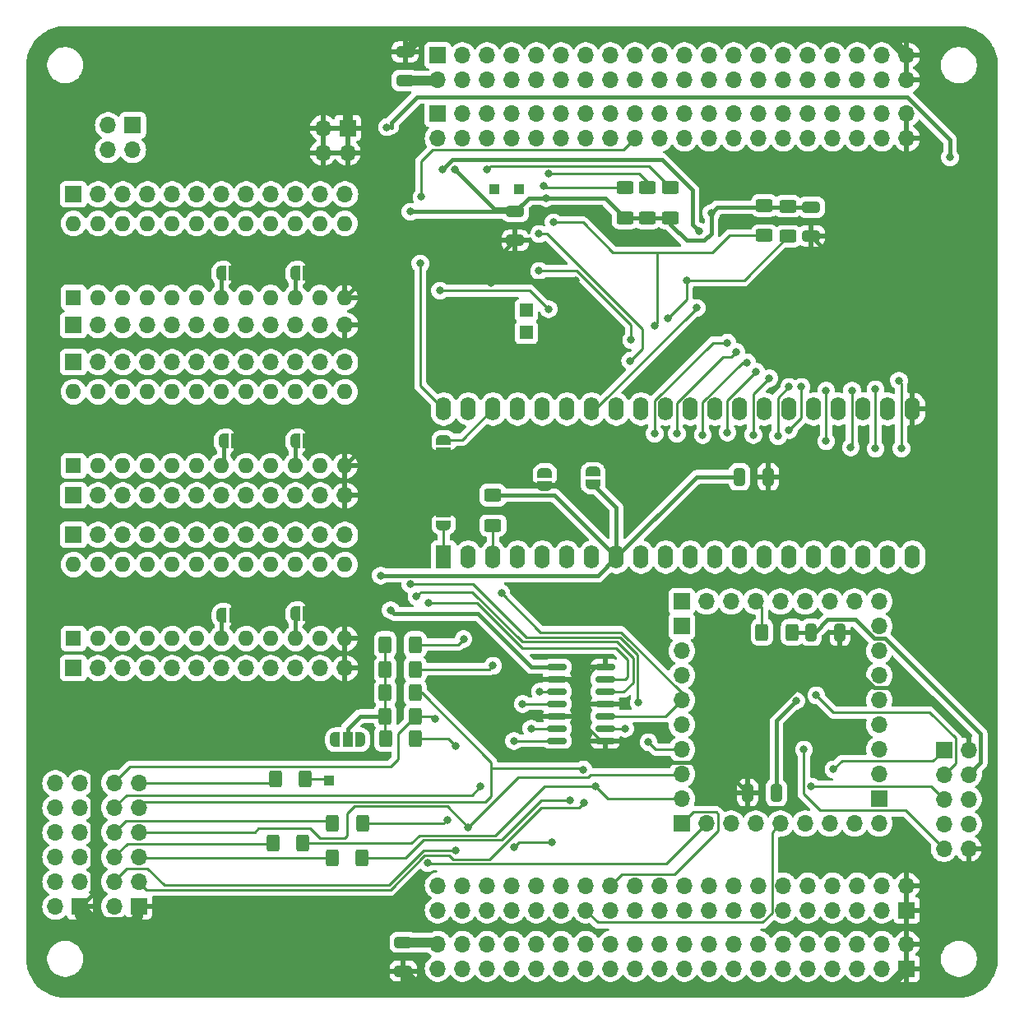
<source format=gbr>
%TF.GenerationSoftware,KiCad,Pcbnew,8.0.5-8.0.5-0~ubuntu22.04.1*%
%TF.CreationDate,2024-10-05T19:46:26+02:00*%
%TF.ProjectId,6502_6800_CPU,36353032-5f36-4383-9030-5f4350552e6b,rev?*%
%TF.SameCoordinates,Original*%
%TF.FileFunction,Copper,L2,Bot*%
%TF.FilePolarity,Positive*%
%FSLAX46Y46*%
G04 Gerber Fmt 4.6, Leading zero omitted, Abs format (unit mm)*
G04 Created by KiCad (PCBNEW 8.0.5-8.0.5-0~ubuntu22.04.1) date 2024-10-05 19:46:26*
%MOMM*%
%LPD*%
G01*
G04 APERTURE LIST*
G04 Aperture macros list*
%AMRoundRect*
0 Rectangle with rounded corners*
0 $1 Rounding radius*
0 $2 $3 $4 $5 $6 $7 $8 $9 X,Y pos of 4 corners*
0 Add a 4 corners polygon primitive as box body*
4,1,4,$2,$3,$4,$5,$6,$7,$8,$9,$2,$3,0*
0 Add four circle primitives for the rounded corners*
1,1,$1+$1,$2,$3*
1,1,$1+$1,$4,$5*
1,1,$1+$1,$6,$7*
1,1,$1+$1,$8,$9*
0 Add four rect primitives between the rounded corners*
20,1,$1+$1,$2,$3,$4,$5,0*
20,1,$1+$1,$4,$5,$6,$7,0*
20,1,$1+$1,$6,$7,$8,$9,0*
20,1,$1+$1,$8,$9,$2,$3,0*%
%AMFreePoly0*
4,1,19,0.500000,-0.750000,0.000000,-0.750000,0.000000,-0.744911,-0.071157,-0.744911,-0.207708,-0.704816,-0.327430,-0.627875,-0.420627,-0.520320,-0.479746,-0.390866,-0.500000,-0.250000,-0.500000,0.250000,-0.479746,0.390866,-0.420627,0.520320,-0.327430,0.627875,-0.207708,0.704816,-0.071157,0.744911,0.000000,0.744911,0.000000,0.750000,0.500000,0.750000,0.500000,-0.750000,0.500000,-0.750000,
$1*%
%AMFreePoly1*
4,1,19,0.000000,0.744911,0.071157,0.744911,0.207708,0.704816,0.327430,0.627875,0.420627,0.520320,0.479746,0.390866,0.500000,0.250000,0.500000,-0.250000,0.479746,-0.390866,0.420627,-0.520320,0.327430,-0.627875,0.207708,-0.704816,0.071157,-0.744911,0.000000,-0.744911,0.000000,-0.750000,-0.500000,-0.750000,-0.500000,0.750000,0.000000,0.750000,0.000000,0.744911,0.000000,0.744911,
$1*%
%AMFreePoly2*
4,1,19,0.550000,-0.750000,0.000000,-0.750000,0.000000,-0.744911,-0.071157,-0.744911,-0.207708,-0.704816,-0.327430,-0.627875,-0.420627,-0.520320,-0.479746,-0.390866,-0.500000,-0.250000,-0.500000,0.250000,-0.479746,0.390866,-0.420627,0.520320,-0.327430,0.627875,-0.207708,0.704816,-0.071157,0.744911,0.000000,0.744911,0.000000,0.750000,0.550000,0.750000,0.550000,-0.750000,0.550000,-0.750000,
$1*%
%AMFreePoly3*
4,1,19,0.000000,0.744911,0.071157,0.744911,0.207708,0.704816,0.327430,0.627875,0.420627,0.520320,0.479746,0.390866,0.500000,0.250000,0.500000,-0.250000,0.479746,-0.390866,0.420627,-0.520320,0.327430,-0.627875,0.207708,-0.704816,0.071157,-0.744911,0.000000,-0.744911,0.000000,-0.750000,-0.550000,-0.750000,-0.550000,0.750000,0.000000,0.750000,0.000000,0.744911,0.000000,0.744911,
$1*%
G04 Aperture macros list end*
%TA.AperFunction,ComponentPad*%
%ADD10R,1.700000X1.700000*%
%TD*%
%TA.AperFunction,ComponentPad*%
%ADD11O,1.700000X1.700000*%
%TD*%
%TA.AperFunction,ComponentPad*%
%ADD12R,1.600000X1.600000*%
%TD*%
%TA.AperFunction,ComponentPad*%
%ADD13O,1.600000X1.600000*%
%TD*%
%TA.AperFunction,ComponentPad*%
%ADD14R,1.000000X1.000000*%
%TD*%
%TA.AperFunction,ComponentPad*%
%ADD15R,1.600000X2.400000*%
%TD*%
%TA.AperFunction,ComponentPad*%
%ADD16O,1.600000X2.400000*%
%TD*%
%TA.AperFunction,SMDPad,CuDef*%
%ADD17RoundRect,0.250000X-0.650000X0.325000X-0.650000X-0.325000X0.650000X-0.325000X0.650000X0.325000X0*%
%TD*%
%TA.AperFunction,SMDPad,CuDef*%
%ADD18RoundRect,0.250000X-0.625000X0.400000X-0.625000X-0.400000X0.625000X-0.400000X0.625000X0.400000X0*%
%TD*%
%TA.AperFunction,SMDPad,CuDef*%
%ADD19RoundRect,0.250000X0.625000X-0.400000X0.625000X0.400000X-0.625000X0.400000X-0.625000X-0.400000X0*%
%TD*%
%TA.AperFunction,SMDPad,CuDef*%
%ADD20RoundRect,0.250000X-0.325000X-0.650000X0.325000X-0.650000X0.325000X0.650000X-0.325000X0.650000X0*%
%TD*%
%TA.AperFunction,SMDPad,CuDef*%
%ADD21FreePoly0,90.000000*%
%TD*%
%TA.AperFunction,SMDPad,CuDef*%
%ADD22FreePoly1,90.000000*%
%TD*%
%TA.AperFunction,SMDPad,CuDef*%
%ADD23FreePoly0,270.000000*%
%TD*%
%TA.AperFunction,SMDPad,CuDef*%
%ADD24FreePoly1,270.000000*%
%TD*%
%TA.AperFunction,ComponentPad*%
%ADD25R,1.350000X1.350000*%
%TD*%
%TA.AperFunction,SMDPad,CuDef*%
%ADD26RoundRect,0.250000X-0.400000X-0.625000X0.400000X-0.625000X0.400000X0.625000X-0.400000X0.625000X0*%
%TD*%
%TA.AperFunction,SMDPad,CuDef*%
%ADD27RoundRect,0.250000X0.400000X0.625000X-0.400000X0.625000X-0.400000X-0.625000X0.400000X-0.625000X0*%
%TD*%
%TA.AperFunction,SMDPad,CuDef*%
%ADD28FreePoly0,180.000000*%
%TD*%
%TA.AperFunction,SMDPad,CuDef*%
%ADD29FreePoly1,180.000000*%
%TD*%
%TA.AperFunction,SMDPad,CuDef*%
%ADD30RoundRect,0.250000X0.325000X0.650000X-0.325000X0.650000X-0.325000X-0.650000X0.325000X-0.650000X0*%
%TD*%
%TA.AperFunction,SMDPad,CuDef*%
%ADD31RoundRect,0.250000X0.650000X-0.325000X0.650000X0.325000X-0.650000X0.325000X-0.650000X-0.325000X0*%
%TD*%
%TA.AperFunction,SMDPad,CuDef*%
%ADD32FreePoly2,180.000000*%
%TD*%
%TA.AperFunction,SMDPad,CuDef*%
%ADD33R,1.000000X1.500000*%
%TD*%
%TA.AperFunction,SMDPad,CuDef*%
%ADD34FreePoly3,180.000000*%
%TD*%
%TA.AperFunction,SMDPad,CuDef*%
%ADD35RoundRect,0.150000X0.825000X0.150000X-0.825000X0.150000X-0.825000X-0.150000X0.825000X-0.150000X0*%
%TD*%
%TA.AperFunction,ViaPad*%
%ADD36C,0.800000*%
%TD*%
%TA.AperFunction,Conductor*%
%ADD37C,0.250000*%
%TD*%
%TA.AperFunction,Conductor*%
%ADD38C,0.400000*%
%TD*%
%TA.AperFunction,Conductor*%
%ADD39C,1.000000*%
%TD*%
G04 APERTURE END LIST*
D10*
%TO.P,J30,1,Pin_1*%
%TO.N,+5V*%
X60960000Y-60198000D03*
D11*
%TO.P,J30,2,Pin_2*%
X58420000Y-60198000D03*
%TO.P,J30,3,Pin_3*%
X60960000Y-62738000D03*
%TO.P,J30,4,Pin_4*%
X58420000Y-62738000D03*
%TD*%
D12*
%TO.P,J17,1,Pin_1*%
%TO.N,Net-(J16-Pin_1)*%
X54864000Y-113030000D03*
D13*
%TO.P,J17,2,Pin_2*%
%TO.N,Net-(J16-Pin_2)*%
X57404000Y-113030000D03*
%TO.P,J17,3,Pin_3*%
%TO.N,Net-(J16-Pin_3)*%
X59944000Y-113030000D03*
%TO.P,J17,4,Pin_4*%
%TO.N,Net-(J16-Pin_4)*%
X62484000Y-113030000D03*
%TO.P,J17,5,Pin_5*%
%TO.N,Net-(J16-Pin_5)*%
X65024000Y-113030000D03*
%TO.P,J17,6,Pin_6*%
%TO.N,Net-(J16-Pin_6)*%
X67564000Y-113030000D03*
%TO.P,J17,7,Pin_7*%
%TO.N,Net-(J16-Pin_7)*%
X70104000Y-113030000D03*
%TO.P,J17,8,Pin_8*%
%TO.N,Net-(J16-Pin_8)*%
X72644000Y-113030000D03*
%TO.P,J17,9,Pin_9*%
%TO.N,Net-(J16-Pin_9)*%
X75184000Y-113030000D03*
%TO.P,J17,10,Pin_10*%
%TO.N,Net-(J16-Pin_10)*%
X77724000Y-113030000D03*
%TO.P,J17,11,Pin_11*%
%TO.N,Net-(J16-Pin_11)*%
X80264000Y-113030000D03*
%TO.P,J17,12,Pin_12*%
%TO.N,GND*%
X82804000Y-113030000D03*
%TO.P,J17,13,Pin_13*%
%TO.N,Net-(J17-Pin_13)*%
X82804000Y-105410000D03*
%TO.P,J17,14,Pin_14*%
%TO.N,Net-(J17-Pin_14)*%
X80264000Y-105410000D03*
%TO.P,J17,15,Pin_15*%
%TO.N,Net-(J17-Pin_15)*%
X77724000Y-105410000D03*
%TO.P,J17,16,Pin_16*%
%TO.N,Net-(J17-Pin_16)*%
X75184000Y-105410000D03*
%TO.P,J17,17,Pin_17*%
%TO.N,Net-(J17-Pin_17)*%
X72644000Y-105410000D03*
%TO.P,J17,18,Pin_18*%
%TO.N,Net-(J17-Pin_18)*%
X70104000Y-105410000D03*
%TO.P,J17,19,Pin_19*%
%TO.N,Net-(J17-Pin_19)*%
X67564000Y-105410000D03*
%TO.P,J17,20,Pin_20*%
%TO.N,Net-(J17-Pin_20)*%
X65024000Y-105410000D03*
%TO.P,J17,21,Pin_21*%
%TO.N,Net-(J17-Pin_21)*%
X62484000Y-105410000D03*
%TO.P,J17,22,Pin_22*%
%TO.N,Net-(J17-Pin_22)*%
X59944000Y-105410000D03*
%TO.P,J17,23,Pin_23*%
%TO.N,Net-(J17-Pin_23)*%
X57404000Y-105410000D03*
%TO.P,J17,24,Pin_24*%
%TO.N,+5V*%
X54864000Y-105410000D03*
%TD*%
D10*
%TO.P,J1,1,Pin_1*%
%TO.N,+5V*%
X92367000Y-53000000D03*
D11*
%TO.P,J1,2,Pin_2*%
X92367000Y-55540000D03*
%TO.P,J1,3,Pin_3*%
%TO.N,/PHI1_e*%
X94907000Y-53000000D03*
%TO.P,J1,4,Pin_4*%
%TO.N,/PHI2_e*%
X94907000Y-55540000D03*
%TO.P,J1,5,Pin_5*%
%TO.N,/~{IORD}*%
X97447000Y-53000000D03*
%TO.P,J1,6,Pin_6*%
%TO.N,/R{slash}~{W}_e*%
X97447000Y-55540000D03*
%TO.P,J1,7,Pin_7*%
%TO.N,/~{MRD}*%
X99987000Y-53000000D03*
%TO.P,J1,8,Pin_8*%
%TO.N,/~{MWR}*%
X99987000Y-55540000D03*
%TO.P,J1,9,Pin_9*%
%TO.N,/~{IOWR}*%
X102527000Y-53000000D03*
%TO.P,J1,10,Pin_10*%
%TO.N,/DB0*%
X102527000Y-55540000D03*
%TO.P,J1,11,Pin_11*%
%TO.N,/DB1*%
X105067000Y-53000000D03*
%TO.P,J1,12,Pin_12*%
%TO.N,/DB2*%
X105067000Y-55540000D03*
%TO.P,J1,13,Pin_13*%
%TO.N,/DB3*%
X107607000Y-53000000D03*
%TO.P,J1,14,Pin_14*%
%TO.N,/DB4*%
X107607000Y-55540000D03*
%TO.P,J1,15,Pin_15*%
%TO.N,/DB5*%
X110147000Y-53000000D03*
%TO.P,J1,16,Pin_16*%
%TO.N,/DB6*%
X110147000Y-55540000D03*
%TO.P,J1,17,Pin_17*%
%TO.N,/DB7*%
X112687000Y-53000000D03*
%TO.P,J1,18,Pin_18*%
%TO.N,/ZZ44*%
X112687000Y-55540000D03*
%TO.P,J1,19,Pin_19*%
%TO.N,/A0*%
X115227000Y-53000000D03*
%TO.P,J1,20,Pin_20*%
%TO.N,/A1*%
X115227000Y-55540000D03*
%TO.P,J1,21,Pin_21*%
%TO.N,/A2*%
X117767000Y-53000000D03*
%TO.P,J1,22,Pin_22*%
%TO.N,/A3*%
X117767000Y-55540000D03*
%TO.P,J1,23,Pin_23*%
%TO.N,/A4*%
X120307000Y-53000000D03*
%TO.P,J1,24,Pin_24*%
%TO.N,/A5*%
X120307000Y-55540000D03*
%TO.P,J1,25,Pin_25*%
%TO.N,/A6*%
X122847000Y-53000000D03*
%TO.P,J1,26,Pin_26*%
%TO.N,/A7*%
X122847000Y-55540000D03*
%TO.P,J1,27,Pin_27*%
%TO.N,/A8*%
X125387000Y-53000000D03*
%TO.P,J1,28,Pin_28*%
%TO.N,/A9*%
X125387000Y-55540000D03*
%TO.P,J1,29,Pin_29*%
%TO.N,/A10*%
X127927000Y-53000000D03*
%TO.P,J1,30,Pin_30*%
%TO.N,/A11*%
X127927000Y-55540000D03*
%TO.P,J1,31,Pin_31*%
%TO.N,/A12*%
X130467000Y-53000000D03*
%TO.P,J1,32,Pin_32*%
%TO.N,/A13*%
X130467000Y-55540000D03*
%TO.P,J1,33,Pin_33*%
%TO.N,/A14*%
X133007000Y-53000000D03*
%TO.P,J1,34,Pin_34*%
%TO.N,/A15*%
X133007000Y-55540000D03*
%TO.P,J1,35,Pin_35*%
%TO.N,/A16*%
X135547000Y-53000000D03*
%TO.P,J1,36,Pin_36*%
%TO.N,/A17*%
X135547000Y-55540000D03*
%TO.P,J1,37,Pin_37*%
%TO.N,/A18*%
X138087000Y-53000000D03*
%TO.P,J1,38,Pin_38*%
%TO.N,/A19*%
X138087000Y-55540000D03*
%TO.P,J1,39,Pin_39*%
%TO.N,GND*%
X140627000Y-53000000D03*
%TO.P,J1,40,Pin_40*%
X140627000Y-55540000D03*
%TD*%
D10*
%TO.P,J16,1,Pin_1*%
%TO.N,Net-(J16-Pin_1)*%
X54864000Y-116078000D03*
D11*
%TO.P,J16,2,Pin_2*%
%TO.N,Net-(J16-Pin_2)*%
X57404000Y-116078000D03*
%TO.P,J16,3,Pin_3*%
%TO.N,Net-(J16-Pin_3)*%
X59944000Y-116078000D03*
%TO.P,J16,4,Pin_4*%
%TO.N,Net-(J16-Pin_4)*%
X62484000Y-116078000D03*
%TO.P,J16,5,Pin_5*%
%TO.N,Net-(J16-Pin_5)*%
X65024000Y-116078000D03*
%TO.P,J16,6,Pin_6*%
%TO.N,Net-(J16-Pin_6)*%
X67564000Y-116078000D03*
%TO.P,J16,7,Pin_7*%
%TO.N,Net-(J16-Pin_7)*%
X70104000Y-116078000D03*
%TO.P,J16,8,Pin_8*%
%TO.N,Net-(J16-Pin_8)*%
X72644000Y-116078000D03*
%TO.P,J16,9,Pin_9*%
%TO.N,Net-(J16-Pin_9)*%
X75184000Y-116078000D03*
%TO.P,J16,10,Pin_10*%
%TO.N,Net-(J16-Pin_10)*%
X77724000Y-116078000D03*
%TO.P,J16,11,Pin_11*%
%TO.N,Net-(J16-Pin_11)*%
X80264000Y-116078000D03*
%TO.P,J16,12,Pin_12*%
%TO.N,GND*%
X82804000Y-116078000D03*
%TD*%
D10*
%TO.P,J4,1,Pin_1*%
%TO.N,GND*%
X140627000Y-141000000D03*
D11*
%TO.P,J4,2,Pin_2*%
X140627000Y-138460000D03*
%TO.P,J4,3,Pin_3*%
%TO.N,+3V3*%
X138087000Y-141000000D03*
%TO.P,J4,4,Pin_4*%
X138087000Y-138460000D03*
%TO.P,J4,5,Pin_5*%
%TO.N,/Bus/~{CE_EXT1}*%
X135547000Y-141000000D03*
%TO.P,J4,6,Pin_6*%
%TO.N,/Bus/~{CE_EXT0}*%
X135547000Y-138460000D03*
%TO.P,J4,7,Pin_7*%
%TO.N,/Bus/~{CE_EXT3}*%
X133007000Y-141000000D03*
%TO.P,J4,8,Pin_8*%
%TO.N,/Bus/~{CE_EXT2}*%
X133007000Y-138460000D03*
%TO.P,J4,9,Pin_9*%
%TO.N,/Bus/~{CE_EXT5}*%
X130467000Y-141000000D03*
%TO.P,J4,10,Pin_10*%
%TO.N,/Bus/~{CE_EXT4}*%
X130467000Y-138460000D03*
%TO.P,J4,11,Pin_11*%
%TO.N,/Bus/~{CE_EXT7}*%
X127927000Y-141000000D03*
%TO.P,J4,12,Pin_12*%
%TO.N,/Bus/~{CE_EXT6}*%
X127927000Y-138460000D03*
%TO.P,J4,13,Pin_13*%
%TO.N,/Bus/~{CE_EXT9}*%
X125387000Y-141000000D03*
%TO.P,J4,14,Pin_14*%
%TO.N,/Bus/~{CE_EXT8}*%
X125387000Y-138460000D03*
%TO.P,J4,15,Pin_15*%
%TO.N,/Bus/~{CE_EXT11}*%
X122847000Y-141000000D03*
%TO.P,J4,16,Pin_16*%
%TO.N,/Bus/~{CE_EXT10}*%
X122847000Y-138460000D03*
%TO.P,J4,17,Pin_17*%
%TO.N,/Bus/~{CE_EXT13}*%
X120307000Y-141000000D03*
%TO.P,J4,18,Pin_18*%
%TO.N,/Bus/~{CE_EXT12}*%
X120307000Y-138460000D03*
%TO.P,J4,19,Pin_19*%
%TO.N,/RES4*%
X117767000Y-141000000D03*
%TO.P,J4,20,Pin_20*%
%TO.N,/RES5*%
X117767000Y-138460000D03*
%TO.P,J4,21,Pin_21*%
%TO.N,/RES2*%
X115227000Y-141000000D03*
%TO.P,J4,22,Pin_22*%
%TO.N,/RES3*%
X115227000Y-138460000D03*
%TO.P,J4,23,Pin_23*%
%TO.N,/RES0*%
X112687000Y-141000000D03*
%TO.P,J4,24,Pin_24*%
%TO.N,/RES1*%
X112687000Y-138460000D03*
%TO.P,J4,25,Pin_25*%
%TO.N,/CLK1*%
X110147000Y-141000000D03*
%TO.P,J4,26,Pin_26*%
%TO.N,/ZZ43*%
X110147000Y-138460000D03*
%TO.P,J4,27,Pin_27*%
%TO.N,/CLKF*%
X107607000Y-141000000D03*
%TO.P,J4,28,Pin_28*%
%TO.N,/CLKS*%
X107607000Y-138460000D03*
%TO.P,J4,29,Pin_29*%
%TO.N,/~{PH0}*%
X105067000Y-141000000D03*
%TO.P,J4,30,Pin_30*%
%TO.N,/PH0*%
X105067000Y-138460000D03*
%TO.P,J4,31,Pin_31*%
%TO.N,/SDA*%
X102527000Y-141000000D03*
%TO.P,J4,32,Pin_32*%
%TO.N,/SCL*%
X102527000Y-138460000D03*
%TO.P,J4,33,Pin_33*%
%TO.N,/TX1*%
X99987000Y-141000000D03*
%TO.P,J4,34,Pin_34*%
%TO.N,/RX1*%
X99987000Y-138460000D03*
%TO.P,J4,35,Pin_35*%
%TO.N,/TX0*%
X97447000Y-141000000D03*
%TO.P,J4,36,Pin_36*%
%TO.N,/RX0*%
X97447000Y-138460000D03*
%TO.P,J4,37,Pin_37*%
%TO.N,/TXSTM*%
X94907000Y-141000000D03*
%TO.P,J4,38,Pin_38*%
%TO.N,/RXSTM*%
X94907000Y-138460000D03*
%TO.P,J4,39,Pin_39*%
%TO.N,+5VA*%
X92367000Y-141000000D03*
%TO.P,J4,40,Pin_40*%
X92367000Y-138460000D03*
%TD*%
D10*
%TO.P,J31,1,Pin_1*%
%TO.N,GND*%
X83078000Y-60472000D03*
D11*
%TO.P,J31,2,Pin_2*%
X80538000Y-60472000D03*
%TO.P,J31,3,Pin_3*%
X83078000Y-63012000D03*
%TO.P,J31,4,Pin_4*%
X80538000Y-63012000D03*
%TD*%
D10*
%TO.P,J19,1,Pin_1*%
%TO.N,/ZZ12*%
X137795000Y-129540000D03*
D11*
%TO.P,J19,2,Pin_2*%
%TO.N,/ZZ13*%
X137795000Y-127000000D03*
%TO.P,J19,3,Pin_3*%
%TO.N,/ZZ14*%
X137795000Y-124460000D03*
%TO.P,J19,4,Pin_4*%
%TO.N,/ZZ16*%
X137795000Y-121920000D03*
%TO.P,J19,5,Pin_5*%
%TO.N,/ZZ18*%
X137795000Y-119380000D03*
%TO.P,J19,6,Pin_6*%
%TO.N,/ZZ19*%
X137795000Y-116840000D03*
%TO.P,J19,7,Pin_7*%
%TO.N,/ZZ20*%
X137795000Y-114300000D03*
%TO.P,J19,8,Pin_8*%
%TO.N,/ZZ21*%
X137795000Y-111760000D03*
%TD*%
D10*
%TO.P,J20,1,Pin_1*%
%TO.N,/ZZ34*%
X117475000Y-111760000D03*
D11*
%TO.P,J20,2,Pin_2*%
%TO.N,/R{slash}~{W}*%
X117475000Y-114300000D03*
%TO.P,J20,3,Pin_3*%
%TO.N,/PHI2*%
X117475000Y-116840000D03*
%TO.P,J20,4,Pin_4*%
%TO.N,/PHI1*%
X117475000Y-119380000D03*
%TO.P,J20,5,Pin_5*%
%TO.N,/ZZ39*%
X117475000Y-121920000D03*
%TO.P,J20,6,Pin_6*%
%TO.N,/E_OUT*%
X117475000Y-124460000D03*
%TO.P,J20,7,Pin_7*%
%TO.N,/RDY*%
X117475000Y-127000000D03*
%TO.P,J20,8,Pin_8*%
%TO.N,/SYNC*%
X117475000Y-129540000D03*
%TD*%
D10*
%TO.P,J10,1,Pin_1*%
%TO.N,Net-(J10-Pin_1)*%
X54864000Y-98298000D03*
D11*
%TO.P,J10,2,Pin_2*%
%TO.N,Net-(J10-Pin_2)*%
X57404000Y-98298000D03*
%TO.P,J10,3,Pin_3*%
%TO.N,Net-(J10-Pin_3)*%
X59944000Y-98298000D03*
%TO.P,J10,4,Pin_4*%
%TO.N,Net-(J10-Pin_4)*%
X62484000Y-98298000D03*
%TO.P,J10,5,Pin_5*%
%TO.N,Net-(J10-Pin_5)*%
X65024000Y-98298000D03*
%TO.P,J10,6,Pin_6*%
%TO.N,Net-(J10-Pin_6)*%
X67564000Y-98298000D03*
%TO.P,J10,7,Pin_7*%
%TO.N,Net-(J10-Pin_7)*%
X70104000Y-98298000D03*
%TO.P,J10,8,Pin_8*%
%TO.N,Net-(J10-Pin_8)*%
X72644000Y-98298000D03*
%TO.P,J10,9,Pin_9*%
%TO.N,Net-(J10-Pin_9)*%
X75184000Y-98298000D03*
%TO.P,J10,10,Pin_10*%
%TO.N,Net-(J10-Pin_10)*%
X77724000Y-98298000D03*
%TO.P,J10,11,Pin_11*%
%TO.N,Net-(J10-Pin_11)*%
X80264000Y-98298000D03*
%TO.P,J10,12,Pin_12*%
%TO.N,GND*%
X82804000Y-98298000D03*
%TD*%
D10*
%TO.P,J29,1,Pin_1*%
%TO.N,Net-(J29-Pin_1)*%
X54864000Y-80772000D03*
D11*
%TO.P,J29,2,Pin_2*%
%TO.N,Net-(J29-Pin_2)*%
X57404000Y-80772000D03*
%TO.P,J29,3,Pin_3*%
%TO.N,Net-(J29-Pin_3)*%
X59944000Y-80772000D03*
%TO.P,J29,4,Pin_4*%
%TO.N,Net-(J29-Pin_4)*%
X62484000Y-80772000D03*
%TO.P,J29,5,Pin_5*%
%TO.N,Net-(J29-Pin_5)*%
X65024000Y-80772000D03*
%TO.P,J29,6,Pin_6*%
%TO.N,Net-(J29-Pin_6)*%
X67564000Y-80772000D03*
%TO.P,J29,7,Pin_7*%
%TO.N,Net-(J29-Pin_7)*%
X70104000Y-80772000D03*
%TO.P,J29,8,Pin_8*%
%TO.N,Net-(J29-Pin_8)*%
X72644000Y-80772000D03*
%TO.P,J29,9,Pin_9*%
%TO.N,Net-(J29-Pin_9)*%
X75184000Y-80772000D03*
%TO.P,J29,10,Pin_10*%
%TO.N,Net-(J29-Pin_10)*%
X77724000Y-80772000D03*
%TO.P,J29,11,Pin_11*%
%TO.N,Net-(J29-Pin_11)*%
X80264000Y-80772000D03*
%TO.P,J29,12,Pin_12*%
%TO.N,GND*%
X82804000Y-80772000D03*
%TD*%
D10*
%TO.P,J22,1,Pin_1*%
%TO.N,/TCK*%
X144460000Y-124500000D03*
D11*
%TO.P,J22,2,Pin_2*%
%TO.N,GND*%
X147000000Y-124500000D03*
%TO.P,J22,3,Pin_3*%
%TO.N,/TDO*%
X144460000Y-127040000D03*
%TO.P,J22,4,Pin_4*%
%TO.N,+3V3*%
X147000000Y-127040000D03*
%TO.P,J22,5,Pin_5*%
%TO.N,/TMS*%
X144460000Y-129580000D03*
%TO.P,J22,6,Pin_6*%
%TO.N,unconnected-(J22-Pin_6-Pad6)*%
X147000000Y-129580000D03*
%TO.P,J22,7,Pin_7*%
%TO.N,unconnected-(J22-Pin_7-Pad7)*%
X144460000Y-132120000D03*
%TO.P,J22,8,Pin_8*%
%TO.N,unconnected-(J22-Pin_8-Pad8)*%
X147000000Y-132120000D03*
%TO.P,J22,9,Pin_9*%
%TO.N,/TDI*%
X144460000Y-134660000D03*
%TO.P,J22,10,Pin_10*%
%TO.N,GND*%
X147000000Y-134660000D03*
%TD*%
D10*
%TO.P,J14,1,Pin_1*%
%TO.N,+5V*%
X54864000Y-67310000D03*
D11*
%TO.P,J14,2,Pin_2*%
%TO.N,Net-(J14-Pin_2)*%
X57404000Y-67310000D03*
%TO.P,J14,3,Pin_3*%
%TO.N,Net-(J14-Pin_3)*%
X59944000Y-67310000D03*
%TO.P,J14,4,Pin_4*%
%TO.N,Net-(J14-Pin_4)*%
X62484000Y-67310000D03*
%TO.P,J14,5,Pin_5*%
%TO.N,Net-(J14-Pin_5)*%
X65024000Y-67310000D03*
%TO.P,J14,6,Pin_6*%
%TO.N,Net-(J14-Pin_6)*%
X67564000Y-67310000D03*
%TO.P,J14,7,Pin_7*%
%TO.N,Net-(J14-Pin_7)*%
X70104000Y-67310000D03*
%TO.P,J14,8,Pin_8*%
%TO.N,Net-(J14-Pin_8)*%
X72644000Y-67310000D03*
%TO.P,J14,9,Pin_9*%
%TO.N,Net-(J14-Pin_9)*%
X75184000Y-67310000D03*
%TO.P,J14,10,Pin_10*%
%TO.N,Net-(J14-Pin_10)*%
X77724000Y-67310000D03*
%TO.P,J14,11,Pin_11*%
%TO.N,Net-(J14-Pin_11)*%
X80264000Y-67310000D03*
%TO.P,J14,12,Pin_12*%
%TO.N,Net-(J14-Pin_12)*%
X82804000Y-67310000D03*
%TD*%
D14*
%TO.P,J12,1,Pin_1*%
%TO.N,Net-(J12-Pin_1)*%
X100752001Y-66802000D03*
%TD*%
D10*
%TO.P,J23,1,Pin_1*%
%TO.N,+5V*%
X54864000Y-102362000D03*
D11*
%TO.P,J23,2,Pin_2*%
%TO.N,Net-(J17-Pin_23)*%
X57404000Y-102362000D03*
%TO.P,J23,3,Pin_3*%
%TO.N,Net-(J17-Pin_22)*%
X59944000Y-102362000D03*
%TO.P,J23,4,Pin_4*%
%TO.N,Net-(J17-Pin_21)*%
X62484000Y-102362000D03*
%TO.P,J23,5,Pin_5*%
%TO.N,Net-(J17-Pin_20)*%
X65024000Y-102362000D03*
%TO.P,J23,6,Pin_6*%
%TO.N,Net-(J17-Pin_19)*%
X67564000Y-102362000D03*
%TO.P,J23,7,Pin_7*%
%TO.N,Net-(J17-Pin_18)*%
X70104000Y-102362000D03*
%TO.P,J23,8,Pin_8*%
%TO.N,Net-(J17-Pin_17)*%
X72644000Y-102362000D03*
%TO.P,J23,9,Pin_9*%
%TO.N,Net-(J17-Pin_16)*%
X75184000Y-102362000D03*
%TO.P,J23,10,Pin_10*%
%TO.N,Net-(J17-Pin_15)*%
X77724000Y-102362000D03*
%TO.P,J23,11,Pin_11*%
%TO.N,Net-(J17-Pin_14)*%
X80264000Y-102362000D03*
%TO.P,J23,12,Pin_12*%
%TO.N,Net-(J17-Pin_13)*%
X82804000Y-102362000D03*
%TD*%
D10*
%TO.P,J2,1,Pin_1*%
%TO.N,GND*%
X140627000Y-147000000D03*
D11*
%TO.P,J2,2,Pin_2*%
X140627000Y-144460000D03*
%TO.P,J2,3,Pin_3*%
%TO.N,+3V3*%
X138087000Y-147000000D03*
%TO.P,J2,4,Pin_4*%
X138087000Y-144460000D03*
%TO.P,J2,5,Pin_5*%
%TO.N,/Bus/~{CE_EXT1}*%
X135547000Y-147000000D03*
%TO.P,J2,6,Pin_6*%
%TO.N,/Bus/~{CE_EXT0}*%
X135547000Y-144460000D03*
%TO.P,J2,7,Pin_7*%
%TO.N,/Bus/~{CE_EXT3}*%
X133007000Y-147000000D03*
%TO.P,J2,8,Pin_8*%
%TO.N,/Bus/~{CE_EXT2}*%
X133007000Y-144460000D03*
%TO.P,J2,9,Pin_9*%
%TO.N,/Bus/~{CE_EXT5}*%
X130467000Y-147000000D03*
%TO.P,J2,10,Pin_10*%
%TO.N,/Bus/~{CE_EXT4}*%
X130467000Y-144460000D03*
%TO.P,J2,11,Pin_11*%
%TO.N,/Bus/~{CE_EXT7}*%
X127927000Y-147000000D03*
%TO.P,J2,12,Pin_12*%
%TO.N,/Bus/~{CE_EXT6}*%
X127927000Y-144460000D03*
%TO.P,J2,13,Pin_13*%
%TO.N,/Bus/~{CE_EXT9}*%
X125387000Y-147000000D03*
%TO.P,J2,14,Pin_14*%
%TO.N,/Bus/~{CE_EXT8}*%
X125387000Y-144460000D03*
%TO.P,J2,15,Pin_15*%
%TO.N,/Bus/~{CE_EXT11}*%
X122847000Y-147000000D03*
%TO.P,J2,16,Pin_16*%
%TO.N,/Bus/~{CE_EXT10}*%
X122847000Y-144460000D03*
%TO.P,J2,17,Pin_17*%
%TO.N,/Bus/~{CE_EXT13}*%
X120307000Y-147000000D03*
%TO.P,J2,18,Pin_18*%
%TO.N,/Bus/~{CE_EXT12}*%
X120307000Y-144460000D03*
%TO.P,J2,19,Pin_19*%
%TO.N,/RES4*%
X117767000Y-147000000D03*
%TO.P,J2,20,Pin_20*%
%TO.N,/RES5*%
X117767000Y-144460000D03*
%TO.P,J2,21,Pin_21*%
%TO.N,/RES2*%
X115227000Y-147000000D03*
%TO.P,J2,22,Pin_22*%
%TO.N,/RES3*%
X115227000Y-144460000D03*
%TO.P,J2,23,Pin_23*%
%TO.N,/RES0*%
X112687000Y-147000000D03*
%TO.P,J2,24,Pin_24*%
%TO.N,/RES1*%
X112687000Y-144460000D03*
%TO.P,J2,25,Pin_25*%
%TO.N,/CLK1*%
X110147000Y-147000000D03*
%TO.P,J2,26,Pin_26*%
%TO.N,/ZZ43*%
X110147000Y-144460000D03*
%TO.P,J2,27,Pin_27*%
%TO.N,/CLKF*%
X107607000Y-147000000D03*
%TO.P,J2,28,Pin_28*%
%TO.N,/CLKS*%
X107607000Y-144460000D03*
%TO.P,J2,29,Pin_29*%
%TO.N,/~{PH0}*%
X105067000Y-147000000D03*
%TO.P,J2,30,Pin_30*%
%TO.N,/PH0*%
X105067000Y-144460000D03*
%TO.P,J2,31,Pin_31*%
%TO.N,/SDA*%
X102527000Y-147000000D03*
%TO.P,J2,32,Pin_32*%
%TO.N,/SCL*%
X102527000Y-144460000D03*
%TO.P,J2,33,Pin_33*%
%TO.N,/TX1*%
X99987000Y-147000000D03*
%TO.P,J2,34,Pin_34*%
%TO.N,/RX1*%
X99987000Y-144460000D03*
%TO.P,J2,35,Pin_35*%
%TO.N,/TX0*%
X97447000Y-147000000D03*
%TO.P,J2,36,Pin_36*%
%TO.N,/RX0*%
X97447000Y-144460000D03*
%TO.P,J2,37,Pin_37*%
%TO.N,/TXSTM*%
X94907000Y-147000000D03*
%TO.P,J2,38,Pin_38*%
%TO.N,/RXSTM*%
X94907000Y-144460000D03*
%TO.P,J2,39,Pin_39*%
%TO.N,+5VA*%
X92367000Y-147000000D03*
%TO.P,J2,40,Pin_40*%
X92367000Y-144460000D03*
%TD*%
D10*
%TO.P,J7,1,Pin_1*%
%TO.N,GND*%
X55540000Y-140627000D03*
D11*
%TO.P,J7,2,Pin_2*%
%TO.N,+5V*%
X53000000Y-140627000D03*
%TO.P,J7,3,Pin_3*%
%TO.N,/BE*%
X55540000Y-138087000D03*
%TO.P,J7,4,Pin_4*%
%TO.N,/~{SO}*%
X53000000Y-138087000D03*
%TO.P,J7,5,Pin_5*%
%TO.N,/J6-5*%
X55540000Y-135547000D03*
%TO.P,J7,6,Pin_6*%
%TO.N,/J6-6*%
X53000000Y-135547000D03*
%TO.P,J7,7,Pin_7*%
%TO.N,/RDY*%
X55540000Y-133007000D03*
%TO.P,J7,8,Pin_8*%
%TO.N,/J6-8*%
X53000000Y-133007000D03*
%TO.P,J7,9,Pin_9*%
%TO.N,/~{NMI}*%
X55540000Y-130467000D03*
%TO.P,J7,10,Pin_10*%
%TO.N,/~{IRQ}*%
X53000000Y-130467000D03*
%TO.P,J7,11,Pin_11*%
%TO.N,Net-(J6-Pin_11)*%
X55540000Y-127927000D03*
%TO.P,J7,12,Pin_12*%
%TO.N,/ZZ44*%
X53000000Y-127927000D03*
%TD*%
D10*
%TO.P,J18,1,Pin_1*%
%TO.N,/ZZ33*%
X117475000Y-109220000D03*
D11*
%TO.P,J18,2,Pin_2*%
%TO.N,/ZZ32*%
X120015000Y-109220000D03*
%TO.P,J18,3,Pin_3*%
%TO.N,/ZZ31*%
X122555000Y-109220000D03*
%TO.P,J18,4,Pin_4*%
%TO.N,/HALT_in*%
X125095000Y-109220000D03*
%TO.P,J18,5,Pin_5*%
%TO.N,/ZZ29*%
X127635000Y-109220000D03*
%TO.P,J18,6,Pin_6*%
%TO.N,/ZZ28*%
X130175000Y-109220000D03*
%TO.P,J18,7,Pin_7*%
%TO.N,/ZZ27*%
X132715000Y-109220000D03*
%TO.P,J18,8,Pin_8*%
%TO.N,/ZZ23*%
X135255000Y-109220000D03*
%TO.P,J18,9,Pin_9*%
%TO.N,/ZZ22*%
X137795000Y-109220000D03*
%TD*%
D15*
%TO.P,U7,1,~{VP}*%
%TO.N,/~{VP}*%
X92964000Y-104648000D03*
D16*
%TO.P,U7,2,RDY*%
%TO.N,/RDY*%
X95504000Y-104648000D03*
%TO.P,U7,3,\u03D51*%
%TO.N,/PHI1*%
X98044000Y-104648000D03*
%TO.P,U7,4,~{IRQ}*%
%TO.N,/~{IRQ}*%
X100584000Y-104648000D03*
%TO.P,U7,5,~{ML}*%
%TO.N,/ZZ39*%
X103124000Y-104648000D03*
%TO.P,U7,6,~{NMI}*%
%TO.N,/~{NMI}*%
X105664000Y-104648000D03*
%TO.P,U7,7,SYNC*%
%TO.N,/SYNC*%
X108204000Y-104648000D03*
%TO.P,U7,8,VDD*%
%TO.N,+5V*%
X110744000Y-104648000D03*
%TO.P,U7,9,A0*%
%TO.N,/CA0*%
X113284000Y-104648000D03*
%TO.P,U7,10,A1*%
%TO.N,/CA1*%
X115824000Y-104648000D03*
%TO.P,U7,11,A2*%
%TO.N,/CA2*%
X118364000Y-104648000D03*
%TO.P,U7,12,A3*%
%TO.N,/CA3*%
X120904000Y-104648000D03*
%TO.P,U7,13,A4*%
%TO.N,/CA4*%
X123444000Y-104648000D03*
%TO.P,U7,14,A5*%
%TO.N,/CA5*%
X125984000Y-104648000D03*
%TO.P,U7,15,A6*%
%TO.N,/CA6*%
X128524000Y-104648000D03*
%TO.P,U7,16,A7*%
%TO.N,/CA7*%
X131064000Y-104648000D03*
%TO.P,U7,17,A8*%
%TO.N,/CA8*%
X133604000Y-104648000D03*
%TO.P,U7,18,A9*%
%TO.N,/CA9*%
X136144000Y-104648000D03*
%TO.P,U7,19,A10*%
%TO.N,/CA10*%
X138684000Y-104648000D03*
%TO.P,U7,20,A11*%
%TO.N,/CA11*%
X141224000Y-104648000D03*
%TO.P,U7,21,VSS*%
%TO.N,GND*%
X141224000Y-89408000D03*
%TO.P,U7,22,A12*%
%TO.N,/CA12*%
X138684000Y-89408000D03*
%TO.P,U7,23,A13*%
%TO.N,/CA13*%
X136144000Y-89408000D03*
%TO.P,U7,24,A14*%
%TO.N,/CA14*%
X133604000Y-89408000D03*
%TO.P,U7,25,A15*%
%TO.N,/CA15*%
X131064000Y-89408000D03*
%TO.P,U7,26,D7*%
%TO.N,/CD7*%
X128524000Y-89408000D03*
%TO.P,U7,27,D6*%
%TO.N,/CD6*%
X125984000Y-89408000D03*
%TO.P,U7,28,D5*%
%TO.N,/CD5*%
X123444000Y-89408000D03*
%TO.P,U7,29,D4*%
%TO.N,/CD4*%
X120904000Y-89408000D03*
%TO.P,U7,30,D3*%
%TO.N,/CD3*%
X118364000Y-89408000D03*
%TO.P,U7,31,D2*%
%TO.N,/CD2*%
X115824000Y-89408000D03*
%TO.P,U7,32,D1*%
%TO.N,/CD1*%
X113284000Y-89408000D03*
%TO.P,U7,33,D0*%
%TO.N,/CD0*%
X110744000Y-89408000D03*
%TO.P,U7,34,R/~{W}*%
%TO.N,/R{slash}~{W}*%
X108204000Y-89408000D03*
%TO.P,U7,35,nc*%
%TO.N,Net-(JP2-A)*%
X105664000Y-89408000D03*
%TO.P,U7,36,BE*%
%TO.N,/BE*%
X103124000Y-89408000D03*
%TO.P,U7,37,\u03D50*%
%TO.N,Net-(JP4-C)*%
X100584000Y-89408000D03*
%TO.P,U7,38,~{SO}*%
%TO.N,/~{SO}*%
X98044000Y-89408000D03*
%TO.P,U7,39,\u03D52*%
%TO.N,Net-(JP5-C)*%
X95504000Y-89408000D03*
%TO.P,U7,40,~{RES}*%
%TO.N,/ZZ44*%
X92964000Y-89408000D03*
%TD*%
D14*
%TO.P,J5,1,Pin_1*%
%TO.N,Net-(J5-Pin_1)*%
X81153000Y-127635000D03*
%TD*%
D10*
%TO.P,J21,1,Pin_1*%
%TO.N,/ZZ43*%
X117475000Y-132080000D03*
D11*
%TO.P,J21,2,Pin_2*%
%TO.N,/ZZ44*%
X120015000Y-132080000D03*
%TO.P,J21,3,Pin_3*%
%TO.N,/PH0_c*%
X122555000Y-132080000D03*
%TO.P,J21,4,Pin_4*%
%TO.N,/ZZ2*%
X125095000Y-132080000D03*
%TO.P,J21,5,Pin_5*%
%TO.N,/CLKF*%
X127635000Y-132080000D03*
%TO.P,J21,6,Pin_6*%
%TO.N,/ZZ5*%
X130175000Y-132080000D03*
%TO.P,J21,7,Pin_7*%
%TO.N,/ZZ6*%
X132715000Y-132080000D03*
%TO.P,J21,8,Pin_8*%
%TO.N,/ZZ7*%
X135255000Y-132080000D03*
%TO.P,J21,9,Pin_9*%
%TO.N,/ZZ8*%
X137795000Y-132080000D03*
%TD*%
D14*
%TO.P,J11,1,Pin_1*%
%TO.N,Net-(J11-Pin_1)*%
X98212001Y-66802000D03*
%TD*%
D12*
%TO.P,J35,1,Pin_1*%
%TO.N,Net-(J29-Pin_1)*%
X54859000Y-77922000D03*
D13*
%TO.P,J35,2,Pin_2*%
%TO.N,Net-(J29-Pin_2)*%
X57399000Y-77922000D03*
%TO.P,J35,3,Pin_3*%
%TO.N,Net-(J29-Pin_3)*%
X59939000Y-77922000D03*
%TO.P,J35,4,Pin_4*%
%TO.N,Net-(J29-Pin_4)*%
X62479000Y-77922000D03*
%TO.P,J35,5,Pin_5*%
%TO.N,Net-(J29-Pin_5)*%
X65019000Y-77922000D03*
%TO.P,J35,6,Pin_6*%
%TO.N,Net-(J29-Pin_6)*%
X67559000Y-77922000D03*
%TO.P,J35,7,Pin_7*%
%TO.N,Net-(J29-Pin_7)*%
X70099000Y-77922000D03*
%TO.P,J35,8,Pin_8*%
%TO.N,Net-(J29-Pin_8)*%
X72639000Y-77922000D03*
%TO.P,J35,9,Pin_9*%
%TO.N,Net-(J29-Pin_9)*%
X75179000Y-77922000D03*
%TO.P,J35,10,Pin_10*%
%TO.N,Net-(J29-Pin_10)*%
X77719000Y-77922000D03*
%TO.P,J35,11,Pin_11*%
%TO.N,Net-(J29-Pin_11)*%
X80259000Y-77922000D03*
%TO.P,J35,12,Pin_12*%
%TO.N,GND*%
X82799000Y-77922000D03*
%TO.P,J35,13,Pin_13*%
%TO.N,Net-(J14-Pin_12)*%
X82799000Y-70302000D03*
%TO.P,J35,14,Pin_14*%
%TO.N,Net-(J14-Pin_11)*%
X80259000Y-70302000D03*
%TO.P,J35,15,Pin_15*%
%TO.N,Net-(J14-Pin_10)*%
X77719000Y-70302000D03*
%TO.P,J35,16,Pin_16*%
%TO.N,Net-(J14-Pin_9)*%
X75179000Y-70302000D03*
%TO.P,J35,17,Pin_17*%
%TO.N,Net-(J14-Pin_8)*%
X72639000Y-70302000D03*
%TO.P,J35,18,Pin_18*%
%TO.N,Net-(J14-Pin_7)*%
X70099000Y-70302000D03*
%TO.P,J35,19,Pin_19*%
%TO.N,Net-(J14-Pin_6)*%
X67559000Y-70302000D03*
%TO.P,J35,20,Pin_20*%
%TO.N,Net-(J14-Pin_5)*%
X65019000Y-70302000D03*
%TO.P,J35,21,Pin_21*%
%TO.N,Net-(J14-Pin_4)*%
X62479000Y-70302000D03*
%TO.P,J35,22,Pin_22*%
%TO.N,Net-(J14-Pin_3)*%
X59939000Y-70302000D03*
%TO.P,J35,23,Pin_23*%
%TO.N,Net-(J14-Pin_2)*%
X57399000Y-70302000D03*
%TO.P,J35,24,Pin_24*%
%TO.N,+5V*%
X54859000Y-70302000D03*
%TD*%
D10*
%TO.P,J15,1,Pin_1*%
%TO.N,+5V*%
X54864000Y-84582000D03*
D11*
%TO.P,J15,2,Pin_2*%
%TO.N,Net-(J13-Pin_23)*%
X57404000Y-84582000D03*
%TO.P,J15,3,Pin_3*%
%TO.N,Net-(J13-Pin_22)*%
X59944000Y-84582000D03*
%TO.P,J15,4,Pin_4*%
%TO.N,Net-(J13-Pin_21)*%
X62484000Y-84582000D03*
%TO.P,J15,5,Pin_5*%
%TO.N,Net-(J13-Pin_20)*%
X65024000Y-84582000D03*
%TO.P,J15,6,Pin_6*%
%TO.N,Net-(J13-Pin_19)*%
X67564000Y-84582000D03*
%TO.P,J15,7,Pin_7*%
%TO.N,Net-(J13-Pin_18)*%
X70104000Y-84582000D03*
%TO.P,J15,8,Pin_8*%
%TO.N,Net-(J13-Pin_17)*%
X72644000Y-84582000D03*
%TO.P,J15,9,Pin_9*%
%TO.N,Net-(J13-Pin_16)*%
X75184000Y-84582000D03*
%TO.P,J15,10,Pin_10*%
%TO.N,Net-(J13-Pin_15)*%
X77724000Y-84582000D03*
%TO.P,J15,11,Pin_11*%
%TO.N,Net-(J13-Pin_14)*%
X80264000Y-84582000D03*
%TO.P,J15,12,Pin_12*%
%TO.N,Net-(J13-Pin_13)*%
X82804000Y-84582000D03*
%TD*%
D10*
%TO.P,J3,1,Pin_1*%
%TO.N,+5V*%
X92367000Y-59000000D03*
D11*
%TO.P,J3,2,Pin_2*%
X92367000Y-61540000D03*
%TO.P,J3,3,Pin_3*%
%TO.N,/PHI1_e*%
X94907000Y-59000000D03*
%TO.P,J3,4,Pin_4*%
%TO.N,/PHI2_e*%
X94907000Y-61540000D03*
%TO.P,J3,5,Pin_5*%
%TO.N,/~{IORD}*%
X97447000Y-59000000D03*
%TO.P,J3,6,Pin_6*%
%TO.N,/R{slash}~{W}_e*%
X97447000Y-61540000D03*
%TO.P,J3,7,Pin_7*%
%TO.N,/~{MRD}*%
X99987000Y-59000000D03*
%TO.P,J3,8,Pin_8*%
%TO.N,/~{MWR}*%
X99987000Y-61540000D03*
%TO.P,J3,9,Pin_9*%
%TO.N,/~{IOWR}*%
X102527000Y-59000000D03*
%TO.P,J3,10,Pin_10*%
%TO.N,/DB0*%
X102527000Y-61540000D03*
%TO.P,J3,11,Pin_11*%
%TO.N,/DB1*%
X105067000Y-59000000D03*
%TO.P,J3,12,Pin_12*%
%TO.N,/DB2*%
X105067000Y-61540000D03*
%TO.P,J3,13,Pin_13*%
%TO.N,/DB3*%
X107607000Y-59000000D03*
%TO.P,J3,14,Pin_14*%
%TO.N,/DB4*%
X107607000Y-61540000D03*
%TO.P,J3,15,Pin_15*%
%TO.N,/DB5*%
X110147000Y-59000000D03*
%TO.P,J3,16,Pin_16*%
%TO.N,/DB6*%
X110147000Y-61540000D03*
%TO.P,J3,17,Pin_17*%
%TO.N,/DB7*%
X112687000Y-59000000D03*
%TO.P,J3,18,Pin_18*%
%TO.N,/ZZ44*%
X112687000Y-61540000D03*
%TO.P,J3,19,Pin_19*%
%TO.N,/A0*%
X115227000Y-59000000D03*
%TO.P,J3,20,Pin_20*%
%TO.N,/A1*%
X115227000Y-61540000D03*
%TO.P,J3,21,Pin_21*%
%TO.N,/A2*%
X117767000Y-59000000D03*
%TO.P,J3,22,Pin_22*%
%TO.N,/A3*%
X117767000Y-61540000D03*
%TO.P,J3,23,Pin_23*%
%TO.N,/A4*%
X120307000Y-59000000D03*
%TO.P,J3,24,Pin_24*%
%TO.N,/A5*%
X120307000Y-61540000D03*
%TO.P,J3,25,Pin_25*%
%TO.N,/A6*%
X122847000Y-59000000D03*
%TO.P,J3,26,Pin_26*%
%TO.N,/A7*%
X122847000Y-61540000D03*
%TO.P,J3,27,Pin_27*%
%TO.N,/A8*%
X125387000Y-59000000D03*
%TO.P,J3,28,Pin_28*%
%TO.N,/A9*%
X125387000Y-61540000D03*
%TO.P,J3,29,Pin_29*%
%TO.N,/A10*%
X127927000Y-59000000D03*
%TO.P,J3,30,Pin_30*%
%TO.N,/A11*%
X127927000Y-61540000D03*
%TO.P,J3,31,Pin_31*%
%TO.N,/A12*%
X130467000Y-59000000D03*
%TO.P,J3,32,Pin_32*%
%TO.N,/A13*%
X130467000Y-61540000D03*
%TO.P,J3,33,Pin_33*%
%TO.N,/A14*%
X133007000Y-59000000D03*
%TO.P,J3,34,Pin_34*%
%TO.N,/A15*%
X133007000Y-61540000D03*
%TO.P,J3,35,Pin_35*%
%TO.N,/A16*%
X135547000Y-59000000D03*
%TO.P,J3,36,Pin_36*%
%TO.N,/A17*%
X135547000Y-61540000D03*
%TO.P,J3,37,Pin_37*%
%TO.N,/A18*%
X138087000Y-59000000D03*
%TO.P,J3,38,Pin_38*%
%TO.N,/A19*%
X138087000Y-61540000D03*
%TO.P,J3,39,Pin_39*%
%TO.N,GND*%
X140627000Y-59000000D03*
%TO.P,J3,40,Pin_40*%
X140627000Y-61540000D03*
%TD*%
D10*
%TO.P,J6,1,Pin_1*%
%TO.N,GND*%
X61595000Y-140589000D03*
D11*
%TO.P,J6,2,Pin_2*%
%TO.N,+5V*%
X59055000Y-140589000D03*
%TO.P,J6,3,Pin_3*%
%TO.N,/BE*%
X61595000Y-138049000D03*
%TO.P,J6,4,Pin_4*%
%TO.N,/~{SO}*%
X59055000Y-138049000D03*
%TO.P,J6,5,Pin_5*%
%TO.N,/J6-5*%
X61595000Y-135509000D03*
%TO.P,J6,6,Pin_6*%
%TO.N,/J6-6*%
X59055000Y-135509000D03*
%TO.P,J6,7,Pin_7*%
%TO.N,/RDY*%
X61595000Y-132969000D03*
%TO.P,J6,8,Pin_8*%
%TO.N,/J6-8*%
X59055000Y-132969000D03*
%TO.P,J6,9,Pin_9*%
%TO.N,/~{NMI}*%
X61595000Y-130429000D03*
%TO.P,J6,10,Pin_10*%
%TO.N,/~{IRQ}*%
X59055000Y-130429000D03*
%TO.P,J6,11,Pin_11*%
%TO.N,Net-(J6-Pin_11)*%
X61595000Y-127889000D03*
%TO.P,J6,12,Pin_12*%
%TO.N,/ZZ44*%
X59055000Y-127889000D03*
%TD*%
D12*
%TO.P,J13,1,Pin_1*%
%TO.N,Net-(J10-Pin_1)*%
X54864000Y-95250000D03*
D13*
%TO.P,J13,2,Pin_2*%
%TO.N,Net-(J10-Pin_2)*%
X57404000Y-95250000D03*
%TO.P,J13,3,Pin_3*%
%TO.N,Net-(J10-Pin_3)*%
X59944000Y-95250000D03*
%TO.P,J13,4,Pin_4*%
%TO.N,Net-(J10-Pin_4)*%
X62484000Y-95250000D03*
%TO.P,J13,5,Pin_5*%
%TO.N,Net-(J10-Pin_5)*%
X65024000Y-95250000D03*
%TO.P,J13,6,Pin_6*%
%TO.N,Net-(J10-Pin_6)*%
X67564000Y-95250000D03*
%TO.P,J13,7,Pin_7*%
%TO.N,Net-(J10-Pin_7)*%
X70104000Y-95250000D03*
%TO.P,J13,8,Pin_8*%
%TO.N,Net-(J10-Pin_8)*%
X72644000Y-95250000D03*
%TO.P,J13,9,Pin_9*%
%TO.N,Net-(J10-Pin_9)*%
X75184000Y-95250000D03*
%TO.P,J13,10,Pin_10*%
%TO.N,Net-(J10-Pin_10)*%
X77724000Y-95250000D03*
%TO.P,J13,11,Pin_11*%
%TO.N,Net-(J10-Pin_11)*%
X80264000Y-95250000D03*
%TO.P,J13,12,Pin_12*%
%TO.N,GND*%
X82804000Y-95250000D03*
%TO.P,J13,13,Pin_13*%
%TO.N,Net-(J13-Pin_13)*%
X82804000Y-87630000D03*
%TO.P,J13,14,Pin_14*%
%TO.N,Net-(J13-Pin_14)*%
X80264000Y-87630000D03*
%TO.P,J13,15,Pin_15*%
%TO.N,Net-(J13-Pin_15)*%
X77724000Y-87630000D03*
%TO.P,J13,16,Pin_16*%
%TO.N,Net-(J13-Pin_16)*%
X75184000Y-87630000D03*
%TO.P,J13,17,Pin_17*%
%TO.N,Net-(J13-Pin_17)*%
X72644000Y-87630000D03*
%TO.P,J13,18,Pin_18*%
%TO.N,Net-(J13-Pin_18)*%
X70104000Y-87630000D03*
%TO.P,J13,19,Pin_19*%
%TO.N,Net-(J13-Pin_19)*%
X67564000Y-87630000D03*
%TO.P,J13,20,Pin_20*%
%TO.N,Net-(J13-Pin_20)*%
X65024000Y-87630000D03*
%TO.P,J13,21,Pin_21*%
%TO.N,Net-(J13-Pin_21)*%
X62484000Y-87630000D03*
%TO.P,J13,22,Pin_22*%
%TO.N,Net-(J13-Pin_22)*%
X59944000Y-87630000D03*
%TO.P,J13,23,Pin_23*%
%TO.N,Net-(J13-Pin_23)*%
X57404000Y-87630000D03*
%TO.P,J13,24,Pin_24*%
%TO.N,+5V*%
X54864000Y-87630000D03*
%TD*%
D17*
%TO.P,C2,1*%
%TO.N,+5VA*%
X88800000Y-144300000D03*
%TO.P,C2,2*%
%TO.N,GND*%
X88800000Y-147250000D03*
%TD*%
D18*
%TO.P,R6,1*%
%TO.N,+5V*%
X98044000Y-98272000D03*
%TO.P,R6,2*%
%TO.N,/PHI1*%
X98044000Y-101372000D03*
%TD*%
D19*
%TO.P,R5,1*%
%TO.N,/Buffers/VBuffer*%
X111633000Y-69723000D03*
%TO.P,R5,2*%
%TO.N,/~{MRD}*%
X111633000Y-66623000D03*
%TD*%
D20*
%TO.P,C6,1*%
%TO.N,+5V*%
X123415000Y-96393000D03*
%TO.P,C6,2*%
%TO.N,GND*%
X126365000Y-96393000D03*
%TD*%
D21*
%TO.P,JP3,1,A*%
%TO.N,GND*%
X92964000Y-93883000D03*
D22*
%TO.P,JP3,2,B*%
%TO.N,/~{SO}*%
X92964000Y-92583000D03*
%TD*%
D23*
%TO.P,JP6,1,A*%
%TO.N,GND*%
X92964000Y-100076000D03*
D24*
%TO.P,JP6,2,B*%
%TO.N,/~{VP}*%
X92964000Y-101376000D03*
%TD*%
D25*
%TO.P,J8,1,Pin_1*%
%TO.N,/E*%
X101473000Y-81534000D03*
%TD*%
D19*
%TO.P,R4,1*%
%TO.N,/Buffers/VBuffer*%
X116332000Y-69723000D03*
%TO.P,R4,2*%
%TO.N,/R{slash}~{W}_e*%
X116332000Y-66623000D03*
%TD*%
D26*
%TO.P,R7,1*%
%TO.N,Net-(JP14-C)*%
X86943000Y-121031000D03*
%TO.P,R7,2*%
%TO.N,/ZZ44*%
X90043000Y-121031000D03*
%TD*%
D27*
%TO.P,R13,1*%
%TO.N,/ZZ39*%
X84582000Y-135636000D03*
%TO.P,R13,2*%
%TO.N,/J6-5*%
X81482000Y-135636000D03*
%TD*%
D28*
%TO.P,JP7,1,A*%
%TO.N,GND*%
X71628000Y-92710000D03*
D29*
%TO.P,JP7,2,B*%
%TO.N,Net-(J10-Pin_7)*%
X70328000Y-92710000D03*
%TD*%
D26*
%TO.P,R10,1*%
%TO.N,Net-(JP14-C)*%
X86943000Y-113665000D03*
%TO.P,R10,2*%
%TO.N,/RDY*%
X90043000Y-113665000D03*
%TD*%
D17*
%TO.P,C5,1*%
%TO.N,/Buffers/VBuffer*%
X100330000Y-69088000D03*
%TO.P,C5,2*%
%TO.N,GND*%
X100330000Y-72038000D03*
%TD*%
D28*
%TO.P,JP11,1,A*%
%TO.N,GND*%
X71374000Y-75438000D03*
D29*
%TO.P,JP11,2,B*%
%TO.N,Net-(J29-Pin_7)*%
X70074000Y-75438000D03*
%TD*%
D25*
%TO.P,J9,1,Pin_1*%
%TO.N,/RW*%
X101473000Y-79248000D03*
%TD*%
D21*
%TO.P,JP1,1,A*%
%TO.N,GND*%
X103378000Y-97297000D03*
D22*
%TO.P,JP1,2,B*%
%TO.N,/BE*%
X103378000Y-95997000D03*
%TD*%
D28*
%TO.P,JP13,1,A*%
%TO.N,GND*%
X71404000Y-110650000D03*
D29*
%TO.P,JP13,2,B*%
%TO.N,Net-(J16-Pin_7)*%
X70104000Y-110650000D03*
%TD*%
D28*
%TO.P,JP15,1,A*%
%TO.N,GND*%
X78994000Y-110490000D03*
D29*
%TO.P,JP15,2,B*%
%TO.N,Net-(J16-Pin_10)*%
X77694000Y-110490000D03*
%TD*%
D26*
%TO.P,R8,1*%
%TO.N,Net-(JP14-C)*%
X86943000Y-118618000D03*
%TO.P,R8,2*%
%TO.N,/~{NMI}*%
X90043000Y-118618000D03*
%TD*%
D27*
%TO.P,R14,1*%
%TO.N,/~{VP}*%
X84634000Y-132080000D03*
%TO.P,R14,2*%
%TO.N,/J6-8*%
X81534000Y-132080000D03*
%TD*%
D23*
%TO.P,JP2,1,A*%
%TO.N,Net-(JP2-A)*%
X108331000Y-95855000D03*
D24*
%TO.P,JP2,2,B*%
%TO.N,+5V*%
X108331000Y-97155000D03*
%TD*%
D27*
%TO.P,R12,1*%
%TO.N,+3V3*%
X128830000Y-112395000D03*
%TO.P,R12,2*%
%TO.N,/HALT_in*%
X125730000Y-112395000D03*
%TD*%
D20*
%TO.P,C9,1*%
%TO.N,+3V3*%
X130810000Y-112395000D03*
%TO.P,C9,2*%
%TO.N,GND*%
X133760000Y-112395000D03*
%TD*%
D26*
%TO.P,R9,1*%
%TO.N,Net-(JP14-C)*%
X86943000Y-116205000D03*
%TO.P,R9,2*%
%TO.N,/~{IRQ}*%
X90043000Y-116205000D03*
%TD*%
D28*
%TO.P,JP10,1,A*%
%TO.N,GND*%
X78994000Y-92710000D03*
D29*
%TO.P,JP10,2,B*%
%TO.N,Net-(J10-Pin_10)*%
X77694000Y-92710000D03*
%TD*%
D30*
%TO.P,C10,1*%
%TO.N,+3V3*%
X127205000Y-128905000D03*
%TO.P,C10,2*%
%TO.N,GND*%
X124255000Y-128905000D03*
%TD*%
D26*
%TO.P,R11,1*%
%TO.N,Net-(JP14-C)*%
X86969000Y-123317000D03*
%TO.P,R11,2*%
%TO.N,/~{SO}*%
X90069000Y-123317000D03*
%TD*%
D31*
%TO.P,C1,1*%
%TO.N,+5V*%
X89000000Y-55600000D03*
%TO.P,C1,2*%
%TO.N,GND*%
X89000000Y-52650000D03*
%TD*%
D32*
%TO.P,JP14,1,A*%
%TO.N,+3V3*%
X84388000Y-123444000D03*
D33*
%TO.P,JP14,2,C*%
%TO.N,Net-(JP14-C)*%
X83088000Y-123444000D03*
D34*
%TO.P,JP14,3,B*%
%TO.N,+5V*%
X81788000Y-123444000D03*
%TD*%
D28*
%TO.P,JP12,1,A*%
%TO.N,GND*%
X78994000Y-75438000D03*
D29*
%TO.P,JP12,2,B*%
%TO.N,Net-(J29-Pin_10)*%
X77694000Y-75438000D03*
%TD*%
D27*
%TO.P,R15,1*%
%TO.N,/SYNC*%
X78486000Y-134112000D03*
%TO.P,R15,2*%
%TO.N,/J6-6*%
X75386000Y-134112000D03*
%TD*%
D19*
%TO.P,R3,1*%
%TO.N,/Buffers/VBuffer*%
X113919000Y-69723000D03*
%TO.P,R3,2*%
%TO.N,/~{MWR}*%
X113919000Y-66623000D03*
%TD*%
D18*
%TO.P,R1,1*%
%TO.N,/Buffers/VBuffer*%
X125984000Y-68453000D03*
%TO.P,R1,2*%
%TO.N,/ZZ32*%
X125984000Y-71553000D03*
%TD*%
%TO.P,R2,1*%
%TO.N,/Buffers/VBuffer*%
X128397000Y-68528000D03*
%TO.P,R2,2*%
%TO.N,/ZZ31*%
X128397000Y-71628000D03*
%TD*%
D35*
%TO.P,U6,1*%
%TO.N,GND*%
X109598000Y-115951000D03*
%TO.P,U6,2*%
%TO.N,/Buffers/PHI2*%
X109598000Y-117221000D03*
%TO.P,U6,3*%
%TO.N,/PHI2_e*%
X109598000Y-118491000D03*
%TO.P,U6,4*%
%TO.N,GND*%
X109598000Y-119761000D03*
%TO.P,U6,5*%
%TO.N,/PHI1*%
X109598000Y-121031000D03*
%TO.P,U6,6*%
%TO.N,/PHI1_e*%
X109598000Y-122301000D03*
%TO.P,U6,7,GND*%
%TO.N,GND*%
X109598000Y-123571000D03*
%TO.P,U6,8*%
%TO.N,/~{PH0}*%
X104648000Y-123571000D03*
%TO.P,U6,9*%
%TO.N,/ZZ2*%
X104648000Y-122301000D03*
%TO.P,U6,10*%
%TO.N,GND*%
X104648000Y-121031000D03*
%TO.P,U6,11*%
%TO.N,/PH0*%
X104648000Y-119761000D03*
%TO.P,U6,12*%
%TO.N,/PH0_c*%
X104648000Y-118491000D03*
%TO.P,U6,13*%
%TO.N,GND*%
X104648000Y-117221000D03*
%TO.P,U6,14,VCC*%
%TO.N,/Buffers/VBuffer*%
X104648000Y-115951000D03*
%TD*%
D17*
%TO.P,C4,1*%
%TO.N,/Buffers/VBuffer*%
X130810000Y-68629000D03*
%TO.P,C4,2*%
%TO.N,GND*%
X130810000Y-71579000D03*
%TD*%
D27*
%TO.P,R16,1*%
%TO.N,Net-(J5-Pin_1)*%
X78740000Y-127508000D03*
%TO.P,R16,2*%
%TO.N,Net-(J6-Pin_11)*%
X75640000Y-127508000D03*
%TD*%
D36*
%TO.N,GND*%
X55782000Y-122428000D03*
X136271000Y-73660000D03*
X88821500Y-147271500D03*
X92964000Y-100076000D03*
X130050000Y-117475000D03*
X103378000Y-99949000D03*
X88558000Y-99991693D03*
X92964000Y-93853000D03*
X133604000Y-76106500D03*
X103378000Y-97297000D03*
X125984000Y-121412000D03*
X106553000Y-76139978D03*
X97834001Y-76454000D03*
%TO.N,+5V*%
X86487000Y-106553000D03*
X81788000Y-123444000D03*
%TO.N,+3V3*%
X84388000Y-123444000D03*
X130810000Y-112395000D03*
X87122000Y-60392000D03*
X129250000Y-119440000D03*
X145083000Y-63499998D03*
%TO.N,/~{MWR}*%
X103759000Y-65151002D03*
%TO.N,/~{MRD}*%
X103251000Y-66421000D03*
%TO.N,/R{slash}~{W}_e*%
X97447000Y-64770000D03*
%TO.N,/PHI2_e*%
X90170000Y-108712000D03*
%TO.N,/PHI1_e*%
X113030000Y-119634000D03*
X89535012Y-107442000D03*
X111633000Y-122301000D03*
%TO.N,/~{PH0}*%
X100203000Y-123571000D03*
%TO.N,/PH0*%
X101092000Y-119761000D03*
%TO.N,/CA2*%
X124183904Y-84604096D03*
X119634000Y-92075000D03*
%TO.N,/~{IRQ}*%
X96774000Y-128270000D03*
X98044000Y-115824000D03*
%TO.N,/CA1*%
X116967000Y-91948000D03*
X123104404Y-83524596D03*
%TO.N,/Buffers/VBuffer*%
X103505000Y-67691000D03*
X120523000Y-69215000D03*
X94136990Y-64770000D03*
X89535012Y-69088000D03*
X87503000Y-110109000D03*
%TO.N,/BE*%
X103378000Y-95997000D03*
X107441999Y-129921001D03*
%TO.N,/~{NMI}*%
X107360000Y-126521575D03*
%TO.N,/J6-5*%
X81482000Y-135636000D03*
%TO.N,/~{SO}*%
X92964000Y-92583000D03*
X94234000Y-124079000D03*
X94234001Y-134826934D03*
%TO.N,/Buffers/PHI2*%
X91403254Y-109383746D03*
X92583000Y-77216000D03*
X103759000Y-79121000D03*
%TO.N,/CPUCLK*%
X104110000Y-133985000D03*
X100203000Y-134493000D03*
%TO.N,Net-(JP2-A)*%
X108331000Y-95855000D03*
%TO.N,/CA6*%
X129794000Y-87122000D03*
X128524000Y-91567000D03*
%TO.N,/CA3*%
X122174000Y-91821000D03*
X125136404Y-85556596D03*
%TO.N,/CA0*%
X122151904Y-82572096D03*
X114681000Y-91948000D03*
%TO.N,/CA4*%
X126492000Y-86233000D03*
X124841000Y-92075000D03*
%TO.N,/CA5*%
X127381000Y-92202000D03*
X128524000Y-87122000D03*
%TO.N,/CA10*%
X137414000Y-93472000D03*
X137414000Y-87376000D03*
%TO.N,/CA9*%
X135001000Y-87503000D03*
X134874000Y-93345000D03*
%TO.N,/CA11*%
X140081000Y-93472000D03*
X139827000Y-86487000D03*
%TO.N,/CA8*%
X132334000Y-92710000D03*
X132334000Y-87503000D03*
%TO.N,/TMS*%
X130810000Y-128270000D03*
%TO.N,/TDO*%
X131318000Y-118872000D03*
%TO.N,/TCK*%
X133096002Y-126491998D03*
%TO.N,/TDI*%
X130048000Y-124460000D03*
%TO.N,/ZZ44*%
X92075000Y-121285000D03*
X90554694Y-74422000D03*
X90677988Y-67564000D03*
X91312998Y-136144000D03*
%TO.N,/SYNC*%
X108585000Y-128270000D03*
%TO.N,/ZZ39*%
X105950428Y-129652444D03*
%TO.N,/RDY*%
X95006952Y-113092813D03*
X95504000Y-132461000D03*
%TO.N,/ZZ33*%
X102784001Y-75184000D03*
X112268000Y-82296000D03*
%TO.N,/ZZ32*%
X104267000Y-70192000D03*
X114666224Y-80867027D03*
X125984000Y-71553000D03*
%TO.N,/ZZ31*%
X116037294Y-80050706D03*
X117983000Y-76140000D03*
%TO.N,/PHI1*%
X98909508Y-108354492D03*
%TO.N,/ZZ34*%
X112164492Y-84431508D03*
X102784015Y-71374000D03*
%TO.N,/R{slash}~{W}*%
X118999000Y-78994000D03*
%TO.N,/E_OUT*%
X114046000Y-123698000D03*
%TO.N,/ZZ2*%
X101981000Y-122301000D03*
%TO.N,/PH0_c*%
X102870000Y-118491000D03*
%TO.N,Net-(JP104-C)*%
X119253000Y-71120000D03*
X92836990Y-64770000D03*
%TO.N,/J6-8*%
X81534000Y-132080000D03*
%TO.N,/~{VP}*%
X93345000Y-131699000D03*
%TO.N,/J6-6*%
X75386000Y-134112000D03*
%TO.N,Net-(J6-Pin_11)*%
X75640000Y-127508000D03*
%TD*%
D37*
%TO.N,Net-(J5-Pin_1)*%
X81153000Y-127635000D02*
X81026000Y-127508000D01*
X81026000Y-127508000D02*
X78740000Y-127508000D01*
D38*
%TO.N,GND*%
X82804000Y-113030000D02*
X82804000Y-108712000D01*
D37*
X106997500Y-120710592D02*
X106677092Y-121031000D01*
D39*
X90850000Y-50800000D02*
X89000000Y-52650000D01*
X89901000Y-148351000D02*
X88821500Y-147271500D01*
D38*
X81026000Y-108458000D02*
X82042000Y-108458000D01*
X85344000Y-71178000D02*
X86204000Y-72038000D01*
X82042000Y-72898000D02*
X84328000Y-72898000D01*
X56790000Y-139377000D02*
X56790000Y-123436000D01*
X81026000Y-90678000D02*
X81026000Y-90170000D01*
X109598000Y-123571000D02*
X112395000Y-123571000D01*
X73596000Y-108458000D02*
X82042000Y-108458000D01*
X80538000Y-60472000D02*
X80538000Y-63012000D01*
X85344000Y-71882000D02*
X85344000Y-71120000D01*
D37*
X104648000Y-121031000D02*
X106677092Y-121031000D01*
D38*
X78994000Y-92710000D02*
X81026000Y-90678000D01*
X71882000Y-92710000D02*
X74422000Y-90170000D01*
D39*
X140627000Y-147000000D02*
X138427000Y-149200000D01*
D38*
X112395000Y-123571000D02*
X114574000Y-125750000D01*
X141224000Y-85598000D02*
X133604000Y-77978000D01*
X84328000Y-72898000D02*
X84328000Y-76393000D01*
X84328000Y-93726000D02*
X84328000Y-90170000D01*
X133604000Y-77978000D02*
X133604000Y-76106500D01*
D39*
X55540000Y-141519000D02*
X55540000Y-140627000D01*
D37*
X104648000Y-117221000D02*
X105664000Y-117221000D01*
D38*
X82804000Y-108712000D02*
X83058000Y-108458000D01*
X103251000Y-100076000D02*
X103378000Y-99949000D01*
X85344000Y-71120000D02*
X85344000Y-71178000D01*
X73914000Y-72898000D02*
X82042000Y-72898000D01*
X80538000Y-63012000D02*
X83078000Y-63012000D01*
X141812081Y-118110000D02*
X147000000Y-123297919D01*
D39*
X61540000Y-141660000D02*
X61540000Y-140627000D01*
D38*
X137297233Y-118110000D02*
X141812081Y-118110000D01*
X124255000Y-128905000D02*
X124255000Y-123141000D01*
D39*
X83078000Y-54336000D02*
X83078000Y-60472000D01*
D38*
X133604000Y-74373000D02*
X133604000Y-76106500D01*
D39*
X90750000Y-149200000D02*
X89901000Y-148351000D01*
D38*
X121100000Y-125750000D02*
X124255000Y-128905000D01*
D39*
X89901000Y-148351000D02*
X89027000Y-149225000D01*
D38*
X83058000Y-108458000D02*
X84328000Y-107188000D01*
X102174978Y-76139978D02*
X106553000Y-76139978D01*
D37*
X109598000Y-115951000D02*
X108623001Y-115951000D01*
D38*
X81026000Y-90170000D02*
X84328000Y-90170000D01*
X71374000Y-75438000D02*
X73914000Y-72898000D01*
X130810000Y-71579000D02*
X133604000Y-74373000D01*
X100330000Y-72038000D02*
X100330000Y-74295000D01*
X133760000Y-114572767D02*
X137297233Y-118110000D01*
X84328000Y-76393000D02*
X82799000Y-77922000D01*
D37*
X108204000Y-119761000D02*
X109598000Y-119761000D01*
D39*
X140627000Y-53000000D02*
X138427000Y-50800000D01*
D38*
X97834001Y-74533999D02*
X97834001Y-76454000D01*
X100330000Y-72038000D02*
X97834001Y-74533999D01*
X85344000Y-58166000D02*
X85344000Y-71120000D01*
X133760000Y-113765000D02*
X130050000Y-117475000D01*
X124255000Y-123141000D02*
X125984000Y-121412000D01*
X74422000Y-90170000D02*
X81026000Y-90170000D01*
D37*
X107353001Y-117221000D02*
X104648000Y-117221000D01*
D38*
X83078000Y-60472000D02*
X83078000Y-63012000D01*
D39*
X63246000Y-149225000D02*
X55540000Y-141519000D01*
X90850000Y-50800000D02*
X86614000Y-50800000D01*
X138427000Y-149200000D02*
X90750000Y-149200000D01*
D38*
X83439000Y-56261000D02*
X85344000Y-58166000D01*
X78994000Y-75438000D02*
X81534000Y-72898000D01*
X80538000Y-60472000D02*
X83078000Y-60472000D01*
D37*
X106997500Y-118554500D02*
X106997500Y-120710592D01*
D39*
X86614000Y-50800000D02*
X83078000Y-54336000D01*
D38*
X100330000Y-74295000D02*
X102174978Y-76139978D01*
X55540000Y-140627000D02*
X56790000Y-139377000D01*
X100599000Y-100076000D02*
X103251000Y-100076000D01*
X141224000Y-94234000D02*
X141224000Y-89408000D01*
D39*
X138427000Y-50800000D02*
X90850000Y-50800000D01*
D38*
X130050000Y-117475000D02*
X126113000Y-121412000D01*
X136271000Y-73660000D02*
X136050500Y-73660000D01*
X71404000Y-110650000D02*
X73596000Y-108458000D01*
D37*
X106677092Y-121031000D02*
X109217092Y-123571000D01*
D38*
X71628000Y-92710000D02*
X71882000Y-92710000D01*
X114574000Y-125750000D02*
X121100000Y-125750000D01*
X133760000Y-112395000D02*
X133760000Y-113765000D01*
D37*
X105664000Y-117221000D02*
X106997500Y-118554500D01*
D38*
X88642307Y-100076000D02*
X88558000Y-99991693D01*
X56790000Y-123436000D02*
X55782000Y-122428000D01*
X84328000Y-107188000D02*
X84328000Y-93726000D01*
X84328000Y-90170000D02*
X84328000Y-76393000D01*
X78994000Y-110490000D02*
X81026000Y-108458000D01*
D39*
X89027000Y-149225000D02*
X63246000Y-149225000D01*
X57090000Y-142177000D02*
X61023000Y-142177000D01*
D37*
X108623001Y-115951000D02*
X107353001Y-117221000D01*
D38*
X86204000Y-72038000D02*
X100330000Y-72038000D01*
D39*
X61023000Y-142177000D02*
X61540000Y-141660000D01*
D38*
X84328000Y-72898000D02*
X85344000Y-71882000D01*
X147000000Y-123297919D02*
X147000000Y-124500000D01*
X126113000Y-121412000D02*
X125984000Y-121412000D01*
D37*
X106997500Y-118554500D02*
X108204000Y-119761000D01*
D38*
X141224000Y-89408000D02*
X141224000Y-85598000D01*
X126365000Y-96393000D02*
X139065000Y-96393000D01*
D37*
X109217092Y-123571000D02*
X109598000Y-123571000D01*
X92964000Y-93883000D02*
X92964000Y-93853000D01*
D38*
X139065000Y-96393000D02*
X141224000Y-94234000D01*
X82042000Y-108458000D02*
X83058000Y-108458000D01*
X81534000Y-72898000D02*
X82042000Y-72898000D01*
X133760000Y-112395000D02*
X133760000Y-114572767D01*
X136050500Y-73660000D02*
X133604000Y-76106500D01*
D39*
X88821500Y-147271500D02*
X88800000Y-147250000D01*
D38*
X92964000Y-100076000D02*
X88642307Y-100076000D01*
D39*
X55540000Y-140627000D02*
X57090000Y-142177000D01*
D38*
X100599000Y-100076000D02*
X92964000Y-100076000D01*
X82804000Y-95250000D02*
X84328000Y-93726000D01*
D39*
%TO.N,+5V*%
X89000000Y-55600000D02*
X92307000Y-55600000D01*
D38*
X108839000Y-106553000D02*
X86487000Y-106553000D01*
X108331000Y-97155000D02*
X110744000Y-99568000D01*
X98044000Y-98272000D02*
X104368000Y-98272000D01*
X118999000Y-96393000D02*
X110744000Y-104648000D01*
X110744000Y-99568000D02*
X110744000Y-104648000D01*
X104368000Y-98272000D02*
X110744000Y-104648000D01*
X123415000Y-96393000D02*
X118999000Y-96393000D01*
X110744000Y-104648000D02*
X108839000Y-106553000D01*
%TO.N,+3V3*%
X87630000Y-59884000D02*
X87630000Y-60392000D01*
X131191000Y-112395000D02*
X132491000Y-111095000D01*
X135362233Y-111095000D02*
X137277233Y-113010000D01*
X145083000Y-61688233D02*
X140671767Y-57277000D01*
X128830000Y-112395000D02*
X130810000Y-112395000D01*
X138410000Y-113010000D02*
X148250000Y-122850000D01*
X148250000Y-125790000D02*
X147000000Y-127040000D01*
X127205000Y-121485000D02*
X129250000Y-119440000D01*
X145083000Y-63500000D02*
X145083000Y-61688233D01*
X132491000Y-111095000D02*
X135362233Y-111095000D01*
X137277233Y-113010000D02*
X138410000Y-113010000D01*
X90237000Y-57277000D02*
X87630000Y-59884000D01*
X148250000Y-122850000D02*
X148250000Y-125790000D01*
X130810000Y-112395000D02*
X131191000Y-112395000D01*
X140671767Y-57277000D02*
X90237000Y-57277000D01*
X127205000Y-128905000D02*
X127205000Y-121485000D01*
D37*
%TO.N,/CLKF*%
X127635000Y-132080000D02*
X126752000Y-132963000D01*
X108847000Y-142240000D02*
X107607000Y-141000000D01*
X125808701Y-142240000D02*
X108847000Y-142240000D01*
X126752000Y-141296701D02*
X125808701Y-142240000D01*
X126752000Y-132963000D02*
X126752000Y-141296701D01*
%TO.N,/~{MWR}*%
X113919000Y-65973000D02*
X113097002Y-65151002D01*
X113097002Y-65151002D02*
X103759000Y-65151002D01*
X113919000Y-66623000D02*
X113919000Y-65973000D01*
%TO.N,/~{MRD}*%
X103453000Y-66623000D02*
X103251000Y-66421000D01*
X111633000Y-66623000D02*
X103453000Y-66623000D01*
%TO.N,/R{slash}~{W}_e*%
X97841000Y-64376000D02*
X114085000Y-64376000D01*
X114085000Y-64376000D02*
X116332000Y-66623000D01*
X97447000Y-64770000D02*
X97841000Y-64376000D01*
%TO.N,/PHI2_e*%
X90631933Y-108250067D02*
X90170000Y-108712000D01*
X101032604Y-113353000D02*
X95929671Y-108250067D01*
X112453000Y-115002604D02*
X110803396Y-113353000D01*
X111506000Y-118491000D02*
X112453000Y-117544000D01*
X95929671Y-108250067D02*
X90631933Y-108250067D01*
X112453000Y-117544000D02*
X112453000Y-115002604D01*
X109598000Y-118491000D02*
X111506000Y-118491000D01*
X110803396Y-113353000D02*
X101032604Y-113353000D01*
%TO.N,/PHI1_e*%
X111125000Y-112903000D02*
X101473000Y-112903000D01*
X113030000Y-119634000D02*
X112903000Y-119507000D01*
X101473000Y-112903000D02*
X96012000Y-107442000D01*
X109598000Y-122301000D02*
X111633000Y-122301000D01*
X112903000Y-119507000D02*
X112903000Y-114681000D01*
X112903000Y-114681000D02*
X111125000Y-112903000D01*
X96012000Y-107442000D02*
X89535012Y-107442000D01*
%TO.N,/~{PH0}*%
X104648000Y-123571000D02*
X100203000Y-123571000D01*
%TO.N,/PH0*%
X104648000Y-119761000D02*
X101092000Y-119761000D01*
D39*
%TO.N,+5VA*%
X88800000Y-144300000D02*
X92207000Y-144300000D01*
D38*
%TO.N,Net-(J29-Pin_10)*%
X77694000Y-75438000D02*
X77694000Y-77897000D01*
X77694000Y-77897000D02*
X77719000Y-77922000D01*
%TO.N,Net-(J29-Pin_7)*%
X70074000Y-75438000D02*
X70074000Y-77897000D01*
X70074000Y-77897000D02*
X70099000Y-77922000D01*
D37*
%TO.N,/CA2*%
X123716914Y-84604096D02*
X124183904Y-84604096D01*
X119634000Y-88687010D02*
X123716914Y-84604096D01*
X119634000Y-92075000D02*
X119634000Y-88687010D01*
%TO.N,/~{IRQ}*%
X97663000Y-116205000D02*
X98044000Y-115824000D01*
X59000000Y-130467000D02*
X60308000Y-129159000D01*
X95885000Y-129159000D02*
X96774000Y-128270000D01*
X90043000Y-116205000D02*
X97663000Y-116205000D01*
X60308000Y-129159000D02*
X95885000Y-129159000D01*
%TO.N,/CA1*%
X122555000Y-84074000D02*
X123104404Y-83524596D01*
X116967000Y-91948000D02*
X116967000Y-88814010D01*
X121707010Y-84074000D02*
X122555000Y-84074000D01*
X116967000Y-88814010D02*
X121707010Y-84074000D01*
D38*
%TO.N,/Buffers/VBuffer*%
X120523000Y-69215000D02*
X121109000Y-68629000D01*
X87884000Y-110490000D02*
X87503000Y-110109000D01*
X100330000Y-69088000D02*
X101727000Y-67691000D01*
X121109000Y-68629000D02*
X130810000Y-68629000D01*
X117993500Y-72044000D02*
X119785082Y-72044000D01*
X109601000Y-67691000D02*
X103505000Y-67691000D01*
X101727000Y-67691000D02*
X103505000Y-67691000D01*
X94136990Y-64770000D02*
X98200990Y-68834000D01*
X104648000Y-115951000D02*
X101981000Y-115951000D01*
X96520000Y-110490000D02*
X87884000Y-110490000D01*
X120523000Y-71306082D02*
X120523000Y-69215000D01*
X116332000Y-70382500D02*
X117993500Y-72044000D01*
X116332000Y-69723000D02*
X116332000Y-70382500D01*
X98200990Y-68834000D02*
X100076000Y-68834000D01*
X111633000Y-69723000D02*
X116332000Y-69723000D01*
X101981000Y-115951000D02*
X96520000Y-110490000D01*
X119785082Y-72044000D02*
X120523000Y-71306082D01*
X100330000Y-69088000D02*
X89535012Y-69088000D01*
X111633000Y-69723000D02*
X109601000Y-67691000D01*
X100076000Y-68834000D02*
X100330000Y-69088000D01*
D37*
%TO.N,/BE*%
X106935556Y-130427444D02*
X107441999Y-129921001D01*
X93934051Y-135776000D02*
X97648604Y-135776000D01*
X97648604Y-135776000D02*
X102997160Y-130427444D01*
X87480982Y-138880000D02*
X90991982Y-135369000D01*
X93527051Y-135369000D02*
X93934051Y-135776000D01*
X102997160Y-130427444D02*
X106935556Y-130427444D01*
X90991982Y-135369000D02*
X93527051Y-135369000D01*
X61540000Y-138087000D02*
X62333000Y-138880000D01*
X62333000Y-138880000D02*
X87480982Y-138880000D01*
%TO.N,/~{NMI}*%
X90693000Y-118618000D02*
X97835000Y-125760000D01*
X97835000Y-129279000D02*
X97835000Y-126410000D01*
X62155000Y-129852000D02*
X97262000Y-129852000D01*
X97835000Y-126410000D02*
X107248425Y-126410000D01*
X90043000Y-118618000D02*
X90693000Y-118618000D01*
X61540000Y-130467000D02*
X62155000Y-129852000D01*
X107248425Y-126410000D02*
X107360000Y-126521575D01*
X97262000Y-129852000D02*
X97835000Y-129279000D01*
X97835000Y-125760000D02*
X97835000Y-126410000D01*
%TO.N,/J6-5*%
X81482000Y-135636000D02*
X61722000Y-135636000D01*
X61722000Y-135636000D02*
X61595000Y-135509000D01*
%TO.N,/~{SO}*%
X59000000Y-138087000D02*
X60365000Y-136722000D01*
X93472000Y-123317000D02*
X94234000Y-124079000D01*
X98044000Y-89408000D02*
X94869000Y-92583000D01*
X87294586Y-138430000D02*
X90876586Y-134848000D01*
X90069000Y-123317000D02*
X93472000Y-123317000D01*
X62484000Y-136722000D02*
X64192000Y-138430000D01*
X60365000Y-136722000D02*
X62484000Y-136722000D01*
X94869000Y-92583000D02*
X92964000Y-92583000D01*
X90876586Y-134848000D02*
X94212935Y-134848000D01*
X64192000Y-138430000D02*
X87294586Y-138430000D01*
X94212935Y-134848000D02*
X94234001Y-134826934D01*
%TO.N,/Buffers/PHI2*%
X111633000Y-117221000D02*
X111887000Y-116967000D01*
X101854000Y-77216000D02*
X92583000Y-77216000D01*
X111887000Y-115189000D02*
X110686000Y-113988000D01*
X103759000Y-79121000D02*
X101854000Y-77216000D01*
X101031208Y-113988000D02*
X96426954Y-109383746D01*
X111887000Y-116967000D02*
X111887000Y-115189000D01*
X110686000Y-113988000D02*
X101031208Y-113988000D01*
X109598000Y-117221000D02*
X111633000Y-117221000D01*
X96426954Y-109383746D02*
X91403254Y-109383746D01*
%TO.N,/CPUCLK*%
X100711000Y-133985000D02*
X100203000Y-134493000D01*
X104110000Y-133985000D02*
X100711000Y-133985000D01*
%TO.N,/CA6*%
X129794000Y-87122000D02*
X129794000Y-90297000D01*
X129794000Y-90297000D02*
X128524000Y-91567000D01*
%TO.N,/CA3*%
X122174000Y-91821000D02*
X122174000Y-88519000D01*
X122174000Y-88519000D02*
X125136404Y-85556596D01*
%TO.N,/CA0*%
X114681000Y-88560010D02*
X120668914Y-82572096D01*
X114681000Y-91948000D02*
X114681000Y-88560010D01*
X120668914Y-82572096D02*
X122151904Y-82572096D01*
%TO.N,/CA4*%
X124841000Y-87884000D02*
X124841000Y-92075000D01*
X126492000Y-86233000D02*
X124841000Y-87884000D01*
%TO.N,/CA5*%
X128524000Y-87122000D02*
X127381000Y-88265000D01*
X127381000Y-88265000D02*
X127381000Y-92202000D01*
%TO.N,/CA10*%
X137414000Y-87376000D02*
X137414000Y-93472000D01*
%TO.N,/CA9*%
X135001000Y-93218000D02*
X134874000Y-93345000D01*
X135001000Y-87503000D02*
X135001000Y-93218000D01*
%TO.N,/CA11*%
X139827000Y-86487000D02*
X140081000Y-86741000D01*
X140081000Y-86741000D02*
X140081000Y-93472000D01*
%TO.N,/CA8*%
X132334000Y-87503000D02*
X132334000Y-92710000D01*
%TO.N,/TMS*%
X143150000Y-128270000D02*
X130810000Y-128270000D01*
X144460000Y-129580000D02*
X143150000Y-128270000D01*
%TO.N,/TDO*%
X145635000Y-125865000D02*
X145635000Y-123283000D01*
X145635000Y-123283000D02*
X143002000Y-120650000D01*
X143002000Y-120650000D02*
X133096000Y-120650000D01*
X144460000Y-127040000D02*
X145635000Y-125865000D01*
X133096000Y-120650000D02*
X131318000Y-118872000D01*
%TO.N,/TCK*%
X143325000Y-125635000D02*
X133953000Y-125635000D01*
X133953000Y-125635000D02*
X133096002Y-126491998D01*
X144460000Y-124500000D02*
X143325000Y-125635000D01*
%TO.N,/TDI*%
X140515000Y-130715000D02*
X131731000Y-130715000D01*
X144460000Y-134660000D02*
X140515000Y-130715000D01*
X131731000Y-130715000D02*
X130048000Y-129032000D01*
X130048000Y-129032000D02*
X130048000Y-124460000D01*
%TO.N,/ZZ44*%
X90043000Y-121031000D02*
X88265000Y-122809000D01*
X90043000Y-121031000D02*
X91821000Y-121031000D01*
X91821000Y-62738000D02*
X90677988Y-63881012D01*
X87503000Y-126238000D02*
X60689000Y-126238000D01*
X112687000Y-61540000D02*
X111489000Y-62738000D01*
X60689000Y-126238000D02*
X59000000Y-127927000D01*
X91821000Y-121031000D02*
X92075000Y-121285000D01*
X88265000Y-125476000D02*
X87503000Y-126238000D01*
X120015000Y-132080000D02*
X115869000Y-136226000D01*
X91394998Y-136226000D02*
X91312998Y-136144000D01*
X90554694Y-86998694D02*
X90554694Y-74422000D01*
X92964000Y-89408000D02*
X90554694Y-86998694D01*
X111489000Y-62738000D02*
X91821000Y-62738000D01*
X90677988Y-63881012D02*
X90677988Y-67564000D01*
X115869000Y-136226000D02*
X91394998Y-136226000D01*
X88265000Y-122809000D02*
X88265000Y-125476000D01*
%TO.N,/ZZ43*%
X121190000Y-132810000D02*
X116715000Y-137285000D01*
X111322000Y-137285000D02*
X110147000Y-138460000D01*
X120999000Y-130905000D02*
X121190000Y-131096000D01*
X118650000Y-130905000D02*
X120999000Y-130905000D01*
X116715000Y-137285000D02*
X111322000Y-137285000D01*
X121190000Y-131096000D02*
X121190000Y-132810000D01*
X117475000Y-132080000D02*
X118650000Y-130905000D01*
%TO.N,/SYNC*%
X117475000Y-129540000D02*
X109855000Y-129540000D01*
X98286984Y-133281000D02*
X103297984Y-128270000D01*
X90494396Y-133281000D02*
X98286984Y-133281000D01*
X103297984Y-128270000D02*
X108585000Y-128270000D01*
X109855000Y-129540000D02*
X108585000Y-128270000D01*
X78486000Y-134112000D02*
X89663396Y-134112000D01*
X89663396Y-134112000D02*
X90494396Y-133281000D01*
%TO.N,/ZZ39*%
X90933396Y-133731000D02*
X89028396Y-135636000D01*
X103011558Y-129652444D02*
X98933002Y-133731000D01*
X98933002Y-133731000D02*
X90933396Y-133731000D01*
X105950428Y-129652444D02*
X103011558Y-129652444D01*
X89028396Y-135636000D02*
X84582000Y-135636000D01*
%TO.N,/RDY*%
X100668425Y-127296575D02*
X95504000Y-132461000D01*
X95504000Y-132461000D02*
X93345000Y-130302000D01*
X73533000Y-132969000D02*
X61595000Y-132969000D01*
X94434765Y-113665000D02*
X95006952Y-113092813D01*
X93345000Y-130302000D02*
X83820000Y-130302000D01*
X117451615Y-127023385D02*
X108112765Y-127023385D01*
X83058000Y-131064000D02*
X83058000Y-133350000D01*
X73914000Y-132588000D02*
X73533000Y-132969000D01*
X108112765Y-127023385D02*
X107839575Y-127296575D01*
X80264000Y-133604000D02*
X79248000Y-132588000D01*
X83820000Y-130302000D02*
X83058000Y-131064000D01*
X83058000Y-133350000D02*
X82804000Y-133604000D01*
X90043000Y-113665000D02*
X94434765Y-113665000D01*
X107839575Y-127296575D02*
X100668425Y-127296575D01*
X82804000Y-133604000D02*
X80264000Y-133604000D01*
X117475000Y-127000000D02*
X117451615Y-127023385D01*
X79248000Y-132588000D02*
X73914000Y-132588000D01*
%TO.N,/ZZ33*%
X112268000Y-80772000D02*
X112268000Y-82296000D01*
X106680000Y-75184000D02*
X112268000Y-80772000D01*
X102784001Y-75184000D02*
X106680000Y-75184000D01*
%TO.N,/ZZ32*%
X107276000Y-70192000D02*
X104267000Y-70192000D01*
X114935000Y-73296000D02*
X114935000Y-80598251D01*
X122376000Y-71553000D02*
X120633000Y-73296000D01*
X120633000Y-73296000D02*
X114935000Y-73296000D01*
X114935000Y-80598251D02*
X114666224Y-80867027D01*
X125984000Y-71553000D02*
X122376000Y-71553000D01*
X114935000Y-73296000D02*
X110380000Y-73296000D01*
X110380000Y-73296000D02*
X107276000Y-70192000D01*
%TO.N,/ZZ31*%
X117983000Y-76140000D02*
X117983000Y-78105000D01*
X117983000Y-78105000D02*
X116037294Y-80050706D01*
X123885000Y-76140000D02*
X117983000Y-76140000D01*
X128397000Y-71628000D02*
X123885000Y-76140000D01*
%TO.N,/HALT_in*%
X125730000Y-109855000D02*
X125095000Y-109220000D01*
X125730000Y-112395000D02*
X125730000Y-109855000D01*
%TO.N,/PHI1*%
X111253396Y-112395000D02*
X102950016Y-112395000D01*
X109598000Y-121031000D02*
X115824000Y-121031000D01*
X117475000Y-118616604D02*
X111253396Y-112395000D01*
X102950016Y-112395000D02*
X98909508Y-108354492D01*
X115824000Y-121031000D02*
X117475000Y-119380000D01*
X98044000Y-101372000D02*
X98044000Y-104648000D01*
X117475000Y-119380000D02*
X117475000Y-118616604D01*
%TO.N,/ZZ34*%
X113411000Y-81153000D02*
X113411000Y-83185000D01*
X103632000Y-71374000D02*
X113411000Y-81153000D01*
X113411000Y-83185000D02*
X112164492Y-84431508D01*
X102784015Y-71374000D02*
X103632000Y-71374000D01*
%TO.N,/R{slash}~{W}*%
X118999000Y-79013000D02*
X118999000Y-78994000D01*
X108204000Y-89408000D02*
X108604000Y-89408000D01*
X108604000Y-89408000D02*
X118999000Y-79013000D01*
%TO.N,/E_OUT*%
X114808000Y-124460000D02*
X117475000Y-124460000D01*
X114046000Y-123698000D02*
X114808000Y-124460000D01*
%TO.N,/ZZ2*%
X101981000Y-122301000D02*
X104648000Y-122301000D01*
%TO.N,/PH0_c*%
X102870000Y-118491000D02*
X104648000Y-118491000D01*
D38*
%TO.N,Net-(JP14-C)*%
X83088000Y-123444000D02*
X83088000Y-122294000D01*
D37*
X86943000Y-113665000D02*
X86943000Y-123444000D01*
D38*
X83088000Y-122294000D02*
X84351000Y-121031000D01*
X84351000Y-121031000D02*
X86943000Y-121031000D01*
%TO.N,Net-(JP104-C)*%
X118554500Y-66894334D02*
X118554500Y-70421500D01*
X115414166Y-63754000D02*
X118554500Y-66894334D01*
X93852990Y-63754000D02*
X115414166Y-63754000D01*
X92836990Y-64770000D02*
X93852990Y-63754000D01*
X118554500Y-70421500D02*
X119253000Y-71120000D01*
D37*
%TO.N,/J6-8*%
X81248000Y-131794000D02*
X60230000Y-131794000D01*
X60230000Y-131794000D02*
X59055000Y-132969000D01*
X81534000Y-132080000D02*
X81248000Y-131794000D01*
%TO.N,/~{VP}*%
X92964000Y-101376000D02*
X92964000Y-104648000D01*
X84634000Y-132080000D02*
X92964000Y-132080000D01*
X92964000Y-132080000D02*
X93345000Y-131699000D01*
%TO.N,/J6-6*%
X60403000Y-134144000D02*
X59000000Y-135547000D01*
X75354000Y-134144000D02*
X60403000Y-134144000D01*
X75386000Y-134112000D02*
X75354000Y-134144000D01*
%TO.N,Net-(J6-Pin_11)*%
X61595000Y-127889000D02*
X75259000Y-127889000D01*
X75259000Y-127889000D02*
X75640000Y-127508000D01*
D38*
%TO.N,Net-(J10-Pin_10)*%
X77694000Y-92710000D02*
X77694000Y-95220000D01*
X77694000Y-95220000D02*
X77724000Y-95250000D01*
%TO.N,Net-(J10-Pin_7)*%
X70328000Y-95026000D02*
X70104000Y-95250000D01*
X70328000Y-92710000D02*
X70328000Y-95026000D01*
%TO.N,Net-(J16-Pin_10)*%
X77694000Y-110490000D02*
X77694000Y-113000000D01*
X77694000Y-113000000D02*
X77724000Y-113030000D01*
X77694000Y-113000000D02*
X77724000Y-113030000D01*
%TO.N,Net-(J16-Pin_7)*%
X70104000Y-110650000D02*
X70104000Y-113030000D01*
X70328000Y-112806000D02*
X70104000Y-113030000D01*
%TO.N,Net-(J17-Pin_18)*%
X70328000Y-102138000D02*
X70104000Y-102362000D01*
%TO.N,Net-(J17-Pin_15)*%
X77694000Y-102332000D02*
X77724000Y-102362000D01*
%TD*%
%TA.AperFunction,Conductor*%
%TO.N,GND*%
G36*
X140881000Y-146569297D02*
G01*
X140819993Y-146534075D01*
X140692826Y-146500000D01*
X140561174Y-146500000D01*
X140434007Y-146534075D01*
X140373000Y-146569297D01*
X140373000Y-144890702D01*
X140434007Y-144925925D01*
X140561174Y-144960000D01*
X140692826Y-144960000D01*
X140819993Y-144925925D01*
X140881000Y-144890702D01*
X140881000Y-146569297D01*
G37*
%TD.AperFunction*%
%TA.AperFunction,Conductor*%
G36*
X140881000Y-140569297D02*
G01*
X140819993Y-140534075D01*
X140692826Y-140500000D01*
X140561174Y-140500000D01*
X140434007Y-140534075D01*
X140373000Y-140569297D01*
X140373000Y-138890702D01*
X140434007Y-138925925D01*
X140561174Y-138960000D01*
X140692826Y-138960000D01*
X140819993Y-138925925D01*
X140881000Y-138890702D01*
X140881000Y-140569297D01*
G37*
%TD.AperFunction*%
%TA.AperFunction,Conductor*%
G36*
X131528225Y-109895669D02*
G01*
X131550480Y-109921353D01*
X131583607Y-109972058D01*
X131639275Y-110057265D01*
X131639279Y-110057270D01*
X131791762Y-110222908D01*
X131812215Y-110238827D01*
X131969424Y-110361189D01*
X131985244Y-110369750D01*
X132035635Y-110419763D01*
X132050987Y-110489080D01*
X132026427Y-110555693D01*
X132014370Y-110569660D01*
X131567828Y-111016201D01*
X131505516Y-111050226D01*
X131439103Y-111046710D01*
X131289426Y-110997113D01*
X131289420Y-110997112D01*
X131185553Y-110986500D01*
X130434455Y-110986500D01*
X130330574Y-110997112D01*
X130162261Y-111052885D01*
X130011347Y-111145970D01*
X130011341Y-111145975D01*
X129934095Y-111223222D01*
X129871783Y-111257248D01*
X129800968Y-111252183D01*
X129755905Y-111223222D01*
X129703658Y-111170975D01*
X129703652Y-111170970D01*
X129663129Y-111145975D01*
X129552738Y-111077885D01*
X129458656Y-111046710D01*
X129384427Y-111022113D01*
X129384420Y-111022112D01*
X129280553Y-111011500D01*
X128379455Y-111011500D01*
X128275574Y-111022112D01*
X128107261Y-111077885D01*
X127956347Y-111170970D01*
X127956341Y-111170975D01*
X127830975Y-111296341D01*
X127830970Y-111296347D01*
X127737885Y-111447262D01*
X127682113Y-111615572D01*
X127682112Y-111615579D01*
X127671500Y-111719446D01*
X127671500Y-113070544D01*
X127682112Y-113174425D01*
X127737885Y-113342738D01*
X127830970Y-113493652D01*
X127830975Y-113493658D01*
X127956341Y-113619024D01*
X127956347Y-113619029D01*
X127956348Y-113619030D01*
X128107262Y-113712115D01*
X128275574Y-113767887D01*
X128379455Y-113778500D01*
X129280544Y-113778499D01*
X129384426Y-113767887D01*
X129552738Y-113712115D01*
X129703652Y-113619030D01*
X129755906Y-113566775D01*
X129818216Y-113532752D01*
X129889031Y-113537816D01*
X129934093Y-113566775D01*
X130011348Y-113644030D01*
X130162262Y-113737115D01*
X130330574Y-113792887D01*
X130434455Y-113803500D01*
X131185544Y-113803499D01*
X131289426Y-113792887D01*
X131457738Y-113737115D01*
X131608652Y-113644030D01*
X131734030Y-113518652D01*
X131827115Y-113367738D01*
X131882887Y-113199426D01*
X131893500Y-113095545D01*
X131893500Y-113095516D01*
X132677000Y-113095516D01*
X132687605Y-113199318D01*
X132687606Y-113199321D01*
X132743342Y-113367525D01*
X132836365Y-113518339D01*
X132836370Y-113518345D01*
X132961654Y-113643629D01*
X132961660Y-113643634D01*
X133112474Y-113736657D01*
X133280678Y-113792393D01*
X133280681Y-113792394D01*
X133384483Y-113802999D01*
X133384483Y-113803000D01*
X133506000Y-113803000D01*
X134014000Y-113803000D01*
X134135517Y-113803000D01*
X134135516Y-113802999D01*
X134239318Y-113792394D01*
X134239321Y-113792393D01*
X134407525Y-113736657D01*
X134558339Y-113643634D01*
X134558345Y-113643629D01*
X134683629Y-113518345D01*
X134683634Y-113518339D01*
X134776657Y-113367525D01*
X134832393Y-113199321D01*
X134832394Y-113199318D01*
X134842999Y-113095516D01*
X134843000Y-113095516D01*
X134843000Y-112649000D01*
X134014000Y-112649000D01*
X134014000Y-113803000D01*
X133506000Y-113803000D01*
X133506000Y-112649000D01*
X132677000Y-112649000D01*
X132677000Y-113095516D01*
X131893500Y-113095516D01*
X131893499Y-112746659D01*
X131913501Y-112678540D01*
X131930399Y-112657570D01*
X132472891Y-112115078D01*
X132535201Y-112081054D01*
X132606016Y-112086119D01*
X132651079Y-112115080D01*
X132676999Y-112141000D01*
X134843000Y-112141000D01*
X134843000Y-111929500D01*
X134863002Y-111861379D01*
X134916658Y-111814886D01*
X134969000Y-111803500D01*
X135016572Y-111803500D01*
X135084693Y-111823502D01*
X135105667Y-111840405D01*
X136650370Y-113385108D01*
X136684396Y-113447420D01*
X136679331Y-113518235D01*
X136666758Y-113543118D01*
X136596141Y-113651206D01*
X136505703Y-113857386D01*
X136505702Y-113857387D01*
X136450437Y-114075624D01*
X136450436Y-114075630D01*
X136450436Y-114075632D01*
X136431844Y-114300000D01*
X136441099Y-114411694D01*
X136450437Y-114524375D01*
X136505702Y-114742612D01*
X136505703Y-114742613D01*
X136505704Y-114742616D01*
X136559271Y-114864738D01*
X136596141Y-114948793D01*
X136719275Y-115137265D01*
X136719279Y-115137270D01*
X136871762Y-115302908D01*
X136926331Y-115345381D01*
X137049424Y-115441189D01*
X137081054Y-115458306D01*
X137082680Y-115459186D01*
X137133071Y-115509200D01*
X137148423Y-115578516D01*
X137123862Y-115645129D01*
X137082680Y-115680813D01*
X137049426Y-115698810D01*
X137049424Y-115698811D01*
X136871762Y-115837091D01*
X136719279Y-116002729D01*
X136719275Y-116002734D01*
X136596141Y-116191206D01*
X136505703Y-116397386D01*
X136505702Y-116397387D01*
X136450437Y-116615624D01*
X136450436Y-116615630D01*
X136450436Y-116615632D01*
X136431844Y-116840000D01*
X136448184Y-117037196D01*
X136450437Y-117064375D01*
X136505702Y-117282612D01*
X136505703Y-117282613D01*
X136505704Y-117282616D01*
X136590015Y-117474828D01*
X136596141Y-117488793D01*
X136719275Y-117677265D01*
X136719279Y-117677270D01*
X136871762Y-117842908D01*
X136888583Y-117856000D01*
X137049424Y-117981189D01*
X137082680Y-117999186D01*
X137133071Y-118049200D01*
X137148423Y-118118516D01*
X137123862Y-118185129D01*
X137082680Y-118220813D01*
X137049426Y-118238810D01*
X137049424Y-118238811D01*
X136871762Y-118377091D01*
X136719279Y-118542729D01*
X136719275Y-118542734D01*
X136596141Y-118731206D01*
X136505703Y-118937386D01*
X136505702Y-118937387D01*
X136450437Y-119155624D01*
X136450436Y-119155630D01*
X136450436Y-119155632D01*
X136431844Y-119380000D01*
X136450436Y-119604368D01*
X136450436Y-119604370D01*
X136450437Y-119604375D01*
X136505702Y-119822612D01*
X136505705Y-119822619D01*
X136513279Y-119839886D01*
X136522326Y-119910304D01*
X136491866Y-119974434D01*
X136431569Y-120011916D01*
X136397892Y-120016500D01*
X133410595Y-120016500D01*
X133342474Y-119996498D01*
X133321500Y-119979595D01*
X132265121Y-118923216D01*
X132231095Y-118860904D01*
X132228908Y-118847306D01*
X132211542Y-118682072D01*
X132152527Y-118500444D01*
X132057040Y-118335056D01*
X132057038Y-118335054D01*
X132057034Y-118335048D01*
X131929255Y-118193135D01*
X131774752Y-118080882D01*
X131600288Y-118003206D01*
X131413487Y-117963500D01*
X131222513Y-117963500D01*
X131035711Y-118003206D01*
X130861247Y-118080882D01*
X130706744Y-118193135D01*
X130578965Y-118335048D01*
X130578958Y-118335058D01*
X130483476Y-118500438D01*
X130483473Y-118500445D01*
X130424457Y-118682072D01*
X130404496Y-118872000D01*
X130424457Y-119061927D01*
X130444789Y-119124500D01*
X130483473Y-119243556D01*
X130483476Y-119243561D01*
X130578958Y-119408941D01*
X130578965Y-119408951D01*
X130706744Y-119550864D01*
X130706747Y-119550866D01*
X130861248Y-119663118D01*
X131035712Y-119740794D01*
X131222513Y-119780500D01*
X131278406Y-119780500D01*
X131346527Y-119800502D01*
X131367496Y-119817400D01*
X132692167Y-121142072D01*
X132795925Y-121211401D01*
X132877447Y-121245168D01*
X132911215Y-121259155D01*
X133033606Y-121283500D01*
X133033607Y-121283500D01*
X133158394Y-121283500D01*
X136397892Y-121283500D01*
X136466013Y-121303502D01*
X136512506Y-121357158D01*
X136522610Y-121427432D01*
X136513279Y-121460114D01*
X136505705Y-121477380D01*
X136505702Y-121477387D01*
X136450437Y-121695624D01*
X136450436Y-121695630D01*
X136450436Y-121695632D01*
X136431844Y-121920000D01*
X136446334Y-122094870D01*
X136450437Y-122144375D01*
X136505702Y-122362612D01*
X136505703Y-122362613D01*
X136505704Y-122362616D01*
X136572282Y-122514399D01*
X136596141Y-122568793D01*
X136719275Y-122757265D01*
X136719279Y-122757270D01*
X136871762Y-122922908D01*
X136888583Y-122936000D01*
X137049424Y-123061189D01*
X137082680Y-123079186D01*
X137133071Y-123129200D01*
X137148423Y-123198516D01*
X137123862Y-123265129D01*
X137082680Y-123300813D01*
X137049426Y-123318810D01*
X137049424Y-123318811D01*
X136871762Y-123457091D01*
X136719279Y-123622729D01*
X136719275Y-123622734D01*
X136596141Y-123811206D01*
X136505703Y-124017386D01*
X136505702Y-124017387D01*
X136450437Y-124235624D01*
X136450436Y-124235630D01*
X136450436Y-124235632D01*
X136431844Y-124460000D01*
X136450102Y-124680342D01*
X136450437Y-124684375D01*
X136491004Y-124844569D01*
X136488337Y-124915515D01*
X136447737Y-124973757D01*
X136382094Y-125000803D01*
X136368860Y-125001500D01*
X133890603Y-125001500D01*
X133817568Y-125016028D01*
X133768215Y-125025845D01*
X133768213Y-125025845D01*
X133768212Y-125025846D01*
X133716259Y-125047366D01*
X133663664Y-125069152D01*
X133652923Y-125073601D01*
X133549171Y-125142926D01*
X133549164Y-125142931D01*
X133145503Y-125546593D01*
X133083191Y-125580619D01*
X133056408Y-125583498D01*
X133000515Y-125583498D01*
X132813713Y-125623204D01*
X132639249Y-125700880D01*
X132484746Y-125813133D01*
X132356967Y-125955046D01*
X132356960Y-125955056D01*
X132287945Y-126074594D01*
X132261475Y-126120442D01*
X132247735Y-126162729D01*
X132202459Y-126302070D01*
X132182498Y-126491998D01*
X132202459Y-126681925D01*
X132232528Y-126774468D01*
X132261475Y-126863554D01*
X132267795Y-126874500D01*
X132356960Y-127028939D01*
X132356967Y-127028949D01*
X132484746Y-127170862D01*
X132484749Y-127170864D01*
X132639250Y-127283116D01*
X132813714Y-127360792D01*
X132922822Y-127383983D01*
X132938202Y-127387253D01*
X133000676Y-127420982D01*
X133034997Y-127483131D01*
X133030269Y-127553970D01*
X132987993Y-127611008D01*
X132921592Y-127636135D01*
X132912005Y-127636500D01*
X131518200Y-127636500D01*
X131450079Y-127616498D01*
X131424563Y-127594810D01*
X131421252Y-127591133D01*
X131266752Y-127478882D01*
X131092288Y-127401206D01*
X130905487Y-127361500D01*
X130807500Y-127361500D01*
X130739379Y-127341498D01*
X130692886Y-127287842D01*
X130681500Y-127235500D01*
X130681500Y-125162524D01*
X130701502Y-125094403D01*
X130713858Y-125078220D01*
X130787040Y-124996944D01*
X130882527Y-124831556D01*
X130941542Y-124649928D01*
X130961504Y-124460000D01*
X130941542Y-124270072D01*
X130882527Y-124088444D01*
X130787040Y-123923056D01*
X130787038Y-123923054D01*
X130787034Y-123923048D01*
X130659255Y-123781135D01*
X130504752Y-123668882D01*
X130330288Y-123591206D01*
X130143487Y-123551500D01*
X129952513Y-123551500D01*
X129765711Y-123591206D01*
X129591247Y-123668882D01*
X129436744Y-123781135D01*
X129308965Y-123923048D01*
X129308958Y-123923058D01*
X129213476Y-124088438D01*
X129213473Y-124088444D01*
X129208514Y-124103707D01*
X129154457Y-124270072D01*
X129134496Y-124460000D01*
X129154457Y-124649927D01*
X129173164Y-124707500D01*
X129213473Y-124831556D01*
X129213476Y-124831561D01*
X129305016Y-124990114D01*
X129308960Y-124996944D01*
X129382137Y-125078215D01*
X129412853Y-125142220D01*
X129414500Y-125162524D01*
X129414500Y-129094396D01*
X129422816Y-129136200D01*
X129438845Y-129216785D01*
X129486600Y-129332075D01*
X129555929Y-129435833D01*
X129555931Y-129435835D01*
X130686454Y-130566358D01*
X130720480Y-130628670D01*
X130715415Y-130699485D01*
X130672868Y-130756321D01*
X130606348Y-130781132D01*
X130556448Y-130774626D01*
X130509643Y-130758558D01*
X130509636Y-130758556D01*
X130509635Y-130758556D01*
X130509632Y-130758555D01*
X130509630Y-130758555D01*
X130465476Y-130751187D01*
X130287569Y-130721500D01*
X130062431Y-130721500D01*
X129914211Y-130746233D01*
X129840369Y-130758555D01*
X129840360Y-130758557D01*
X129627428Y-130831656D01*
X129627426Y-130831658D01*
X129429426Y-130938810D01*
X129429424Y-130938811D01*
X129251762Y-131077091D01*
X129099279Y-131242729D01*
X129010483Y-131378643D01*
X128956479Y-131424731D01*
X128886131Y-131434306D01*
X128821774Y-131404329D01*
X128799517Y-131378643D01*
X128710720Y-131242729D01*
X128579922Y-131100647D01*
X128558240Y-131077094D01*
X128558239Y-131077093D01*
X128558237Y-131077091D01*
X128470957Y-131009158D01*
X128380576Y-130938811D01*
X128182574Y-130831658D01*
X128182572Y-130831657D01*
X128182571Y-130831656D01*
X127969639Y-130758557D01*
X127969630Y-130758555D01*
X127925476Y-130751187D01*
X127747569Y-130721500D01*
X127522431Y-130721500D01*
X127374211Y-130746233D01*
X127300369Y-130758555D01*
X127300360Y-130758557D01*
X127087428Y-130831656D01*
X127087426Y-130831658D01*
X126889426Y-130938810D01*
X126889424Y-130938811D01*
X126711762Y-131077091D01*
X126559279Y-131242729D01*
X126470483Y-131378643D01*
X126416479Y-131424731D01*
X126346131Y-131434306D01*
X126281774Y-131404329D01*
X126259517Y-131378643D01*
X126170720Y-131242729D01*
X126039922Y-131100647D01*
X126018240Y-131077094D01*
X126018239Y-131077093D01*
X126018237Y-131077091D01*
X125930957Y-131009158D01*
X125840576Y-130938811D01*
X125642574Y-130831658D01*
X125642572Y-130831657D01*
X125642571Y-130831656D01*
X125429639Y-130758557D01*
X125429630Y-130758555D01*
X125385476Y-130751187D01*
X125207569Y-130721500D01*
X124982431Y-130721500D01*
X124834211Y-130746233D01*
X124760369Y-130758555D01*
X124760360Y-130758557D01*
X124547428Y-130831656D01*
X124547426Y-130831658D01*
X124349426Y-130938810D01*
X124349424Y-130938811D01*
X124171762Y-131077091D01*
X124019279Y-131242729D01*
X123930483Y-131378643D01*
X123876479Y-131424731D01*
X123806131Y-131434306D01*
X123741774Y-131404329D01*
X123719517Y-131378643D01*
X123630720Y-131242729D01*
X123499922Y-131100647D01*
X123478240Y-131077094D01*
X123478239Y-131077093D01*
X123478237Y-131077091D01*
X123390957Y-131009158D01*
X123300576Y-130938811D01*
X123102574Y-130831658D01*
X123102572Y-130831657D01*
X123102571Y-130831656D01*
X122889639Y-130758557D01*
X122889630Y-130758555D01*
X122845476Y-130751187D01*
X122667569Y-130721500D01*
X122442431Y-130721500D01*
X122294211Y-130746233D01*
X122220369Y-130758555D01*
X122220360Y-130758557D01*
X122007428Y-130831656D01*
X122007425Y-130831658D01*
X121933273Y-130871787D01*
X121863842Y-130886617D01*
X121797416Y-130861556D01*
X121756896Y-130809191D01*
X121751401Y-130795925D01*
X121682072Y-130692167D01*
X121402833Y-130412929D01*
X121299075Y-130343600D01*
X121183785Y-130295845D01*
X121110086Y-130281185D01*
X121061396Y-130271500D01*
X121061394Y-130271500D01*
X118830437Y-130271500D01*
X118762316Y-130251498D01*
X118715823Y-130197842D01*
X118705719Y-130127568D01*
X118715050Y-130094886D01*
X118729695Y-130061498D01*
X118764296Y-129982616D01*
X118819564Y-129764368D01*
X118832727Y-129605516D01*
X123172000Y-129605516D01*
X123182605Y-129709318D01*
X123182606Y-129709321D01*
X123238342Y-129877525D01*
X123331365Y-130028339D01*
X123331370Y-130028345D01*
X123456654Y-130153629D01*
X123456660Y-130153634D01*
X123607474Y-130246657D01*
X123775678Y-130302393D01*
X123775681Y-130302394D01*
X123879483Y-130312999D01*
X123879483Y-130313000D01*
X124001000Y-130313000D01*
X124509000Y-130313000D01*
X124630517Y-130313000D01*
X124630516Y-130312999D01*
X124734318Y-130302394D01*
X124734321Y-130302393D01*
X124902525Y-130246657D01*
X125053339Y-130153634D01*
X125053345Y-130153629D01*
X125178629Y-130028345D01*
X125178634Y-130028339D01*
X125271657Y-129877525D01*
X125327393Y-129709321D01*
X125327394Y-129709318D01*
X125337999Y-129605516D01*
X125338000Y-129605516D01*
X125338000Y-129159000D01*
X124509000Y-129159000D01*
X124509000Y-130313000D01*
X124001000Y-130313000D01*
X124001000Y-129159000D01*
X123172000Y-129159000D01*
X123172000Y-129605516D01*
X118832727Y-129605516D01*
X118838156Y-129540000D01*
X118819564Y-129315632D01*
X118812519Y-129287811D01*
X118764297Y-129097387D01*
X118764296Y-129097386D01*
X118764296Y-129097384D01*
X118673860Y-128891209D01*
X118590927Y-128764270D01*
X118550724Y-128702734D01*
X118550720Y-128702729D01*
X118398883Y-128537793D01*
X118398240Y-128537094D01*
X118398239Y-128537093D01*
X118398237Y-128537091D01*
X118271962Y-128438807D01*
X118220576Y-128398811D01*
X118187319Y-128380813D01*
X118136929Y-128330802D01*
X118121576Y-128261485D01*
X118142592Y-128204483D01*
X123172000Y-128204483D01*
X123172000Y-128651000D01*
X124001000Y-128651000D01*
X124509000Y-128651000D01*
X125338000Y-128651000D01*
X125338000Y-128204483D01*
X125337996Y-128204446D01*
X126121500Y-128204446D01*
X126121500Y-129605544D01*
X126132112Y-129709425D01*
X126187885Y-129877738D01*
X126280970Y-130028652D01*
X126280975Y-130028658D01*
X126406341Y-130154024D01*
X126406347Y-130154029D01*
X126406348Y-130154030D01*
X126557262Y-130247115D01*
X126725574Y-130302887D01*
X126829455Y-130313500D01*
X127580544Y-130313499D01*
X127684426Y-130302887D01*
X127852738Y-130247115D01*
X128003652Y-130154030D01*
X128129030Y-130028652D01*
X128222115Y-129877738D01*
X128277887Y-129709426D01*
X128288500Y-129605545D01*
X128288499Y-128204456D01*
X128286373Y-128183649D01*
X128277887Y-128100574D01*
X128258778Y-128042906D01*
X128222115Y-127932262D01*
X128129030Y-127781348D01*
X128129029Y-127781347D01*
X128129024Y-127781341D01*
X128003658Y-127655975D01*
X128003653Y-127655971D01*
X128003652Y-127655970D01*
X127973350Y-127637279D01*
X127925874Y-127584493D01*
X127913500Y-127530040D01*
X127913500Y-121830660D01*
X127933502Y-121762539D01*
X127950405Y-121741565D01*
X128609241Y-121082729D01*
X129316535Y-120375434D01*
X129378845Y-120341411D01*
X129379240Y-120341325D01*
X129532288Y-120308794D01*
X129706752Y-120231118D01*
X129861253Y-120118866D01*
X129893312Y-120083261D01*
X129989034Y-119976951D01*
X129989035Y-119976949D01*
X129989040Y-119976944D01*
X130084527Y-119811556D01*
X130143542Y-119629928D01*
X130163504Y-119440000D01*
X130143542Y-119250072D01*
X130084527Y-119068444D01*
X129989040Y-118903056D01*
X129989038Y-118903054D01*
X129989034Y-118903048D01*
X129861255Y-118761135D01*
X129706752Y-118648882D01*
X129532288Y-118571206D01*
X129345487Y-118531500D01*
X129154513Y-118531500D01*
X128967711Y-118571206D01*
X128793247Y-118648882D01*
X128638745Y-118761135D01*
X128638744Y-118761135D01*
X128510965Y-118903048D01*
X128510958Y-118903058D01*
X128419235Y-119061928D01*
X128415473Y-119068444D01*
X128400999Y-119112986D01*
X128356457Y-119250072D01*
X128351549Y-119296771D01*
X128324535Y-119362428D01*
X128315334Y-119372694D01*
X126654676Y-121033351D01*
X126654671Y-121033357D01*
X126577135Y-121149398D01*
X126546812Y-121222606D01*
X126523729Y-121278332D01*
X126523727Y-121278337D01*
X126496500Y-121415216D01*
X126496500Y-127530040D01*
X126476498Y-127598161D01*
X126436649Y-127637280D01*
X126406346Y-127655971D01*
X126406341Y-127655975D01*
X126280975Y-127781341D01*
X126280970Y-127781347D01*
X126187885Y-127932262D01*
X126132113Y-128100572D01*
X126132112Y-128100579D01*
X126121500Y-128204446D01*
X125337996Y-128204446D01*
X125327394Y-128100681D01*
X125327393Y-128100678D01*
X125271657Y-127932474D01*
X125178634Y-127781660D01*
X125178629Y-127781654D01*
X125053345Y-127656370D01*
X125053339Y-127656365D01*
X124902525Y-127563342D01*
X124734321Y-127507606D01*
X124734318Y-127507605D01*
X124630516Y-127497000D01*
X124509000Y-127497000D01*
X124509000Y-128651000D01*
X124001000Y-128651000D01*
X124001000Y-127497000D01*
X123879483Y-127497000D01*
X123775681Y-127507605D01*
X123775678Y-127507606D01*
X123607474Y-127563342D01*
X123456660Y-127656365D01*
X123456654Y-127656370D01*
X123331370Y-127781654D01*
X123331365Y-127781660D01*
X123238342Y-127932474D01*
X123182606Y-128100678D01*
X123182605Y-128100681D01*
X123172000Y-128204483D01*
X118142592Y-128204483D01*
X118146136Y-128194872D01*
X118187320Y-128159186D01*
X118220576Y-128141189D01*
X118398240Y-128002906D01*
X118550722Y-127837268D01*
X118673860Y-127648791D01*
X118764296Y-127442616D01*
X118819564Y-127224368D01*
X118838156Y-127000000D01*
X118819564Y-126775632D01*
X118812519Y-126747811D01*
X118764297Y-126557387D01*
X118764296Y-126557386D01*
X118764296Y-126557384D01*
X118673860Y-126351209D01*
X118632892Y-126288502D01*
X118550724Y-126162734D01*
X118550720Y-126162729D01*
X118398237Y-125997091D01*
X118316382Y-125933381D01*
X118220576Y-125858811D01*
X118187319Y-125840813D01*
X118136929Y-125790802D01*
X118121576Y-125721485D01*
X118146136Y-125654872D01*
X118187320Y-125619186D01*
X118220576Y-125601189D01*
X118398240Y-125462906D01*
X118550722Y-125297268D01*
X118673860Y-125108791D01*
X118764296Y-124902616D01*
X118819564Y-124684368D01*
X118838156Y-124460000D01*
X118819564Y-124235632D01*
X118819389Y-124234941D01*
X118764297Y-124017387D01*
X118764296Y-124017386D01*
X118764296Y-124017384D01*
X118673860Y-123811209D01*
X118658377Y-123787511D01*
X118550724Y-123622734D01*
X118550720Y-123622729D01*
X118398237Y-123457091D01*
X118266426Y-123354498D01*
X118220576Y-123318811D01*
X118187319Y-123300813D01*
X118136929Y-123250802D01*
X118121576Y-123181485D01*
X118146136Y-123114872D01*
X118187320Y-123079186D01*
X118220576Y-123061189D01*
X118398240Y-122922906D01*
X118550722Y-122757268D01*
X118673860Y-122568791D01*
X118764296Y-122362616D01*
X118819564Y-122144368D01*
X118838156Y-121920000D01*
X118819564Y-121695632D01*
X118800952Y-121622134D01*
X118764297Y-121477387D01*
X118764296Y-121477386D01*
X118764296Y-121477384D01*
X118673860Y-121271209D01*
X118658377Y-121247511D01*
X118550724Y-121082734D01*
X118550720Y-121082729D01*
X118398237Y-120917091D01*
X118266413Y-120814488D01*
X118220576Y-120778811D01*
X118187319Y-120760813D01*
X118136929Y-120710802D01*
X118121576Y-120641485D01*
X118146136Y-120574872D01*
X118187320Y-120539186D01*
X118220576Y-120521189D01*
X118398240Y-120382906D01*
X118550722Y-120217268D01*
X118673860Y-120028791D01*
X118764296Y-119822616D01*
X118819564Y-119604368D01*
X118838156Y-119380000D01*
X118819564Y-119155632D01*
X118804731Y-119097056D01*
X118764297Y-118937387D01*
X118764296Y-118937386D01*
X118764296Y-118937384D01*
X118673860Y-118731209D01*
X118658377Y-118707511D01*
X118550724Y-118542734D01*
X118550720Y-118542729D01*
X118398237Y-118377091D01*
X118266426Y-118274498D01*
X118220576Y-118238811D01*
X118187319Y-118220813D01*
X118136929Y-118170802D01*
X118121576Y-118101485D01*
X118146136Y-118034872D01*
X118187320Y-117999186D01*
X118220576Y-117981189D01*
X118398240Y-117842906D01*
X118550722Y-117677268D01*
X118673860Y-117488791D01*
X118764296Y-117282616D01*
X118819564Y-117064368D01*
X118838156Y-116840000D01*
X118819564Y-116615632D01*
X118809135Y-116574448D01*
X118764297Y-116397387D01*
X118764296Y-116397386D01*
X118764296Y-116397384D01*
X118673860Y-116191209D01*
X118658377Y-116167511D01*
X118550724Y-116002734D01*
X118550720Y-116002729D01*
X118398237Y-115837091D01*
X118266426Y-115734498D01*
X118220576Y-115698811D01*
X118187319Y-115680813D01*
X118136929Y-115630802D01*
X118121576Y-115561485D01*
X118146136Y-115494872D01*
X118187320Y-115459186D01*
X118188946Y-115458306D01*
X118220576Y-115441189D01*
X118398240Y-115302906D01*
X118550722Y-115137268D01*
X118673860Y-114948791D01*
X118764296Y-114742616D01*
X118819564Y-114524368D01*
X118838156Y-114300000D01*
X118819564Y-114075632D01*
X118819562Y-114075624D01*
X118764297Y-113857387D01*
X118764296Y-113857386D01*
X118764296Y-113857384D01*
X118673860Y-113651209D01*
X118659843Y-113629754D01*
X118550724Y-113462734D01*
X118550719Y-113462729D01*
X118546543Y-113458193D01*
X118407524Y-113307179D01*
X118376103Y-113243514D01*
X118384090Y-113172968D01*
X118428948Y-113117939D01*
X118456183Y-113103789D01*
X118571204Y-113060889D01*
X118637183Y-113011498D01*
X118688261Y-112973261D01*
X118775887Y-112856207D01*
X118775887Y-112856206D01*
X118775889Y-112856204D01*
X118826989Y-112719201D01*
X118827198Y-112717262D01*
X118833499Y-112658649D01*
X118833500Y-112658632D01*
X118833500Y-110861367D01*
X118833499Y-110861350D01*
X118826990Y-110800803D01*
X118826988Y-110800795D01*
X118775889Y-110663797D01*
X118775889Y-110663796D01*
X118762523Y-110645941D01*
X118702311Y-110565507D01*
X118677501Y-110498989D01*
X118692592Y-110429615D01*
X118702306Y-110414497D01*
X118775889Y-110316204D01*
X118819999Y-110197939D01*
X118862545Y-110141107D01*
X118929066Y-110116296D01*
X118998440Y-110131388D01*
X119030753Y-110156635D01*
X119051529Y-110179204D01*
X119091762Y-110222908D01*
X119112215Y-110238827D01*
X119269424Y-110361189D01*
X119467426Y-110468342D01*
X119467427Y-110468342D01*
X119467428Y-110468343D01*
X119535422Y-110491685D01*
X119680365Y-110541444D01*
X119902431Y-110578500D01*
X119902435Y-110578500D01*
X120127565Y-110578500D01*
X120127569Y-110578500D01*
X120349635Y-110541444D01*
X120562574Y-110468342D01*
X120760576Y-110361189D01*
X120938240Y-110222906D01*
X121090722Y-110057268D01*
X121179518Y-109921354D01*
X121233520Y-109875268D01*
X121303868Y-109865692D01*
X121368225Y-109895669D01*
X121390480Y-109921353D01*
X121423607Y-109972058D01*
X121479275Y-110057265D01*
X121479279Y-110057270D01*
X121631762Y-110222908D01*
X121652215Y-110238827D01*
X121809424Y-110361189D01*
X122007426Y-110468342D01*
X122007427Y-110468342D01*
X122007428Y-110468343D01*
X122075422Y-110491685D01*
X122220365Y-110541444D01*
X122442431Y-110578500D01*
X122442435Y-110578500D01*
X122667565Y-110578500D01*
X122667569Y-110578500D01*
X122889635Y-110541444D01*
X123102574Y-110468342D01*
X123300576Y-110361189D01*
X123478240Y-110222906D01*
X123630722Y-110057268D01*
X123719518Y-109921354D01*
X123773520Y-109875268D01*
X123843868Y-109865692D01*
X123908225Y-109895669D01*
X123930480Y-109921353D01*
X123963607Y-109972058D01*
X124019275Y-110057265D01*
X124019279Y-110057270D01*
X124171762Y-110222908D01*
X124192215Y-110238827D01*
X124349424Y-110361189D01*
X124547426Y-110468342D01*
X124547427Y-110468342D01*
X124547428Y-110468343D01*
X124615422Y-110491685D01*
X124760365Y-110541444D01*
X124982431Y-110578500D01*
X124982435Y-110578500D01*
X124987571Y-110579357D01*
X124987320Y-110580855D01*
X125047118Y-110603914D01*
X125089035Y-110661216D01*
X125096500Y-110703942D01*
X125096500Y-110957329D01*
X125076498Y-111025450D01*
X125022842Y-111071943D01*
X125010137Y-111076932D01*
X125007264Y-111077883D01*
X124856347Y-111170970D01*
X124856341Y-111170975D01*
X124730975Y-111296341D01*
X124730970Y-111296347D01*
X124637885Y-111447262D01*
X124582113Y-111615572D01*
X124582112Y-111615579D01*
X124571500Y-111719446D01*
X124571500Y-113070544D01*
X124582112Y-113174425D01*
X124637885Y-113342738D01*
X124730970Y-113493652D01*
X124730975Y-113493658D01*
X124856341Y-113619024D01*
X124856347Y-113619029D01*
X124856348Y-113619030D01*
X125007262Y-113712115D01*
X125175574Y-113767887D01*
X125279455Y-113778500D01*
X126180544Y-113778499D01*
X126284426Y-113767887D01*
X126452738Y-113712115D01*
X126603652Y-113619030D01*
X126729030Y-113493652D01*
X126822115Y-113342738D01*
X126877887Y-113174426D01*
X126888500Y-113070545D01*
X126888499Y-111719456D01*
X126877887Y-111615574D01*
X126822115Y-111447262D01*
X126729030Y-111296348D01*
X126729029Y-111296347D01*
X126729024Y-111296341D01*
X126603658Y-111170975D01*
X126603652Y-111170970D01*
X126452735Y-111077883D01*
X126449863Y-111076932D01*
X126448148Y-111075744D01*
X126446086Y-111074783D01*
X126446250Y-111074430D01*
X126391493Y-111036516D01*
X126364239Y-110970959D01*
X126363500Y-110957329D01*
X126363500Y-110167507D01*
X126383502Y-110099386D01*
X126437158Y-110052893D01*
X126507432Y-110042789D01*
X126572012Y-110072283D01*
X126582201Y-110082169D01*
X126711762Y-110222908D01*
X126732215Y-110238827D01*
X126889424Y-110361189D01*
X127087426Y-110468342D01*
X127087427Y-110468342D01*
X127087428Y-110468343D01*
X127155422Y-110491685D01*
X127300365Y-110541444D01*
X127522431Y-110578500D01*
X127522435Y-110578500D01*
X127747565Y-110578500D01*
X127747569Y-110578500D01*
X127969635Y-110541444D01*
X128182574Y-110468342D01*
X128380576Y-110361189D01*
X128558240Y-110222906D01*
X128710722Y-110057268D01*
X128799518Y-109921354D01*
X128853520Y-109875268D01*
X128923868Y-109865692D01*
X128988225Y-109895669D01*
X129010480Y-109921353D01*
X129043607Y-109972058D01*
X129099275Y-110057265D01*
X129099279Y-110057270D01*
X129251762Y-110222908D01*
X129272215Y-110238827D01*
X129429424Y-110361189D01*
X129627426Y-110468342D01*
X129627427Y-110468342D01*
X129627428Y-110468343D01*
X129695422Y-110491685D01*
X129840365Y-110541444D01*
X130062431Y-110578500D01*
X130062435Y-110578500D01*
X130287565Y-110578500D01*
X130287569Y-110578500D01*
X130509635Y-110541444D01*
X130722574Y-110468342D01*
X130920576Y-110361189D01*
X131098240Y-110222906D01*
X131250722Y-110057268D01*
X131339518Y-109921354D01*
X131393520Y-109875268D01*
X131463868Y-109865692D01*
X131528225Y-109895669D01*
G37*
%TD.AperFunction*%
%TA.AperFunction,Conductor*%
G36*
X139209304Y-114815935D02*
G01*
X139231875Y-114833846D01*
X143321246Y-118923216D01*
X147347541Y-122949511D01*
X147381567Y-123011823D01*
X147376502Y-123082638D01*
X147333955Y-123139474D01*
X147267435Y-123164285D01*
X147256185Y-123163755D01*
X147254000Y-123165607D01*
X147254000Y-124069297D01*
X147192993Y-124034075D01*
X147065826Y-124000000D01*
X146934174Y-124000000D01*
X146807007Y-124034075D01*
X146746000Y-124069297D01*
X146746000Y-123165607D01*
X146745999Y-123165606D01*
X146665498Y-123179040D01*
X146665487Y-123179043D01*
X146452630Y-123252116D01*
X146452618Y-123252122D01*
X146442272Y-123257721D01*
X146372841Y-123272549D01*
X146306416Y-123247485D01*
X146264086Y-123190488D01*
X146258729Y-123171486D01*
X146258392Y-123169794D01*
X146244155Y-123098215D01*
X146196400Y-122982925D01*
X146127071Y-122879167D01*
X146038833Y-122790929D01*
X143405833Y-120157929D01*
X143302075Y-120088600D01*
X143186785Y-120040845D01*
X143113086Y-120026185D01*
X143064396Y-120016500D01*
X143064394Y-120016500D01*
X139192108Y-120016500D01*
X139123987Y-119996498D01*
X139077494Y-119942842D01*
X139067390Y-119872568D01*
X139076721Y-119839886D01*
X139079320Y-119833961D01*
X139084296Y-119822616D01*
X139139564Y-119604368D01*
X139158156Y-119380000D01*
X139139564Y-119155632D01*
X139124731Y-119097056D01*
X139084297Y-118937387D01*
X139084296Y-118937386D01*
X139084296Y-118937384D01*
X138993860Y-118731209D01*
X138978377Y-118707511D01*
X138870724Y-118542734D01*
X138870720Y-118542729D01*
X138718237Y-118377091D01*
X138586426Y-118274498D01*
X138540576Y-118238811D01*
X138507319Y-118220813D01*
X138456929Y-118170802D01*
X138441576Y-118101485D01*
X138466136Y-118034872D01*
X138507320Y-117999186D01*
X138540576Y-117981189D01*
X138718240Y-117842906D01*
X138870722Y-117677268D01*
X138993860Y-117488791D01*
X139084296Y-117282616D01*
X139139564Y-117064368D01*
X139158156Y-116840000D01*
X139139564Y-116615632D01*
X139129135Y-116574448D01*
X139084297Y-116397387D01*
X139084296Y-116397386D01*
X139084296Y-116397384D01*
X138993860Y-116191209D01*
X138978377Y-116167511D01*
X138870724Y-116002734D01*
X138870720Y-116002729D01*
X138718237Y-115837091D01*
X138586426Y-115734498D01*
X138540576Y-115698811D01*
X138507319Y-115680813D01*
X138456929Y-115630802D01*
X138441576Y-115561485D01*
X138466136Y-115494872D01*
X138507320Y-115459186D01*
X138508946Y-115458306D01*
X138540576Y-115441189D01*
X138718240Y-115302906D01*
X138870722Y-115137268D01*
X138993860Y-114948791D01*
X139027398Y-114872330D01*
X139073078Y-114817983D01*
X139140890Y-114796959D01*
X139209304Y-114815935D01*
G37*
%TD.AperFunction*%
%TA.AperFunction,Conductor*%
G36*
X140881000Y-61109297D02*
G01*
X140819993Y-61074075D01*
X140692826Y-61040000D01*
X140561174Y-61040000D01*
X140434007Y-61074075D01*
X140373000Y-61109297D01*
X140373000Y-59430702D01*
X140434007Y-59465925D01*
X140561174Y-59500000D01*
X140692826Y-59500000D01*
X140819993Y-59465925D01*
X140881000Y-59430702D01*
X140881000Y-61109297D01*
G37*
%TD.AperFunction*%
%TA.AperFunction,Conductor*%
G36*
X140881000Y-55109297D02*
G01*
X140819993Y-55074075D01*
X140692826Y-55040000D01*
X140561174Y-55040000D01*
X140434007Y-55074075D01*
X140373000Y-55109297D01*
X140373000Y-53430702D01*
X140434007Y-53465925D01*
X140561174Y-53500000D01*
X140692826Y-53500000D01*
X140819993Y-53465925D01*
X140881000Y-53430702D01*
X140881000Y-55109297D01*
G37*
%TD.AperFunction*%
%TA.AperFunction,Conductor*%
G36*
X82612075Y-62819007D02*
G01*
X82578000Y-62946174D01*
X82578000Y-63077826D01*
X82612075Y-63204993D01*
X82647297Y-63266000D01*
X80968703Y-63266000D01*
X81003925Y-63204993D01*
X81038000Y-63077826D01*
X81038000Y-62946174D01*
X81003925Y-62819007D01*
X80968703Y-62758000D01*
X82647297Y-62758000D01*
X82612075Y-62819007D01*
G37*
%TD.AperFunction*%
%TA.AperFunction,Conductor*%
G36*
X80792000Y-62581297D02*
G01*
X80730993Y-62546075D01*
X80603826Y-62512000D01*
X80472174Y-62512000D01*
X80345007Y-62546075D01*
X80284000Y-62581297D01*
X80284000Y-60902702D01*
X80345007Y-60937925D01*
X80472174Y-60972000D01*
X80603826Y-60972000D01*
X80730993Y-60937925D01*
X80792000Y-60902702D01*
X80792000Y-62581297D01*
G37*
%TD.AperFunction*%
%TA.AperFunction,Conductor*%
G36*
X83332000Y-62581297D02*
G01*
X83270993Y-62546075D01*
X83143826Y-62512000D01*
X83012174Y-62512000D01*
X82885007Y-62546075D01*
X82824000Y-62581297D01*
X82824000Y-60902702D01*
X82885007Y-60937925D01*
X83012174Y-60972000D01*
X83143826Y-60972000D01*
X83270993Y-60937925D01*
X83332000Y-60902702D01*
X83332000Y-62581297D01*
G37*
%TD.AperFunction*%
%TA.AperFunction,Conductor*%
G36*
X82612075Y-60279007D02*
G01*
X82578000Y-60406174D01*
X82578000Y-60537826D01*
X82612075Y-60664993D01*
X82647297Y-60726000D01*
X80968703Y-60726000D01*
X81003925Y-60664993D01*
X81038000Y-60537826D01*
X81038000Y-60406174D01*
X81003925Y-60279007D01*
X80968703Y-60218000D01*
X82647297Y-60218000D01*
X82612075Y-60279007D01*
G37*
%TD.AperFunction*%
%TA.AperFunction,Conductor*%
G36*
X146000733Y-50000008D02*
G01*
X146190997Y-50002342D01*
X146201771Y-50002939D01*
X146581133Y-50040302D01*
X146593321Y-50042110D01*
X146966443Y-50116328D01*
X146978435Y-50119333D01*
X147342451Y-50229756D01*
X147354078Y-50233916D01*
X147705543Y-50379497D01*
X147716704Y-50384776D01*
X148052199Y-50564103D01*
X148062790Y-50570451D01*
X148379092Y-50781797D01*
X148389023Y-50789163D01*
X148683071Y-51030481D01*
X148692233Y-51038785D01*
X148961214Y-51307766D01*
X148969518Y-51316928D01*
X149210836Y-51610976D01*
X149218202Y-51620907D01*
X149372386Y-51851660D01*
X149429544Y-51937202D01*
X149435900Y-51947806D01*
X149497667Y-52063363D01*
X149615219Y-52283287D01*
X149620506Y-52294465D01*
X149766080Y-52645914D01*
X149770245Y-52657556D01*
X149880666Y-53021565D01*
X149883671Y-53033559D01*
X149957885Y-53406654D01*
X149959699Y-53418886D01*
X149997059Y-53798212D01*
X149997657Y-53809016D01*
X149999991Y-53999265D01*
X150000000Y-54000811D01*
X150000000Y-145999188D01*
X149999991Y-146000734D01*
X149997657Y-146190983D01*
X149997059Y-146201787D01*
X149959699Y-146581113D01*
X149957885Y-146593345D01*
X149883671Y-146966440D01*
X149880666Y-146978434D01*
X149770245Y-147342443D01*
X149766080Y-147354085D01*
X149620506Y-147705534D01*
X149615219Y-147716712D01*
X149435901Y-148052191D01*
X149429544Y-148062797D01*
X149218202Y-148379092D01*
X149210836Y-148389023D01*
X148969518Y-148683071D01*
X148961214Y-148692233D01*
X148692233Y-148961214D01*
X148683071Y-148969518D01*
X148389023Y-149210836D01*
X148379092Y-149218202D01*
X148062797Y-149429544D01*
X148052191Y-149435901D01*
X147716712Y-149615219D01*
X147705534Y-149620506D01*
X147354085Y-149766080D01*
X147342443Y-149770245D01*
X146978434Y-149880666D01*
X146966440Y-149883671D01*
X146666864Y-149943260D01*
X146593341Y-149957885D01*
X146581113Y-149959699D01*
X146201788Y-149997059D01*
X146190980Y-149997657D01*
X146000735Y-149999986D01*
X145999193Y-149999995D01*
X54000811Y-149999999D01*
X53999266Y-149999990D01*
X53809017Y-149997657D01*
X53798212Y-149997059D01*
X53525756Y-149970224D01*
X53418884Y-149959698D01*
X53406661Y-149957886D01*
X53258463Y-149928407D01*
X53033559Y-149883671D01*
X53021565Y-149880666D01*
X52657556Y-149770245D01*
X52645914Y-149766080D01*
X52294465Y-149620506D01*
X52283287Y-149615219D01*
X51947808Y-149435901D01*
X51937202Y-149429544D01*
X51620907Y-149218202D01*
X51610976Y-149210836D01*
X51316928Y-148969518D01*
X51307766Y-148961214D01*
X51038785Y-148692233D01*
X51030481Y-148683071D01*
X50789163Y-148389023D01*
X50781797Y-148379092D01*
X50763357Y-148351494D01*
X50570451Y-148062790D01*
X50564103Y-148052199D01*
X50384776Y-147716704D01*
X50379497Y-147705543D01*
X50233916Y-147354078D01*
X50229754Y-147342443D01*
X50193938Y-147224375D01*
X50119333Y-146978434D01*
X50116328Y-146966440D01*
X50042110Y-146593321D01*
X50040302Y-146581133D01*
X50002939Y-146201771D01*
X50002342Y-146190997D01*
X50000009Y-146000733D01*
X50000000Y-145999188D01*
X50000000Y-145878709D01*
X52149500Y-145878709D01*
X52149500Y-146121290D01*
X52181160Y-146361782D01*
X52243944Y-146596095D01*
X52243945Y-146596097D01*
X52243946Y-146596100D01*
X52336776Y-146820212D01*
X52336777Y-146820213D01*
X52336782Y-146820224D01*
X52458061Y-147030285D01*
X52458063Y-147030288D01*
X52458064Y-147030289D01*
X52605735Y-147222738D01*
X52605739Y-147222742D01*
X52605744Y-147222748D01*
X52777251Y-147394255D01*
X52777256Y-147394259D01*
X52777262Y-147394265D01*
X52915059Y-147500000D01*
X52969714Y-147541938D01*
X53179775Y-147663217D01*
X53179779Y-147663218D01*
X53179788Y-147663224D01*
X53403900Y-147756054D01*
X53638211Y-147818838D01*
X53638215Y-147818838D01*
X53638217Y-147818839D01*
X53700202Y-147826999D01*
X53878712Y-147850500D01*
X53878719Y-147850500D01*
X54121281Y-147850500D01*
X54121288Y-147850500D01*
X54338637Y-147821885D01*
X54361782Y-147818839D01*
X54361782Y-147818838D01*
X54361789Y-147818838D01*
X54596100Y-147756054D01*
X54820212Y-147663224D01*
X54885524Y-147625516D01*
X87392000Y-147625516D01*
X87402605Y-147729318D01*
X87402606Y-147729321D01*
X87458342Y-147897525D01*
X87551365Y-148048339D01*
X87551370Y-148048345D01*
X87676654Y-148173629D01*
X87676660Y-148173634D01*
X87827474Y-148266657D01*
X87995678Y-148322393D01*
X87995681Y-148322394D01*
X88099483Y-148332999D01*
X88099483Y-148333000D01*
X88546000Y-148333000D01*
X89054000Y-148333000D01*
X89500517Y-148333000D01*
X89500516Y-148332999D01*
X89604318Y-148322394D01*
X89604321Y-148322393D01*
X89772525Y-148266657D01*
X89923339Y-148173634D01*
X89923345Y-148173629D01*
X90048629Y-148048345D01*
X90048634Y-148048339D01*
X90141657Y-147897525D01*
X90197393Y-147729321D01*
X90197394Y-147729318D01*
X90207999Y-147625516D01*
X90208000Y-147625516D01*
X90208000Y-147504000D01*
X89054000Y-147504000D01*
X89054000Y-148333000D01*
X88546000Y-148333000D01*
X88546000Y-147504000D01*
X87392000Y-147504000D01*
X87392000Y-147625516D01*
X54885524Y-147625516D01*
X55030289Y-147541936D01*
X55222738Y-147394265D01*
X55394265Y-147222738D01*
X55541936Y-147030289D01*
X55631891Y-146874483D01*
X87392000Y-146874483D01*
X87392000Y-146996000D01*
X88546000Y-146996000D01*
X89054000Y-146996000D01*
X90208000Y-146996000D01*
X90208000Y-146874483D01*
X90197394Y-146770681D01*
X90197393Y-146770678D01*
X90141657Y-146602474D01*
X90048634Y-146451660D01*
X90048629Y-146451654D01*
X89923345Y-146326370D01*
X89923339Y-146326365D01*
X89772525Y-146233342D01*
X89604321Y-146177606D01*
X89604318Y-146177605D01*
X89500516Y-146167000D01*
X89054000Y-146167000D01*
X89054000Y-146996000D01*
X88546000Y-146996000D01*
X88546000Y-146167000D01*
X88099483Y-146167000D01*
X87995681Y-146177605D01*
X87995678Y-146177606D01*
X87827474Y-146233342D01*
X87676660Y-146326365D01*
X87676654Y-146326370D01*
X87551370Y-146451654D01*
X87551365Y-146451660D01*
X87458342Y-146602474D01*
X87402606Y-146770678D01*
X87402605Y-146770681D01*
X87392000Y-146874483D01*
X55631891Y-146874483D01*
X55663224Y-146820212D01*
X55756054Y-146596100D01*
X55818838Y-146361789D01*
X55850500Y-146121288D01*
X55850500Y-145878712D01*
X55821236Y-145656423D01*
X55818839Y-145638217D01*
X55818838Y-145638215D01*
X55818838Y-145638211D01*
X55756054Y-145403900D01*
X55663224Y-145179788D01*
X55663218Y-145179779D01*
X55663217Y-145179775D01*
X55541938Y-144969714D01*
X55541936Y-144969711D01*
X55394265Y-144777262D01*
X55394259Y-144777256D01*
X55394255Y-144777251D01*
X55222748Y-144605744D01*
X55222742Y-144605739D01*
X55222738Y-144605735D01*
X55030289Y-144458064D01*
X55030288Y-144458063D01*
X55030285Y-144458061D01*
X54820224Y-144336782D01*
X54820216Y-144336778D01*
X54820212Y-144336776D01*
X54596100Y-144243946D01*
X54596097Y-144243945D01*
X54596095Y-144243944D01*
X54361782Y-144181160D01*
X54121290Y-144149500D01*
X54121288Y-144149500D01*
X53878712Y-144149500D01*
X53878709Y-144149500D01*
X53638217Y-144181160D01*
X53403904Y-144243944D01*
X53403900Y-144243946D01*
X53179786Y-144336777D01*
X53179775Y-144336782D01*
X52969714Y-144458061D01*
X52777262Y-144605735D01*
X52777251Y-144605744D01*
X52605744Y-144777251D01*
X52605735Y-144777262D01*
X52458061Y-144969714D01*
X52336782Y-145179775D01*
X52336777Y-145179786D01*
X52336776Y-145179788D01*
X52275177Y-145328502D01*
X52243946Y-145403900D01*
X52243944Y-145403904D01*
X52181160Y-145638217D01*
X52149500Y-145878709D01*
X50000000Y-145878709D01*
X50000000Y-127927000D01*
X51636844Y-127927000D01*
X51654922Y-128145170D01*
X51655437Y-128151375D01*
X51710702Y-128369612D01*
X51710703Y-128369613D01*
X51710704Y-128369616D01*
X51770307Y-128505498D01*
X51801141Y-128575793D01*
X51924275Y-128764265D01*
X51924279Y-128764270D01*
X52076762Y-128929908D01*
X52117196Y-128961379D01*
X52254424Y-129068189D01*
X52287680Y-129086186D01*
X52338071Y-129136200D01*
X52353423Y-129205516D01*
X52328862Y-129272129D01*
X52287680Y-129307813D01*
X52254426Y-129325810D01*
X52254424Y-129325811D01*
X52076762Y-129464091D01*
X51924279Y-129629729D01*
X51924275Y-129629734D01*
X51801141Y-129818206D01*
X51710703Y-130024386D01*
X51710702Y-130024387D01*
X51655437Y-130242624D01*
X51655436Y-130242630D01*
X51655436Y-130242632D01*
X51636844Y-130467000D01*
X51653419Y-130667031D01*
X51655437Y-130691375D01*
X51710702Y-130909612D01*
X51710703Y-130909613D01*
X51710704Y-130909616D01*
X51776302Y-131059166D01*
X51801141Y-131115793D01*
X51924275Y-131304265D01*
X51924279Y-131304270D01*
X52076762Y-131469908D01*
X52121799Y-131504962D01*
X52254424Y-131608189D01*
X52287680Y-131626186D01*
X52338071Y-131676200D01*
X52353423Y-131745516D01*
X52328862Y-131812129D01*
X52287680Y-131847813D01*
X52254426Y-131865810D01*
X52254424Y-131865811D01*
X52076762Y-132004091D01*
X51924279Y-132169729D01*
X51924275Y-132169734D01*
X51801141Y-132358206D01*
X51710703Y-132564386D01*
X51710702Y-132564387D01*
X51655437Y-132782624D01*
X51655436Y-132782630D01*
X51655436Y-132782632D01*
X51636844Y-133007000D01*
X51654618Y-133221500D01*
X51655437Y-133231375D01*
X51710702Y-133449612D01*
X51710703Y-133449613D01*
X51710704Y-133449616D01*
X51784472Y-133617791D01*
X51801141Y-133655793D01*
X51924275Y-133844265D01*
X51924279Y-133844270D01*
X52076762Y-134009908D01*
X52083001Y-134014764D01*
X52254424Y-134148189D01*
X52287680Y-134166186D01*
X52338071Y-134216200D01*
X52353423Y-134285516D01*
X52328862Y-134352129D01*
X52287680Y-134387813D01*
X52254426Y-134405810D01*
X52254424Y-134405811D01*
X52076762Y-134544091D01*
X51924279Y-134709729D01*
X51924275Y-134709734D01*
X51801141Y-134898206D01*
X51710703Y-135104386D01*
X51710702Y-135104387D01*
X51655437Y-135322624D01*
X51655436Y-135322630D01*
X51655436Y-135322632D01*
X51636844Y-135547000D01*
X51652287Y-135733368D01*
X51655437Y-135771375D01*
X51710702Y-135989612D01*
X51710703Y-135989613D01*
X51710704Y-135989616D01*
X51784472Y-136157791D01*
X51801141Y-136195793D01*
X51924275Y-136384265D01*
X51924279Y-136384270D01*
X52076762Y-136549908D01*
X52120227Y-136583738D01*
X52254424Y-136688189D01*
X52287680Y-136706186D01*
X52338071Y-136756200D01*
X52353423Y-136825516D01*
X52328862Y-136892129D01*
X52287680Y-136927813D01*
X52254426Y-136945810D01*
X52254424Y-136945811D01*
X52076762Y-137084091D01*
X51924279Y-137249729D01*
X51924275Y-137249734D01*
X51801141Y-137438206D01*
X51710703Y-137644386D01*
X51710702Y-137644387D01*
X51655437Y-137862624D01*
X51655436Y-137862630D01*
X51655436Y-137862632D01*
X51636844Y-138087000D01*
X51652287Y-138273368D01*
X51655437Y-138311375D01*
X51710702Y-138529612D01*
X51710703Y-138529613D01*
X51710704Y-138529616D01*
X51799781Y-138732692D01*
X51801141Y-138735793D01*
X51924275Y-138924265D01*
X51924279Y-138924270D01*
X52076762Y-139089908D01*
X52108756Y-139114810D01*
X52254424Y-139228189D01*
X52287680Y-139246186D01*
X52338071Y-139296200D01*
X52353423Y-139365516D01*
X52328862Y-139432129D01*
X52287680Y-139467813D01*
X52254426Y-139485810D01*
X52254424Y-139485811D01*
X52076762Y-139624091D01*
X51924279Y-139789729D01*
X51924275Y-139789734D01*
X51801141Y-139978206D01*
X51710703Y-140184386D01*
X51710702Y-140184387D01*
X51655437Y-140402624D01*
X51655436Y-140402630D01*
X51655436Y-140402632D01*
X51636844Y-140627000D01*
X51652836Y-140819993D01*
X51655437Y-140851375D01*
X51710702Y-141069612D01*
X51710703Y-141069613D01*
X51801141Y-141275793D01*
X51924275Y-141464265D01*
X51924279Y-141464270D01*
X52076762Y-141629908D01*
X52109345Y-141655268D01*
X52254424Y-141768189D01*
X52452426Y-141875342D01*
X52452427Y-141875342D01*
X52452428Y-141875343D01*
X52554669Y-141910442D01*
X52665365Y-141948444D01*
X52887431Y-141985500D01*
X52887435Y-141985500D01*
X53112565Y-141985500D01*
X53112569Y-141985500D01*
X53334635Y-141948444D01*
X53547574Y-141875342D01*
X53745576Y-141768189D01*
X53923240Y-141629906D01*
X53984626Y-141563222D01*
X54045476Y-141526654D01*
X54116441Y-141528787D01*
X54174986Y-141568949D01*
X54195380Y-141604529D01*
X54239553Y-141722961D01*
X54239555Y-141722965D01*
X54327095Y-141839904D01*
X54444034Y-141927444D01*
X54580906Y-141978494D01*
X54641402Y-141984999D01*
X54641415Y-141985000D01*
X55286000Y-141985000D01*
X55286000Y-141057702D01*
X55347007Y-141092925D01*
X55474174Y-141127000D01*
X55605826Y-141127000D01*
X55732993Y-141092925D01*
X55794000Y-141057702D01*
X55794000Y-141985000D01*
X56438585Y-141985000D01*
X56438597Y-141984999D01*
X56499093Y-141978494D01*
X56635964Y-141927444D01*
X56635965Y-141927444D01*
X56752904Y-141839904D01*
X56840444Y-141722965D01*
X56840444Y-141722964D01*
X56891494Y-141586093D01*
X56897999Y-141525597D01*
X56898000Y-141525585D01*
X56898000Y-140881000D01*
X55970703Y-140881000D01*
X56005925Y-140819993D01*
X56040000Y-140692826D01*
X56040000Y-140561174D01*
X56005925Y-140434007D01*
X55970703Y-140373000D01*
X56898000Y-140373000D01*
X56898000Y-139728414D01*
X56897999Y-139728402D01*
X56891494Y-139667906D01*
X56840444Y-139531035D01*
X56840444Y-139531034D01*
X56752904Y-139414095D01*
X56635966Y-139326556D01*
X56520826Y-139283611D01*
X56463991Y-139241064D01*
X56439180Y-139174543D01*
X56454272Y-139105169D01*
X56472154Y-139080222D01*
X56615722Y-138924268D01*
X56738860Y-138735791D01*
X56829296Y-138529616D01*
X56884564Y-138311368D01*
X56903156Y-138087000D01*
X56884564Y-137862632D01*
X56871541Y-137811206D01*
X56829297Y-137644387D01*
X56829296Y-137644386D01*
X56829296Y-137644384D01*
X56738860Y-137438209D01*
X56732140Y-137427924D01*
X56615724Y-137249734D01*
X56615720Y-137249729D01*
X56483771Y-137106396D01*
X56463240Y-137084094D01*
X56463239Y-137084093D01*
X56463237Y-137084091D01*
X56371635Y-137012794D01*
X56285576Y-136945811D01*
X56252319Y-136927813D01*
X56201929Y-136877802D01*
X56186576Y-136808485D01*
X56211136Y-136741872D01*
X56252320Y-136706186D01*
X56285576Y-136688189D01*
X56463240Y-136549906D01*
X56615722Y-136384268D01*
X56738860Y-136195791D01*
X56829296Y-135989616D01*
X56884564Y-135771368D01*
X56903156Y-135547000D01*
X56884564Y-135322632D01*
X56882583Y-135314810D01*
X56829297Y-135104387D01*
X56829296Y-135104386D01*
X56829296Y-135104384D01*
X56738860Y-134898209D01*
X56729776Y-134884305D01*
X56615724Y-134709734D01*
X56615720Y-134709729D01*
X56463237Y-134544091D01*
X56349259Y-134455378D01*
X56285576Y-134405811D01*
X56252319Y-134387813D01*
X56201929Y-134337802D01*
X56186576Y-134268485D01*
X56211136Y-134201872D01*
X56252320Y-134166186D01*
X56285576Y-134148189D01*
X56463240Y-134009906D01*
X56615722Y-133844268D01*
X56738860Y-133655791D01*
X56829296Y-133449616D01*
X56884564Y-133231368D01*
X56903156Y-133007000D01*
X56884564Y-132782632D01*
X56882699Y-132775268D01*
X56829297Y-132564387D01*
X56829296Y-132564386D01*
X56829296Y-132564384D01*
X56738860Y-132358209D01*
X56729817Y-132344368D01*
X56615724Y-132169734D01*
X56615720Y-132169729D01*
X56463237Y-132004091D01*
X56381382Y-131940381D01*
X56285576Y-131865811D01*
X56252319Y-131847813D01*
X56201929Y-131797802D01*
X56186576Y-131728485D01*
X56211136Y-131661872D01*
X56252320Y-131626186D01*
X56285576Y-131608189D01*
X56463240Y-131469906D01*
X56615722Y-131304268D01*
X56738860Y-131115791D01*
X56829296Y-130909616D01*
X56884564Y-130691368D01*
X56903156Y-130467000D01*
X56884564Y-130242632D01*
X56881513Y-130230585D01*
X56829297Y-130024387D01*
X56829296Y-130024386D01*
X56829296Y-130024384D01*
X56738860Y-129818209D01*
X56729817Y-129804368D01*
X56615724Y-129629734D01*
X56615720Y-129629729D01*
X56463237Y-129464091D01*
X56360412Y-129384059D01*
X56285576Y-129325811D01*
X56252319Y-129307813D01*
X56201929Y-129257802D01*
X56186576Y-129188485D01*
X56211136Y-129121872D01*
X56252320Y-129086186D01*
X56285576Y-129068189D01*
X56463240Y-128929906D01*
X56615722Y-128764268D01*
X56738860Y-128575791D01*
X56829296Y-128369616D01*
X56884564Y-128151368D01*
X56903156Y-127927000D01*
X56900007Y-127889000D01*
X57691844Y-127889000D01*
X57709384Y-128100678D01*
X57710437Y-128113375D01*
X57765702Y-128331612D01*
X57765703Y-128331613D01*
X57765704Y-128331616D01*
X57849884Y-128523528D01*
X57856141Y-128537793D01*
X57979275Y-128726265D01*
X57979279Y-128726270D01*
X58092644Y-128849415D01*
X58131118Y-128891209D01*
X58131762Y-128891908D01*
X58150510Y-128906500D01*
X58309424Y-129030189D01*
X58342680Y-129048186D01*
X58393071Y-129098200D01*
X58408423Y-129167516D01*
X58383862Y-129234129D01*
X58342680Y-129269813D01*
X58309426Y-129287810D01*
X58309424Y-129287811D01*
X58131762Y-129426091D01*
X57979279Y-129591729D01*
X57979275Y-129591734D01*
X57856141Y-129780206D01*
X57765703Y-129986386D01*
X57765702Y-129986387D01*
X57710437Y-130204624D01*
X57710436Y-130204630D01*
X57710436Y-130204632D01*
X57691844Y-130429000D01*
X57708389Y-130628670D01*
X57710437Y-130653375D01*
X57765702Y-130871612D01*
X57765703Y-130871613D01*
X57765704Y-130871616D01*
X57848750Y-131060943D01*
X57856141Y-131077793D01*
X57979275Y-131266265D01*
X57979279Y-131266270D01*
X58065047Y-131359437D01*
X58131118Y-131431209D01*
X58131762Y-131431908D01*
X58149455Y-131445679D01*
X58309424Y-131570189D01*
X58342680Y-131588186D01*
X58393071Y-131638200D01*
X58408423Y-131707516D01*
X58383862Y-131774129D01*
X58342680Y-131809814D01*
X58309426Y-131827810D01*
X58309424Y-131827811D01*
X58131762Y-131966091D01*
X57979279Y-132131729D01*
X57979275Y-132131734D01*
X57856141Y-132320206D01*
X57765703Y-132526386D01*
X57765702Y-132526387D01*
X57710437Y-132744624D01*
X57710436Y-132744630D01*
X57710436Y-132744632D01*
X57691844Y-132969000D01*
X57707934Y-133163177D01*
X57710437Y-133193375D01*
X57765702Y-133411612D01*
X57765703Y-133411613D01*
X57765704Y-133411616D01*
X57832556Y-133564025D01*
X57856141Y-133617793D01*
X57979275Y-133806265D01*
X57979279Y-133806270D01*
X58131762Y-133971908D01*
X58180582Y-134009906D01*
X58309424Y-134110189D01*
X58342680Y-134128186D01*
X58393071Y-134178200D01*
X58408423Y-134247516D01*
X58383862Y-134314129D01*
X58342680Y-134349813D01*
X58315542Y-134364500D01*
X58309426Y-134367810D01*
X58309424Y-134367811D01*
X58131762Y-134506091D01*
X57979279Y-134671729D01*
X57979275Y-134671734D01*
X57856141Y-134860206D01*
X57765703Y-135066386D01*
X57765702Y-135066387D01*
X57710437Y-135284624D01*
X57710436Y-135284630D01*
X57710436Y-135284632D01*
X57691844Y-135509000D01*
X57704597Y-135662908D01*
X57710437Y-135733375D01*
X57765702Y-135951612D01*
X57765703Y-135951613D01*
X57765704Y-135951616D01*
X57827501Y-136092499D01*
X57856141Y-136157793D01*
X57979275Y-136346265D01*
X57979279Y-136346270D01*
X58131762Y-136511908D01*
X58180582Y-136549906D01*
X58309424Y-136650189D01*
X58342680Y-136668186D01*
X58393071Y-136718200D01*
X58408423Y-136787516D01*
X58383862Y-136854129D01*
X58342680Y-136889814D01*
X58309426Y-136907810D01*
X58309424Y-136907811D01*
X58131762Y-137046091D01*
X57979279Y-137211729D01*
X57979275Y-137211734D01*
X57856141Y-137400206D01*
X57765703Y-137606386D01*
X57765702Y-137606387D01*
X57710437Y-137824624D01*
X57710436Y-137824630D01*
X57710436Y-137824632D01*
X57691844Y-138049000D01*
X57707308Y-138235624D01*
X57710437Y-138273375D01*
X57765702Y-138491612D01*
X57765703Y-138491613D01*
X57765704Y-138491616D01*
X57782371Y-138529613D01*
X57856141Y-138697793D01*
X57979275Y-138886265D01*
X57979279Y-138886270D01*
X58131762Y-139051908D01*
X58180582Y-139089906D01*
X58309424Y-139190189D01*
X58342680Y-139208186D01*
X58393071Y-139258200D01*
X58408423Y-139327516D01*
X58383862Y-139394129D01*
X58342680Y-139429813D01*
X58309426Y-139447810D01*
X58309424Y-139447811D01*
X58131762Y-139586091D01*
X57979279Y-139751729D01*
X57979275Y-139751734D01*
X57856141Y-139940206D01*
X57765703Y-140146386D01*
X57765702Y-140146387D01*
X57710437Y-140364624D01*
X57710436Y-140364630D01*
X57710436Y-140364632D01*
X57691844Y-140589000D01*
X57707836Y-140781993D01*
X57710437Y-140813375D01*
X57765702Y-141031612D01*
X57765703Y-141031613D01*
X57765704Y-141031616D01*
X57807543Y-141127000D01*
X57856141Y-141237793D01*
X57979275Y-141426265D01*
X57979279Y-141426270D01*
X58131762Y-141591908D01*
X58150510Y-141606500D01*
X58309424Y-141730189D01*
X58507426Y-141837342D01*
X58507427Y-141837342D01*
X58507428Y-141837343D01*
X58618113Y-141875341D01*
X58720365Y-141910444D01*
X58942431Y-141947500D01*
X58942435Y-141947500D01*
X59167565Y-141947500D01*
X59167569Y-141947500D01*
X59389635Y-141910444D01*
X59602574Y-141837342D01*
X59800576Y-141730189D01*
X59978240Y-141591906D01*
X60039626Y-141525222D01*
X60100476Y-141488654D01*
X60171441Y-141490787D01*
X60229986Y-141530949D01*
X60250380Y-141566529D01*
X60294553Y-141684961D01*
X60294555Y-141684965D01*
X60382095Y-141801904D01*
X60499034Y-141889444D01*
X60635906Y-141940494D01*
X60696402Y-141946999D01*
X60696415Y-141947000D01*
X61341000Y-141947000D01*
X61341000Y-141019702D01*
X61402007Y-141054925D01*
X61529174Y-141089000D01*
X61660826Y-141089000D01*
X61787993Y-141054925D01*
X61849000Y-141019702D01*
X61849000Y-141947000D01*
X62493585Y-141947000D01*
X62493597Y-141946999D01*
X62554093Y-141940494D01*
X62690964Y-141889444D01*
X62690965Y-141889444D01*
X62807904Y-141801904D01*
X62895444Y-141684965D01*
X62895444Y-141684964D01*
X62946494Y-141548093D01*
X62952999Y-141487597D01*
X62953000Y-141487585D01*
X62953000Y-140843000D01*
X62025703Y-140843000D01*
X62060925Y-140781993D01*
X62095000Y-140654826D01*
X62095000Y-140523174D01*
X62060925Y-140396007D01*
X62025703Y-140335000D01*
X62953000Y-140335000D01*
X62953000Y-139690414D01*
X62952999Y-139690407D01*
X62948974Y-139652972D01*
X62961578Y-139583103D01*
X63009955Y-139531140D01*
X63074252Y-139513500D01*
X87543375Y-139513500D01*
X87543376Y-139513500D01*
X87665767Y-139489155D01*
X87781057Y-139441400D01*
X87884815Y-139372071D01*
X90481013Y-136775871D01*
X90543322Y-136741849D01*
X90614137Y-136746913D01*
X90663741Y-136780658D01*
X90701746Y-136822867D01*
X90701747Y-136822868D01*
X90793891Y-136889814D01*
X90856246Y-136935118D01*
X91030710Y-137012794D01*
X91217511Y-137052500D01*
X91408485Y-137052500D01*
X91595286Y-137012794D01*
X91769750Y-136935118D01*
X91840708Y-136883564D01*
X91907576Y-136859705D01*
X91914769Y-136859500D01*
X92184065Y-136859500D01*
X92252186Y-136879502D01*
X92298679Y-136933158D01*
X92308783Y-137003432D01*
X92279289Y-137068012D01*
X92219563Y-137106396D01*
X92204812Y-137109779D01*
X92109971Y-137125606D01*
X92032369Y-137138555D01*
X92032360Y-137138557D01*
X91819428Y-137211656D01*
X91819426Y-137211658D01*
X91621426Y-137318810D01*
X91621424Y-137318811D01*
X91443762Y-137457091D01*
X91291279Y-137622729D01*
X91291275Y-137622734D01*
X91168141Y-137811206D01*
X91077703Y-138017386D01*
X91077702Y-138017387D01*
X91022437Y-138235624D01*
X91022436Y-138235630D01*
X91022436Y-138235632D01*
X91003844Y-138460000D01*
X91019836Y-138652993D01*
X91022437Y-138684375D01*
X91077702Y-138902612D01*
X91077703Y-138902613D01*
X91077704Y-138902616D01*
X91168140Y-139108791D01*
X91168141Y-139108793D01*
X91291275Y-139297265D01*
X91291279Y-139297270D01*
X91419539Y-139436596D01*
X91434668Y-139453030D01*
X91443762Y-139462908D01*
X91473188Y-139485811D01*
X91621424Y-139601189D01*
X91644868Y-139613876D01*
X91654680Y-139619186D01*
X91705071Y-139669200D01*
X91720423Y-139738516D01*
X91695862Y-139805129D01*
X91654680Y-139840813D01*
X91621426Y-139858810D01*
X91621424Y-139858811D01*
X91443762Y-139997091D01*
X91291279Y-140162729D01*
X91291275Y-140162734D01*
X91168141Y-140351206D01*
X91077703Y-140557386D01*
X91077702Y-140557387D01*
X91022437Y-140775624D01*
X91022436Y-140775630D01*
X91022436Y-140775632D01*
X91003844Y-141000000D01*
X91019836Y-141192993D01*
X91022437Y-141224375D01*
X91077702Y-141442612D01*
X91077703Y-141442613D01*
X91077704Y-141442616D01*
X91143188Y-141591906D01*
X91168141Y-141648793D01*
X91291275Y-141837265D01*
X91291279Y-141837270D01*
X91392293Y-141946999D01*
X91427736Y-141985500D01*
X91443762Y-142002908D01*
X91496669Y-142044087D01*
X91621424Y-142141189D01*
X91819426Y-142248342D01*
X91819427Y-142248342D01*
X91819428Y-142248343D01*
X91931227Y-142286723D01*
X92032365Y-142321444D01*
X92254431Y-142358500D01*
X92254435Y-142358500D01*
X92479565Y-142358500D01*
X92479569Y-142358500D01*
X92701635Y-142321444D01*
X92914574Y-142248342D01*
X93112576Y-142141189D01*
X93290240Y-142002906D01*
X93442722Y-141837268D01*
X93531518Y-141701354D01*
X93585520Y-141655268D01*
X93655868Y-141645692D01*
X93720225Y-141675669D01*
X93742480Y-141701353D01*
X93761320Y-141730189D01*
X93831275Y-141837265D01*
X93831279Y-141837270D01*
X93932293Y-141946999D01*
X93967736Y-141985500D01*
X93983762Y-142002908D01*
X94036669Y-142044087D01*
X94161424Y-142141189D01*
X94359426Y-142248342D01*
X94359427Y-142248342D01*
X94359428Y-142248343D01*
X94471227Y-142286723D01*
X94572365Y-142321444D01*
X94794431Y-142358500D01*
X94794435Y-142358500D01*
X95019565Y-142358500D01*
X95019569Y-142358500D01*
X95241635Y-142321444D01*
X95454574Y-142248342D01*
X95652576Y-142141189D01*
X95830240Y-142002906D01*
X95982722Y-141837268D01*
X96071518Y-141701354D01*
X96125520Y-141655268D01*
X96195868Y-141645692D01*
X96260225Y-141675669D01*
X96282480Y-141701353D01*
X96301320Y-141730189D01*
X96371275Y-141837265D01*
X96371279Y-141837270D01*
X96472293Y-141946999D01*
X96507736Y-141985500D01*
X96523762Y-142002908D01*
X96576669Y-142044087D01*
X96701424Y-142141189D01*
X96899426Y-142248342D01*
X96899427Y-142248342D01*
X96899428Y-142248343D01*
X97011227Y-142286723D01*
X97112365Y-142321444D01*
X97334431Y-142358500D01*
X97334435Y-142358500D01*
X97559565Y-142358500D01*
X97559569Y-142358500D01*
X97781635Y-142321444D01*
X97994574Y-142248342D01*
X98192576Y-142141189D01*
X98370240Y-142002906D01*
X98522722Y-141837268D01*
X98611518Y-141701354D01*
X98665520Y-141655268D01*
X98735868Y-141645692D01*
X98800225Y-141675669D01*
X98822480Y-141701353D01*
X98841320Y-141730189D01*
X98911275Y-141837265D01*
X98911279Y-141837270D01*
X99012293Y-141946999D01*
X99047736Y-141985500D01*
X99063762Y-142002908D01*
X99116669Y-142044087D01*
X99241424Y-142141189D01*
X99439426Y-142248342D01*
X99439427Y-142248342D01*
X99439428Y-142248343D01*
X99551227Y-142286723D01*
X99652365Y-142321444D01*
X99874431Y-142358500D01*
X99874435Y-142358500D01*
X100099565Y-142358500D01*
X100099569Y-142358500D01*
X100321635Y-142321444D01*
X100534574Y-142248342D01*
X100732576Y-142141189D01*
X100910240Y-142002906D01*
X101062722Y-141837268D01*
X101151518Y-141701354D01*
X101205520Y-141655268D01*
X101275868Y-141645692D01*
X101340225Y-141675669D01*
X101362480Y-141701353D01*
X101381320Y-141730189D01*
X101451275Y-141837265D01*
X101451279Y-141837270D01*
X101552293Y-141946999D01*
X101587736Y-141985500D01*
X101603762Y-142002908D01*
X101656669Y-142044087D01*
X101781424Y-142141189D01*
X101979426Y-142248342D01*
X101979427Y-142248342D01*
X101979428Y-142248343D01*
X102091227Y-142286723D01*
X102192365Y-142321444D01*
X102414431Y-142358500D01*
X102414435Y-142358500D01*
X102639565Y-142358500D01*
X102639569Y-142358500D01*
X102861635Y-142321444D01*
X103074574Y-142248342D01*
X103272576Y-142141189D01*
X103450240Y-142002906D01*
X103602722Y-141837268D01*
X103691518Y-141701354D01*
X103745520Y-141655268D01*
X103815868Y-141645692D01*
X103880225Y-141675669D01*
X103902480Y-141701353D01*
X103921320Y-141730189D01*
X103991275Y-141837265D01*
X103991279Y-141837270D01*
X104092293Y-141946999D01*
X104127736Y-141985500D01*
X104143762Y-142002908D01*
X104196669Y-142044087D01*
X104321424Y-142141189D01*
X104519426Y-142248342D01*
X104519427Y-142248342D01*
X104519428Y-142248343D01*
X104631227Y-142286723D01*
X104732365Y-142321444D01*
X104954431Y-142358500D01*
X104954435Y-142358500D01*
X105179565Y-142358500D01*
X105179569Y-142358500D01*
X105401635Y-142321444D01*
X105614574Y-142248342D01*
X105812576Y-142141189D01*
X105990240Y-142002906D01*
X106142722Y-141837268D01*
X106231518Y-141701354D01*
X106285520Y-141655268D01*
X106355868Y-141645692D01*
X106420225Y-141675669D01*
X106442480Y-141701353D01*
X106461320Y-141730189D01*
X106531275Y-141837265D01*
X106531279Y-141837270D01*
X106632293Y-141946999D01*
X106667736Y-141985500D01*
X106683762Y-142002908D01*
X106736669Y-142044087D01*
X106861424Y-142141189D01*
X107059426Y-142248342D01*
X107059427Y-142248342D01*
X107059428Y-142248343D01*
X107171227Y-142286723D01*
X107272365Y-142321444D01*
X107494431Y-142358500D01*
X107494435Y-142358500D01*
X107719565Y-142358500D01*
X107719569Y-142358500D01*
X107941635Y-142321444D01*
X107941651Y-142321438D01*
X107944751Y-142320654D01*
X107946072Y-142320703D01*
X107946777Y-142320586D01*
X107946801Y-142320730D01*
X108015698Y-142323311D01*
X108064795Y-142353699D01*
X108354929Y-142643833D01*
X108443167Y-142732071D01*
X108546925Y-142801400D01*
X108662215Y-142849155D01*
X108784606Y-142873500D01*
X108784607Y-142873500D01*
X109880166Y-142873500D01*
X109948287Y-142893502D01*
X109994780Y-142947158D01*
X110004884Y-143017432D01*
X109975390Y-143082012D01*
X109915664Y-143120396D01*
X109900911Y-143123780D01*
X109850391Y-143132210D01*
X109812369Y-143138555D01*
X109812360Y-143138557D01*
X109599428Y-143211656D01*
X109599426Y-143211658D01*
X109451891Y-143291500D01*
X109401426Y-143318810D01*
X109401424Y-143318811D01*
X109223762Y-143457091D01*
X109071279Y-143622729D01*
X108982483Y-143758643D01*
X108928479Y-143804731D01*
X108858131Y-143814306D01*
X108793774Y-143784329D01*
X108771517Y-143758643D01*
X108682720Y-143622729D01*
X108566570Y-143496559D01*
X108530240Y-143457094D01*
X108530239Y-143457093D01*
X108530237Y-143457091D01*
X108426013Y-143375970D01*
X108352576Y-143318811D01*
X108154574Y-143211658D01*
X108154572Y-143211657D01*
X108154571Y-143211656D01*
X107941639Y-143138557D01*
X107941630Y-143138555D01*
X107864029Y-143125606D01*
X107719569Y-143101500D01*
X107494431Y-143101500D01*
X107349971Y-143125606D01*
X107272369Y-143138555D01*
X107272360Y-143138557D01*
X107059428Y-143211656D01*
X107059426Y-143211658D01*
X106911891Y-143291500D01*
X106861426Y-143318810D01*
X106861424Y-143318811D01*
X106683762Y-143457091D01*
X106531279Y-143622729D01*
X106442483Y-143758643D01*
X106388479Y-143804731D01*
X106318131Y-143814306D01*
X106253774Y-143784329D01*
X106231517Y-143758643D01*
X106142720Y-143622729D01*
X106026570Y-143496559D01*
X105990240Y-143457094D01*
X105990239Y-143457093D01*
X105990237Y-143457091D01*
X105886013Y-143375970D01*
X105812576Y-143318811D01*
X105614574Y-143211658D01*
X105614572Y-143211657D01*
X105614571Y-143211656D01*
X105401639Y-143138557D01*
X105401630Y-143138555D01*
X105324029Y-143125606D01*
X105179569Y-143101500D01*
X104954431Y-143101500D01*
X104809971Y-143125606D01*
X104732369Y-143138555D01*
X104732360Y-143138557D01*
X104519428Y-143211656D01*
X104519426Y-143211658D01*
X104371891Y-143291500D01*
X104321426Y-143318810D01*
X104321424Y-143318811D01*
X104143762Y-143457091D01*
X103991279Y-143622729D01*
X103902483Y-143758643D01*
X103848479Y-143804731D01*
X103778131Y-143814306D01*
X103713774Y-143784329D01*
X103691517Y-143758643D01*
X103602720Y-143622729D01*
X103486570Y-143496559D01*
X103450240Y-143457094D01*
X103450239Y-143457093D01*
X103450237Y-143457091D01*
X103346013Y-143375970D01*
X103272576Y-143318811D01*
X103074574Y-143211658D01*
X103074572Y-143211657D01*
X103074571Y-143211656D01*
X102861639Y-143138557D01*
X102861630Y-143138555D01*
X102784029Y-143125606D01*
X102639569Y-143101500D01*
X102414431Y-143101500D01*
X102269971Y-143125606D01*
X102192369Y-143138555D01*
X102192360Y-143138557D01*
X101979428Y-143211656D01*
X101979426Y-143211658D01*
X101831891Y-143291500D01*
X101781426Y-143318810D01*
X101781424Y-143318811D01*
X101603762Y-143457091D01*
X101451279Y-143622729D01*
X101362483Y-143758643D01*
X101308479Y-143804731D01*
X101238131Y-143814306D01*
X101173774Y-143784329D01*
X101151517Y-143758643D01*
X101062720Y-143622729D01*
X100946570Y-143496559D01*
X100910240Y-143457094D01*
X100910239Y-143457093D01*
X100910237Y-143457091D01*
X100806013Y-143375970D01*
X100732576Y-143318811D01*
X100534574Y-143211658D01*
X100534572Y-143211657D01*
X100534571Y-143211656D01*
X100321639Y-143138557D01*
X100321630Y-143138555D01*
X100244029Y-143125606D01*
X100099569Y-143101500D01*
X99874431Y-143101500D01*
X99729971Y-143125606D01*
X99652369Y-143138555D01*
X99652360Y-143138557D01*
X99439428Y-143211656D01*
X99439426Y-143211658D01*
X99291891Y-143291500D01*
X99241426Y-143318810D01*
X99241424Y-143318811D01*
X99063762Y-143457091D01*
X98911279Y-143622729D01*
X98822483Y-143758643D01*
X98768479Y-143804731D01*
X98698131Y-143814306D01*
X98633774Y-143784329D01*
X98611517Y-143758643D01*
X98522720Y-143622729D01*
X98406570Y-143496559D01*
X98370240Y-143457094D01*
X98370239Y-143457093D01*
X98370237Y-143457091D01*
X98266013Y-143375970D01*
X98192576Y-143318811D01*
X97994574Y-143211658D01*
X97994572Y-143211657D01*
X97994571Y-143211656D01*
X97781639Y-143138557D01*
X97781630Y-143138555D01*
X97704029Y-143125606D01*
X97559569Y-143101500D01*
X97334431Y-143101500D01*
X97189971Y-143125606D01*
X97112369Y-143138555D01*
X97112360Y-143138557D01*
X96899428Y-143211656D01*
X96899426Y-143211658D01*
X96751891Y-143291500D01*
X96701426Y-143318810D01*
X96701424Y-143318811D01*
X96523762Y-143457091D01*
X96371279Y-143622729D01*
X96282483Y-143758643D01*
X96228479Y-143804731D01*
X96158131Y-143814306D01*
X96093774Y-143784329D01*
X96071517Y-143758643D01*
X95982720Y-143622729D01*
X95866570Y-143496559D01*
X95830240Y-143457094D01*
X95830239Y-143457093D01*
X95830237Y-143457091D01*
X95726013Y-143375970D01*
X95652576Y-143318811D01*
X95454574Y-143211658D01*
X95454572Y-143211657D01*
X95454571Y-143211656D01*
X95241639Y-143138557D01*
X95241630Y-143138555D01*
X95164029Y-143125606D01*
X95019569Y-143101500D01*
X94794431Y-143101500D01*
X94649971Y-143125606D01*
X94572369Y-143138555D01*
X94572360Y-143138557D01*
X94359428Y-143211656D01*
X94359426Y-143211658D01*
X94211891Y-143291500D01*
X94161426Y-143318810D01*
X94161424Y-143318811D01*
X93983762Y-143457091D01*
X93831279Y-143622729D01*
X93742483Y-143758643D01*
X93688479Y-143804731D01*
X93618131Y-143814306D01*
X93553774Y-143784329D01*
X93531517Y-143758643D01*
X93442720Y-143622729D01*
X93326570Y-143496559D01*
X93290240Y-143457094D01*
X93290239Y-143457093D01*
X93290237Y-143457091D01*
X93186013Y-143375970D01*
X93112576Y-143318811D01*
X92914574Y-143211658D01*
X92914572Y-143211657D01*
X92914571Y-143211656D01*
X92701639Y-143138557D01*
X92701630Y-143138555D01*
X92624029Y-143125606D01*
X92479569Y-143101500D01*
X92254431Y-143101500D01*
X92109971Y-143125606D01*
X92032369Y-143138555D01*
X92032360Y-143138557D01*
X91819428Y-143211656D01*
X91819426Y-143211658D01*
X91699950Y-143276314D01*
X91639983Y-143291500D01*
X89819068Y-143291500D01*
X89779436Y-143285105D01*
X89772739Y-143282886D01*
X89772738Y-143282885D01*
X89604426Y-143227113D01*
X89604420Y-143227112D01*
X89500553Y-143216500D01*
X88099455Y-143216500D01*
X87995574Y-143227112D01*
X87827261Y-143282885D01*
X87676347Y-143375970D01*
X87676341Y-143375975D01*
X87550975Y-143501341D01*
X87550970Y-143501347D01*
X87457885Y-143652262D01*
X87402113Y-143820572D01*
X87402112Y-143820579D01*
X87391500Y-143924446D01*
X87391500Y-144675544D01*
X87402112Y-144779425D01*
X87457885Y-144947738D01*
X87550970Y-145098652D01*
X87550975Y-145098658D01*
X87676341Y-145224024D01*
X87676347Y-145224029D01*
X87676348Y-145224030D01*
X87827262Y-145317115D01*
X87995574Y-145372887D01*
X88099455Y-145383500D01*
X89500544Y-145383499D01*
X89604426Y-145372887D01*
X89772738Y-145317115D01*
X89772740Y-145317113D01*
X89779435Y-145314895D01*
X89819068Y-145308500D01*
X91246349Y-145308500D01*
X91314470Y-145328502D01*
X91339049Y-145349162D01*
X91389444Y-145403904D01*
X91443760Y-145462906D01*
X91621424Y-145601189D01*
X91644868Y-145613876D01*
X91654680Y-145619186D01*
X91705071Y-145669200D01*
X91720423Y-145738516D01*
X91695862Y-145805129D01*
X91654680Y-145840813D01*
X91621426Y-145858810D01*
X91621424Y-145858811D01*
X91443762Y-145997091D01*
X91291279Y-146162729D01*
X91291275Y-146162734D01*
X91168141Y-146351206D01*
X91077703Y-146557386D01*
X91077702Y-146557387D01*
X91022437Y-146775624D01*
X91022436Y-146775630D01*
X91022436Y-146775632D01*
X91003844Y-147000000D01*
X91019836Y-147192993D01*
X91022437Y-147224375D01*
X91077702Y-147442612D01*
X91077703Y-147442613D01*
X91077704Y-147442616D01*
X91157931Y-147625516D01*
X91168141Y-147648793D01*
X91291275Y-147837265D01*
X91291279Y-147837270D01*
X91443762Y-148002908D01*
X91498331Y-148045381D01*
X91621424Y-148141189D01*
X91819426Y-148248342D01*
X91819427Y-148248342D01*
X91819428Y-148248343D01*
X91931227Y-148286723D01*
X92032365Y-148321444D01*
X92254431Y-148358500D01*
X92254435Y-148358500D01*
X92479565Y-148358500D01*
X92479569Y-148358500D01*
X92701635Y-148321444D01*
X92914574Y-148248342D01*
X93112576Y-148141189D01*
X93290240Y-148002906D01*
X93442722Y-147837268D01*
X93531518Y-147701354D01*
X93585520Y-147655268D01*
X93655868Y-147645692D01*
X93720225Y-147675669D01*
X93742480Y-147701353D01*
X93745218Y-147705543D01*
X93831275Y-147837265D01*
X93831279Y-147837270D01*
X93983762Y-148002908D01*
X94038331Y-148045381D01*
X94161424Y-148141189D01*
X94359426Y-148248342D01*
X94359427Y-148248342D01*
X94359428Y-148248343D01*
X94471227Y-148286723D01*
X94572365Y-148321444D01*
X94794431Y-148358500D01*
X94794435Y-148358500D01*
X95019565Y-148358500D01*
X95019569Y-148358500D01*
X95241635Y-148321444D01*
X95454574Y-148248342D01*
X95652576Y-148141189D01*
X95830240Y-148002906D01*
X95982722Y-147837268D01*
X96071518Y-147701354D01*
X96125520Y-147655268D01*
X96195868Y-147645692D01*
X96260225Y-147675669D01*
X96282480Y-147701353D01*
X96285218Y-147705543D01*
X96371275Y-147837265D01*
X96371279Y-147837270D01*
X96523762Y-148002908D01*
X96578331Y-148045381D01*
X96701424Y-148141189D01*
X96899426Y-148248342D01*
X96899427Y-148248342D01*
X96899428Y-148248343D01*
X97011227Y-148286723D01*
X97112365Y-148321444D01*
X97334431Y-148358500D01*
X97334435Y-148358500D01*
X97559565Y-148358500D01*
X97559569Y-148358500D01*
X97781635Y-148321444D01*
X97994574Y-148248342D01*
X98192576Y-148141189D01*
X98370240Y-148002906D01*
X98522722Y-147837268D01*
X98611518Y-147701354D01*
X98665520Y-147655268D01*
X98735868Y-147645692D01*
X98800225Y-147675669D01*
X98822480Y-147701353D01*
X98825218Y-147705543D01*
X98911275Y-147837265D01*
X98911279Y-147837270D01*
X99063762Y-148002908D01*
X99118331Y-148045381D01*
X99241424Y-148141189D01*
X99439426Y-148248342D01*
X99439427Y-148248342D01*
X99439428Y-148248343D01*
X99551227Y-148286723D01*
X99652365Y-148321444D01*
X99874431Y-148358500D01*
X99874435Y-148358500D01*
X100099565Y-148358500D01*
X100099569Y-148358500D01*
X100321635Y-148321444D01*
X100534574Y-148248342D01*
X100732576Y-148141189D01*
X100910240Y-148002906D01*
X101062722Y-147837268D01*
X101151518Y-147701354D01*
X101205520Y-147655268D01*
X101275868Y-147645692D01*
X101340225Y-147675669D01*
X101362480Y-147701353D01*
X101365218Y-147705543D01*
X101451275Y-147837265D01*
X101451279Y-147837270D01*
X101603762Y-148002908D01*
X101658331Y-148045381D01*
X101781424Y-148141189D01*
X101979426Y-148248342D01*
X101979427Y-148248342D01*
X101979428Y-148248343D01*
X102091227Y-148286723D01*
X102192365Y-148321444D01*
X102414431Y-148358500D01*
X102414435Y-148358500D01*
X102639565Y-148358500D01*
X102639569Y-148358500D01*
X102861635Y-148321444D01*
X103074574Y-148248342D01*
X103272576Y-148141189D01*
X103450240Y-148002906D01*
X103602722Y-147837268D01*
X103691518Y-147701354D01*
X103745520Y-147655268D01*
X103815868Y-147645692D01*
X103880225Y-147675669D01*
X103902480Y-147701353D01*
X103905218Y-147705543D01*
X103991275Y-147837265D01*
X103991279Y-147837270D01*
X104143762Y-148002908D01*
X104198331Y-148045381D01*
X104321424Y-148141189D01*
X104519426Y-148248342D01*
X104519427Y-148248342D01*
X104519428Y-148248343D01*
X104631227Y-148286723D01*
X104732365Y-148321444D01*
X104954431Y-148358500D01*
X104954435Y-148358500D01*
X105179565Y-148358500D01*
X105179569Y-148358500D01*
X105401635Y-148321444D01*
X105614574Y-148248342D01*
X105812576Y-148141189D01*
X105990240Y-148002906D01*
X106142722Y-147837268D01*
X106231518Y-147701354D01*
X106285520Y-147655268D01*
X106355868Y-147645692D01*
X106420225Y-147675669D01*
X106442480Y-147701353D01*
X106445218Y-147705543D01*
X106531275Y-147837265D01*
X106531279Y-147837270D01*
X106683762Y-148002908D01*
X106738331Y-148045381D01*
X106861424Y-148141189D01*
X107059426Y-148248342D01*
X107059427Y-148248342D01*
X107059428Y-148248343D01*
X107171227Y-148286723D01*
X107272365Y-148321444D01*
X107494431Y-148358500D01*
X107494435Y-148358500D01*
X107719565Y-148358500D01*
X107719569Y-148358500D01*
X107941635Y-148321444D01*
X108154574Y-148248342D01*
X108352576Y-148141189D01*
X108530240Y-148002906D01*
X108682722Y-147837268D01*
X108771518Y-147701354D01*
X108825520Y-147655268D01*
X108895868Y-147645692D01*
X108960225Y-147675669D01*
X108982480Y-147701353D01*
X108985218Y-147705543D01*
X109071275Y-147837265D01*
X109071279Y-147837270D01*
X109223762Y-148002908D01*
X109278331Y-148045381D01*
X109401424Y-148141189D01*
X109599426Y-148248342D01*
X109599427Y-148248342D01*
X109599428Y-148248343D01*
X109711227Y-148286723D01*
X109812365Y-148321444D01*
X110034431Y-148358500D01*
X110034435Y-148358500D01*
X110259565Y-148358500D01*
X110259569Y-148358500D01*
X110481635Y-148321444D01*
X110694574Y-148248342D01*
X110892576Y-148141189D01*
X111070240Y-148002906D01*
X111222722Y-147837268D01*
X111311518Y-147701354D01*
X111365520Y-147655268D01*
X111435868Y-147645692D01*
X111500225Y-147675669D01*
X111522480Y-147701353D01*
X111525218Y-147705543D01*
X111611275Y-147837265D01*
X111611279Y-147837270D01*
X111763762Y-148002908D01*
X111818331Y-148045381D01*
X111941424Y-148141189D01*
X112139426Y-148248342D01*
X112139427Y-148248342D01*
X112139428Y-148248343D01*
X112251227Y-148286723D01*
X112352365Y-148321444D01*
X112574431Y-148358500D01*
X112574435Y-148358500D01*
X112799565Y-148358500D01*
X112799569Y-148358500D01*
X113021635Y-148321444D01*
X113234574Y-148248342D01*
X113432576Y-148141189D01*
X113610240Y-148002906D01*
X113762722Y-147837268D01*
X113851518Y-147701354D01*
X113905520Y-147655268D01*
X113975868Y-147645692D01*
X114040225Y-147675669D01*
X114062480Y-147701353D01*
X114065218Y-147705543D01*
X114151275Y-147837265D01*
X114151279Y-147837270D01*
X114303762Y-148002908D01*
X114358331Y-148045381D01*
X114481424Y-148141189D01*
X114679426Y-148248342D01*
X114679427Y-148248342D01*
X114679428Y-148248343D01*
X114791227Y-148286723D01*
X114892365Y-148321444D01*
X115114431Y-148358500D01*
X115114435Y-148358500D01*
X115339565Y-148358500D01*
X115339569Y-148358500D01*
X115561635Y-148321444D01*
X115774574Y-148248342D01*
X115972576Y-148141189D01*
X116150240Y-148002906D01*
X116302722Y-147837268D01*
X116391518Y-147701354D01*
X116445520Y-147655268D01*
X116515868Y-147645692D01*
X116580225Y-147675669D01*
X116602480Y-147701353D01*
X116605218Y-147705543D01*
X116691275Y-147837265D01*
X116691279Y-147837270D01*
X116843762Y-148002908D01*
X116898331Y-148045381D01*
X117021424Y-148141189D01*
X117219426Y-148248342D01*
X117219427Y-148248342D01*
X117219428Y-148248343D01*
X117331227Y-148286723D01*
X117432365Y-148321444D01*
X117654431Y-148358500D01*
X117654435Y-148358500D01*
X117879565Y-148358500D01*
X117879569Y-148358500D01*
X118101635Y-148321444D01*
X118314574Y-148248342D01*
X118512576Y-148141189D01*
X118690240Y-148002906D01*
X118842722Y-147837268D01*
X118931518Y-147701354D01*
X118985520Y-147655268D01*
X119055868Y-147645692D01*
X119120225Y-147675669D01*
X119142480Y-147701353D01*
X119145218Y-147705543D01*
X119231275Y-147837265D01*
X119231279Y-147837270D01*
X119383762Y-148002908D01*
X119438331Y-148045381D01*
X119561424Y-148141189D01*
X119759426Y-148248342D01*
X119759427Y-148248342D01*
X119759428Y-148248343D01*
X119871227Y-148286723D01*
X119972365Y-148321444D01*
X120194431Y-148358500D01*
X120194435Y-148358500D01*
X120419565Y-148358500D01*
X120419569Y-148358500D01*
X120641635Y-148321444D01*
X120854574Y-148248342D01*
X121052576Y-148141189D01*
X121230240Y-148002906D01*
X121382722Y-147837268D01*
X121471518Y-147701354D01*
X121525520Y-147655268D01*
X121595868Y-147645692D01*
X121660225Y-147675669D01*
X121682480Y-147701353D01*
X121685218Y-147705543D01*
X121771275Y-147837265D01*
X121771279Y-147837270D01*
X121923762Y-148002908D01*
X121978331Y-148045381D01*
X122101424Y-148141189D01*
X122299426Y-148248342D01*
X122299427Y-148248342D01*
X122299428Y-148248343D01*
X122411227Y-148286723D01*
X122512365Y-148321444D01*
X122734431Y-148358500D01*
X122734435Y-148358500D01*
X122959565Y-148358500D01*
X122959569Y-148358500D01*
X123181635Y-148321444D01*
X123394574Y-148248342D01*
X123592576Y-148141189D01*
X123770240Y-148002906D01*
X123922722Y-147837268D01*
X124011518Y-147701354D01*
X124065520Y-147655268D01*
X124135868Y-147645692D01*
X124200225Y-147675669D01*
X124222480Y-147701353D01*
X124225218Y-147705543D01*
X124311275Y-147837265D01*
X124311279Y-147837270D01*
X124463762Y-148002908D01*
X124518331Y-148045381D01*
X124641424Y-148141189D01*
X124839426Y-148248342D01*
X124839427Y-148248342D01*
X124839428Y-148248343D01*
X124951227Y-148286723D01*
X125052365Y-148321444D01*
X125274431Y-148358500D01*
X125274435Y-148358500D01*
X125499565Y-148358500D01*
X125499569Y-148358500D01*
X125721635Y-148321444D01*
X125934574Y-148248342D01*
X126132576Y-148141189D01*
X126310240Y-148002906D01*
X126462722Y-147837268D01*
X126551518Y-147701354D01*
X126605520Y-147655268D01*
X126675868Y-147645692D01*
X126740225Y-147675669D01*
X126762480Y-147701353D01*
X126765218Y-147705543D01*
X126851275Y-147837265D01*
X126851279Y-147837270D01*
X127003762Y-148002908D01*
X127058331Y-148045381D01*
X127181424Y-148141189D01*
X127379426Y-148248342D01*
X127379427Y-148248342D01*
X127379428Y-148248343D01*
X127491227Y-148286723D01*
X127592365Y-148321444D01*
X127814431Y-148358500D01*
X127814435Y-148358500D01*
X128039565Y-148358500D01*
X128039569Y-148358500D01*
X128261635Y-148321444D01*
X128474574Y-148248342D01*
X128672576Y-148141189D01*
X128850240Y-148002906D01*
X129002722Y-147837268D01*
X129091518Y-147701354D01*
X129145520Y-147655268D01*
X129215868Y-147645692D01*
X129280225Y-147675669D01*
X129302480Y-147701353D01*
X129305218Y-147705543D01*
X129391275Y-147837265D01*
X129391279Y-147837270D01*
X129543762Y-148002908D01*
X129598331Y-148045381D01*
X129721424Y-148141189D01*
X129919426Y-148248342D01*
X129919427Y-148248342D01*
X129919428Y-148248343D01*
X130031227Y-148286723D01*
X130132365Y-148321444D01*
X130354431Y-148358500D01*
X130354435Y-148358500D01*
X130579565Y-148358500D01*
X130579569Y-148358500D01*
X130801635Y-148321444D01*
X131014574Y-148248342D01*
X131212576Y-148141189D01*
X131390240Y-148002906D01*
X131542722Y-147837268D01*
X131631518Y-147701354D01*
X131685520Y-147655268D01*
X131755868Y-147645692D01*
X131820225Y-147675669D01*
X131842480Y-147701353D01*
X131845218Y-147705543D01*
X131931275Y-147837265D01*
X131931279Y-147837270D01*
X132083762Y-148002908D01*
X132138331Y-148045381D01*
X132261424Y-148141189D01*
X132459426Y-148248342D01*
X132459427Y-148248342D01*
X132459428Y-148248343D01*
X132571227Y-148286723D01*
X132672365Y-148321444D01*
X132894431Y-148358500D01*
X132894435Y-148358500D01*
X133119565Y-148358500D01*
X133119569Y-148358500D01*
X133341635Y-148321444D01*
X133554574Y-148248342D01*
X133752576Y-148141189D01*
X133930240Y-148002906D01*
X134082722Y-147837268D01*
X134171518Y-147701354D01*
X134225520Y-147655268D01*
X134295868Y-147645692D01*
X134360225Y-147675669D01*
X134382480Y-147701353D01*
X134385218Y-147705543D01*
X134471275Y-147837265D01*
X134471279Y-147837270D01*
X134623762Y-148002908D01*
X134678331Y-148045381D01*
X134801424Y-148141189D01*
X134999426Y-148248342D01*
X134999427Y-148248342D01*
X134999428Y-148248343D01*
X135111227Y-148286723D01*
X135212365Y-148321444D01*
X135434431Y-148358500D01*
X135434435Y-148358500D01*
X135659565Y-148358500D01*
X135659569Y-148358500D01*
X135881635Y-148321444D01*
X136094574Y-148248342D01*
X136292576Y-148141189D01*
X136470240Y-148002906D01*
X136622722Y-147837268D01*
X136711518Y-147701354D01*
X136765520Y-147655268D01*
X136835868Y-147645692D01*
X136900225Y-147675669D01*
X136922480Y-147701353D01*
X136925218Y-147705543D01*
X137011275Y-147837265D01*
X137011279Y-147837270D01*
X137163762Y-148002908D01*
X137218331Y-148045381D01*
X137341424Y-148141189D01*
X137539426Y-148248342D01*
X137539427Y-148248342D01*
X137539428Y-148248343D01*
X137651227Y-148286723D01*
X137752365Y-148321444D01*
X137974431Y-148358500D01*
X137974435Y-148358500D01*
X138199565Y-148358500D01*
X138199569Y-148358500D01*
X138421635Y-148321444D01*
X138634574Y-148248342D01*
X138832576Y-148141189D01*
X139010240Y-148002906D01*
X139071626Y-147936222D01*
X139132476Y-147899654D01*
X139203441Y-147901787D01*
X139261986Y-147941949D01*
X139282380Y-147977529D01*
X139326553Y-148095961D01*
X139326555Y-148095965D01*
X139414095Y-148212904D01*
X139531034Y-148300444D01*
X139667906Y-148351494D01*
X139728402Y-148357999D01*
X139728415Y-148358000D01*
X140373000Y-148358000D01*
X140373000Y-147430702D01*
X140434007Y-147465925D01*
X140561174Y-147500000D01*
X140692826Y-147500000D01*
X140819993Y-147465925D01*
X140881000Y-147430702D01*
X140881000Y-148358000D01*
X141525585Y-148358000D01*
X141525597Y-148357999D01*
X141586093Y-148351494D01*
X141722964Y-148300444D01*
X141722965Y-148300444D01*
X141839904Y-148212904D01*
X141927444Y-148095965D01*
X141927444Y-148095964D01*
X141978494Y-147959093D01*
X141984999Y-147898597D01*
X141985000Y-147898585D01*
X141985000Y-147254000D01*
X141057703Y-147254000D01*
X141092925Y-147192993D01*
X141127000Y-147065826D01*
X141127000Y-146934174D01*
X141092925Y-146807007D01*
X141057703Y-146746000D01*
X141985000Y-146746000D01*
X141985000Y-146101414D01*
X141984999Y-146101402D01*
X141978494Y-146040906D01*
X141927444Y-145904035D01*
X141927444Y-145904034D01*
X141908486Y-145878709D01*
X144149500Y-145878709D01*
X144149500Y-146121290D01*
X144181160Y-146361782D01*
X144243944Y-146596095D01*
X144243945Y-146596097D01*
X144243946Y-146596100D01*
X144336776Y-146820212D01*
X144336777Y-146820213D01*
X144336782Y-146820224D01*
X144458061Y-147030285D01*
X144458063Y-147030288D01*
X144458064Y-147030289D01*
X144605735Y-147222738D01*
X144605739Y-147222742D01*
X144605744Y-147222748D01*
X144777251Y-147394255D01*
X144777256Y-147394259D01*
X144777262Y-147394265D01*
X144915059Y-147500000D01*
X144969714Y-147541938D01*
X145179775Y-147663217D01*
X145179779Y-147663218D01*
X145179788Y-147663224D01*
X145403900Y-147756054D01*
X145638211Y-147818838D01*
X145638215Y-147818838D01*
X145638217Y-147818839D01*
X145700202Y-147826999D01*
X145878712Y-147850500D01*
X145878719Y-147850500D01*
X146121281Y-147850500D01*
X146121288Y-147850500D01*
X146338637Y-147821885D01*
X146361782Y-147818839D01*
X146361782Y-147818838D01*
X146361789Y-147818838D01*
X146596100Y-147756054D01*
X146820212Y-147663224D01*
X147030289Y-147541936D01*
X147222738Y-147394265D01*
X147394265Y-147222738D01*
X147541936Y-147030289D01*
X147663224Y-146820212D01*
X147756054Y-146596100D01*
X147818838Y-146361789D01*
X147850500Y-146121288D01*
X147850500Y-145878712D01*
X147821236Y-145656423D01*
X147818839Y-145638217D01*
X147818838Y-145638215D01*
X147818838Y-145638211D01*
X147756054Y-145403900D01*
X147663224Y-145179788D01*
X147663218Y-145179779D01*
X147663217Y-145179775D01*
X147541938Y-144969714D01*
X147541936Y-144969711D01*
X147394265Y-144777262D01*
X147394259Y-144777256D01*
X147394255Y-144777251D01*
X147222748Y-144605744D01*
X147222742Y-144605739D01*
X147222738Y-144605735D01*
X147030289Y-144458064D01*
X147030288Y-144458063D01*
X147030285Y-144458061D01*
X146820224Y-144336782D01*
X146820216Y-144336778D01*
X146820212Y-144336776D01*
X146596100Y-144243946D01*
X146596097Y-144243945D01*
X146596095Y-144243944D01*
X146361782Y-144181160D01*
X146121290Y-144149500D01*
X146121288Y-144149500D01*
X145878712Y-144149500D01*
X145878709Y-144149500D01*
X145638217Y-144181160D01*
X145403904Y-144243944D01*
X145403900Y-144243946D01*
X145179786Y-144336777D01*
X145179775Y-144336782D01*
X144969714Y-144458061D01*
X144777262Y-144605735D01*
X144777251Y-144605744D01*
X144605744Y-144777251D01*
X144605735Y-144777262D01*
X144458061Y-144969714D01*
X144336782Y-145179775D01*
X144336777Y-145179786D01*
X144336776Y-145179788D01*
X144275177Y-145328502D01*
X144243946Y-145403900D01*
X144243944Y-145403904D01*
X144181160Y-145638217D01*
X144149500Y-145878709D01*
X141908486Y-145878709D01*
X141839904Y-145787095D01*
X141722966Y-145699556D01*
X141607321Y-145656423D01*
X141550486Y-145613876D01*
X141525675Y-145547356D01*
X141540766Y-145477982D01*
X141558653Y-145453030D01*
X141702323Y-145296961D01*
X141825419Y-145108548D01*
X141915820Y-144902456D01*
X141915823Y-144902449D01*
X141963544Y-144714000D01*
X141057703Y-144714000D01*
X141092925Y-144652993D01*
X141127000Y-144525826D01*
X141127000Y-144394174D01*
X141092925Y-144267007D01*
X141057703Y-144206000D01*
X141963544Y-144206000D01*
X141963544Y-144205999D01*
X141915823Y-144017550D01*
X141915820Y-144017543D01*
X141825419Y-143811451D01*
X141702325Y-143623041D01*
X141549902Y-143457465D01*
X141372301Y-143319232D01*
X141372300Y-143319231D01*
X141174371Y-143212117D01*
X141174369Y-143212116D01*
X140961512Y-143139043D01*
X140961501Y-143139040D01*
X140881000Y-143125606D01*
X140881000Y-144029297D01*
X140819993Y-143994075D01*
X140692826Y-143960000D01*
X140561174Y-143960000D01*
X140434007Y-143994075D01*
X140373000Y-144029297D01*
X140373000Y-143125607D01*
X140372999Y-143125606D01*
X140292498Y-143139040D01*
X140292487Y-143139043D01*
X140079630Y-143212116D01*
X140079628Y-143212117D01*
X139881699Y-143319231D01*
X139881698Y-143319232D01*
X139704097Y-143457465D01*
X139551670Y-143623045D01*
X139462780Y-143759101D01*
X139408776Y-143805189D01*
X139338428Y-143814764D01*
X139274071Y-143784786D01*
X139251816Y-143759101D01*
X139182015Y-143652262D01*
X139162724Y-143622734D01*
X139162720Y-143622729D01*
X139046570Y-143496559D01*
X139010240Y-143457094D01*
X139010239Y-143457093D01*
X139010237Y-143457091D01*
X138906013Y-143375970D01*
X138832576Y-143318811D01*
X138634574Y-143211658D01*
X138634572Y-143211657D01*
X138634571Y-143211656D01*
X138421639Y-143138557D01*
X138421630Y-143138555D01*
X138344029Y-143125606D01*
X138199569Y-143101500D01*
X137974431Y-143101500D01*
X137829971Y-143125606D01*
X137752369Y-143138555D01*
X137752360Y-143138557D01*
X137539428Y-143211656D01*
X137539426Y-143211658D01*
X137391891Y-143291500D01*
X137341426Y-143318810D01*
X137341424Y-143318811D01*
X137163762Y-143457091D01*
X137011279Y-143622729D01*
X136922483Y-143758643D01*
X136868479Y-143804731D01*
X136798131Y-143814306D01*
X136733774Y-143784329D01*
X136711517Y-143758643D01*
X136622720Y-143622729D01*
X136506570Y-143496559D01*
X136470240Y-143457094D01*
X136470239Y-143457093D01*
X136470237Y-143457091D01*
X136366013Y-143375970D01*
X136292576Y-143318811D01*
X136094574Y-143211658D01*
X136094572Y-143211657D01*
X136094571Y-143211656D01*
X135881639Y-143138557D01*
X135881630Y-143138555D01*
X135804029Y-143125606D01*
X135659569Y-143101500D01*
X135434431Y-143101500D01*
X135289971Y-143125606D01*
X135212369Y-143138555D01*
X135212360Y-143138557D01*
X134999428Y-143211656D01*
X134999426Y-143211658D01*
X134851891Y-143291500D01*
X134801426Y-143318810D01*
X134801424Y-143318811D01*
X134623762Y-143457091D01*
X134471279Y-143622729D01*
X134382483Y-143758643D01*
X134328479Y-143804731D01*
X134258131Y-143814306D01*
X134193774Y-143784329D01*
X134171517Y-143758643D01*
X134082720Y-143622729D01*
X133966570Y-143496559D01*
X133930240Y-143457094D01*
X133930239Y-143457093D01*
X133930237Y-143457091D01*
X133826013Y-143375970D01*
X133752576Y-143318811D01*
X133554574Y-143211658D01*
X133554572Y-143211657D01*
X133554571Y-143211656D01*
X133341639Y-143138557D01*
X133341630Y-143138555D01*
X133264029Y-143125606D01*
X133119569Y-143101500D01*
X132894431Y-143101500D01*
X132749971Y-143125606D01*
X132672369Y-143138555D01*
X132672360Y-143138557D01*
X132459428Y-143211656D01*
X132459426Y-143211658D01*
X132311891Y-143291500D01*
X132261426Y-143318810D01*
X132261424Y-143318811D01*
X132083762Y-143457091D01*
X131931279Y-143622729D01*
X131842483Y-143758643D01*
X131788479Y-143804731D01*
X131718131Y-143814306D01*
X131653774Y-143784329D01*
X131631517Y-143758643D01*
X131542720Y-143622729D01*
X131426570Y-143496559D01*
X131390240Y-143457094D01*
X131390239Y-143457093D01*
X131390237Y-143457091D01*
X131286013Y-143375970D01*
X131212576Y-143318811D01*
X131014574Y-143211658D01*
X131014572Y-143211657D01*
X131014571Y-143211656D01*
X130801639Y-143138557D01*
X130801630Y-143138555D01*
X130724029Y-143125606D01*
X130579569Y-143101500D01*
X130354431Y-143101500D01*
X130209971Y-143125606D01*
X130132369Y-143138555D01*
X130132360Y-143138557D01*
X129919428Y-143211656D01*
X129919426Y-143211658D01*
X129771891Y-143291500D01*
X129721426Y-143318810D01*
X129721424Y-143318811D01*
X129543762Y-143457091D01*
X129391279Y-143622729D01*
X129302483Y-143758643D01*
X129248479Y-143804731D01*
X129178131Y-143814306D01*
X129113774Y-143784329D01*
X129091517Y-143758643D01*
X129002720Y-143622729D01*
X128886570Y-143496559D01*
X128850240Y-143457094D01*
X128850239Y-143457093D01*
X128850237Y-143457091D01*
X128746013Y-143375970D01*
X128672576Y-143318811D01*
X128474574Y-143211658D01*
X128474572Y-143211657D01*
X128474571Y-143211656D01*
X128261639Y-143138557D01*
X128261630Y-143138555D01*
X128184029Y-143125606D01*
X128039569Y-143101500D01*
X127814431Y-143101500D01*
X127669971Y-143125606D01*
X127592369Y-143138555D01*
X127592360Y-143138557D01*
X127379428Y-143211656D01*
X127379426Y-143211658D01*
X127231891Y-143291500D01*
X127181426Y-143318810D01*
X127181424Y-143318811D01*
X127003762Y-143457091D01*
X126851279Y-143622729D01*
X126762483Y-143758643D01*
X126708479Y-143804731D01*
X126638131Y-143814306D01*
X126573774Y-143784329D01*
X126551517Y-143758643D01*
X126462720Y-143622729D01*
X126346570Y-143496559D01*
X126310240Y-143457094D01*
X126310239Y-143457093D01*
X126310237Y-143457091D01*
X126206013Y-143375970D01*
X126132576Y-143318811D01*
X125934574Y-143211658D01*
X125934572Y-143211657D01*
X125934571Y-143211656D01*
X125721639Y-143138557D01*
X125721630Y-143138555D01*
X125697485Y-143134526D01*
X125633094Y-143123781D01*
X125569196Y-143092840D01*
X125532168Y-143032264D01*
X125533769Y-142961286D01*
X125573489Y-142902440D01*
X125638718Y-142874410D01*
X125653834Y-142873500D01*
X125871094Y-142873500D01*
X125871095Y-142873500D01*
X125993486Y-142849155D01*
X126108776Y-142801400D01*
X126212534Y-142732071D01*
X126890181Y-142054422D01*
X126952494Y-142020398D01*
X127023309Y-142025462D01*
X127056668Y-142044087D01*
X127181416Y-142141183D01*
X127181424Y-142141189D01*
X127379426Y-142248342D01*
X127379427Y-142248342D01*
X127379428Y-142248343D01*
X127491227Y-142286723D01*
X127592365Y-142321444D01*
X127814431Y-142358500D01*
X127814435Y-142358500D01*
X128039565Y-142358500D01*
X128039569Y-142358500D01*
X128261635Y-142321444D01*
X128474574Y-142248342D01*
X128672576Y-142141189D01*
X128850240Y-142002906D01*
X129002722Y-141837268D01*
X129091518Y-141701354D01*
X129145520Y-141655268D01*
X129215868Y-141645692D01*
X129280225Y-141675669D01*
X129302480Y-141701353D01*
X129321320Y-141730189D01*
X129391275Y-141837265D01*
X129391279Y-141837270D01*
X129492293Y-141946999D01*
X129527736Y-141985500D01*
X129543762Y-142002908D01*
X129596669Y-142044087D01*
X129721424Y-142141189D01*
X129919426Y-142248342D01*
X129919427Y-142248342D01*
X129919428Y-142248343D01*
X130031227Y-142286723D01*
X130132365Y-142321444D01*
X130354431Y-142358500D01*
X130354435Y-142358500D01*
X130579565Y-142358500D01*
X130579569Y-142358500D01*
X130801635Y-142321444D01*
X131014574Y-142248342D01*
X131212576Y-142141189D01*
X131390240Y-142002906D01*
X131542722Y-141837268D01*
X131631518Y-141701354D01*
X131685520Y-141655268D01*
X131755868Y-141645692D01*
X131820225Y-141675669D01*
X131842480Y-141701353D01*
X131861320Y-141730189D01*
X131931275Y-141837265D01*
X131931279Y-141837270D01*
X132032293Y-141946999D01*
X132067736Y-141985500D01*
X132083762Y-142002908D01*
X132136669Y-142044087D01*
X132261424Y-142141189D01*
X132459426Y-142248342D01*
X132459427Y-142248342D01*
X132459428Y-142248343D01*
X132571227Y-142286723D01*
X132672365Y-142321444D01*
X132894431Y-142358500D01*
X132894435Y-142358500D01*
X133119565Y-142358500D01*
X133119569Y-142358500D01*
X133341635Y-142321444D01*
X133554574Y-142248342D01*
X133752576Y-142141189D01*
X133930240Y-142002906D01*
X134082722Y-141837268D01*
X134171518Y-141701354D01*
X134225520Y-141655268D01*
X134295868Y-141645692D01*
X134360225Y-141675669D01*
X134382480Y-141701353D01*
X134401320Y-141730189D01*
X134471275Y-141837265D01*
X134471279Y-141837270D01*
X134572293Y-141946999D01*
X134607736Y-141985500D01*
X134623762Y-142002908D01*
X134676669Y-142044087D01*
X134801424Y-142141189D01*
X134999426Y-142248342D01*
X134999427Y-142248342D01*
X134999428Y-142248343D01*
X135111227Y-142286723D01*
X135212365Y-142321444D01*
X135434431Y-142358500D01*
X135434435Y-142358500D01*
X135659565Y-142358500D01*
X135659569Y-142358500D01*
X135881635Y-142321444D01*
X136094574Y-142248342D01*
X136292576Y-142141189D01*
X136470240Y-142002906D01*
X136622722Y-141837268D01*
X136711518Y-141701354D01*
X136765520Y-141655268D01*
X136835868Y-141645692D01*
X136900225Y-141675669D01*
X136922480Y-141701353D01*
X136941320Y-141730189D01*
X137011275Y-141837265D01*
X137011279Y-141837270D01*
X137112293Y-141946999D01*
X137147736Y-141985500D01*
X137163762Y-142002908D01*
X137216669Y-142044087D01*
X137341424Y-142141189D01*
X137539426Y-142248342D01*
X137539427Y-142248342D01*
X137539428Y-142248343D01*
X137651227Y-142286723D01*
X137752365Y-142321444D01*
X137974431Y-142358500D01*
X137974435Y-142358500D01*
X138199565Y-142358500D01*
X138199569Y-142358500D01*
X138421635Y-142321444D01*
X138634574Y-142248342D01*
X138832576Y-142141189D01*
X139010240Y-142002906D01*
X139071626Y-141936222D01*
X139132476Y-141899654D01*
X139203441Y-141901787D01*
X139261986Y-141941949D01*
X139282380Y-141977529D01*
X139326553Y-142095961D01*
X139326555Y-142095965D01*
X139414095Y-142212904D01*
X139531034Y-142300444D01*
X139667906Y-142351494D01*
X139728402Y-142357999D01*
X139728415Y-142358000D01*
X140373000Y-142358000D01*
X140373000Y-141430702D01*
X140434007Y-141465925D01*
X140561174Y-141500000D01*
X140692826Y-141500000D01*
X140819993Y-141465925D01*
X140881000Y-141430702D01*
X140881000Y-142358000D01*
X141525585Y-142358000D01*
X141525597Y-142357999D01*
X141586093Y-142351494D01*
X141722964Y-142300444D01*
X141722965Y-142300444D01*
X141839904Y-142212904D01*
X141927444Y-142095965D01*
X141927444Y-142095964D01*
X141978494Y-141959093D01*
X141984999Y-141898597D01*
X141985000Y-141898585D01*
X141985000Y-141254000D01*
X141057703Y-141254000D01*
X141092925Y-141192993D01*
X141127000Y-141065826D01*
X141127000Y-140934174D01*
X141092925Y-140807007D01*
X141057703Y-140746000D01*
X141985000Y-140746000D01*
X141985000Y-140101414D01*
X141984999Y-140101402D01*
X141978494Y-140040906D01*
X141927444Y-139904035D01*
X141927444Y-139904034D01*
X141839904Y-139787095D01*
X141722966Y-139699556D01*
X141607321Y-139656423D01*
X141550486Y-139613876D01*
X141525675Y-139547356D01*
X141540766Y-139477982D01*
X141558653Y-139453030D01*
X141702323Y-139296961D01*
X141825419Y-139108548D01*
X141915820Y-138902456D01*
X141915823Y-138902449D01*
X141963544Y-138714000D01*
X141057703Y-138714000D01*
X141092925Y-138652993D01*
X141127000Y-138525826D01*
X141127000Y-138394174D01*
X141092925Y-138267007D01*
X141057703Y-138206000D01*
X141963544Y-138206000D01*
X141963544Y-138205999D01*
X141915823Y-138017550D01*
X141915820Y-138017543D01*
X141825419Y-137811451D01*
X141702325Y-137623041D01*
X141549902Y-137457465D01*
X141372301Y-137319232D01*
X141372300Y-137319231D01*
X141174371Y-137212117D01*
X141174369Y-137212116D01*
X140961512Y-137139043D01*
X140961501Y-137139040D01*
X140881000Y-137125606D01*
X140881000Y-138029297D01*
X140819993Y-137994075D01*
X140692826Y-137960000D01*
X140561174Y-137960000D01*
X140434007Y-137994075D01*
X140373000Y-138029297D01*
X140373000Y-137125607D01*
X140372999Y-137125606D01*
X140292498Y-137139040D01*
X140292487Y-137139043D01*
X140079630Y-137212116D01*
X140079628Y-137212117D01*
X139881699Y-137319231D01*
X139881698Y-137319232D01*
X139704097Y-137457465D01*
X139551670Y-137623045D01*
X139462780Y-137759101D01*
X139408776Y-137805189D01*
X139338428Y-137814764D01*
X139274071Y-137784786D01*
X139251816Y-137759101D01*
X139176870Y-137644387D01*
X139162724Y-137622734D01*
X139162720Y-137622729D01*
X139046570Y-137496559D01*
X139010240Y-137457094D01*
X139010239Y-137457093D01*
X139010237Y-137457091D01*
X138918441Y-137385643D01*
X138832576Y-137318811D01*
X138634574Y-137211658D01*
X138634572Y-137211657D01*
X138634571Y-137211656D01*
X138421639Y-137138557D01*
X138421630Y-137138555D01*
X138344029Y-137125606D01*
X138199569Y-137101500D01*
X137974431Y-137101500D01*
X137829971Y-137125606D01*
X137752369Y-137138555D01*
X137752360Y-137138557D01*
X137539428Y-137211656D01*
X137539426Y-137211658D01*
X137341426Y-137318810D01*
X137341424Y-137318811D01*
X137163762Y-137457091D01*
X137011279Y-137622729D01*
X136922483Y-137758643D01*
X136868479Y-137804731D01*
X136798131Y-137814306D01*
X136733774Y-137784329D01*
X136711517Y-137758643D01*
X136622720Y-137622729D01*
X136506570Y-137496559D01*
X136470240Y-137457094D01*
X136470239Y-137457093D01*
X136470237Y-137457091D01*
X136378441Y-137385643D01*
X136292576Y-137318811D01*
X136094574Y-137211658D01*
X136094572Y-137211657D01*
X136094571Y-137211656D01*
X135881639Y-137138557D01*
X135881630Y-137138555D01*
X135804029Y-137125606D01*
X135659569Y-137101500D01*
X135434431Y-137101500D01*
X135289971Y-137125606D01*
X135212369Y-137138555D01*
X135212360Y-137138557D01*
X134999428Y-137211656D01*
X134999426Y-137211658D01*
X134801426Y-137318810D01*
X134801424Y-137318811D01*
X134623762Y-137457091D01*
X134471279Y-137622729D01*
X134382483Y-137758643D01*
X134328479Y-137804731D01*
X134258131Y-137814306D01*
X134193774Y-137784329D01*
X134171517Y-137758643D01*
X134082720Y-137622729D01*
X133966570Y-137496559D01*
X133930240Y-137457094D01*
X133930239Y-137457093D01*
X133930237Y-137457091D01*
X133838441Y-137385643D01*
X133752576Y-137318811D01*
X133554574Y-137211658D01*
X133554572Y-137211657D01*
X133554571Y-137211656D01*
X133341639Y-137138557D01*
X133341630Y-137138555D01*
X133264029Y-137125606D01*
X133119569Y-137101500D01*
X132894431Y-137101500D01*
X132749971Y-137125606D01*
X132672369Y-137138555D01*
X132672360Y-137138557D01*
X132459428Y-137211656D01*
X132459426Y-137211658D01*
X132261426Y-137318810D01*
X132261424Y-137318811D01*
X132083762Y-137457091D01*
X131931279Y-137622729D01*
X131842483Y-137758643D01*
X131788479Y-137804731D01*
X131718131Y-137814306D01*
X131653774Y-137784329D01*
X131631517Y-137758643D01*
X131542720Y-137622729D01*
X131426570Y-137496559D01*
X131390240Y-137457094D01*
X131390239Y-137457093D01*
X131390237Y-137457091D01*
X131298441Y-137385643D01*
X131212576Y-137318811D01*
X131014574Y-137211658D01*
X131014572Y-137211657D01*
X131014571Y-137211656D01*
X130801639Y-137138557D01*
X130801630Y-137138555D01*
X130724029Y-137125606D01*
X130579569Y-137101500D01*
X130354431Y-137101500D01*
X130209971Y-137125606D01*
X130132369Y-137138555D01*
X130132360Y-137138557D01*
X129919428Y-137211656D01*
X129919426Y-137211658D01*
X129721426Y-137318810D01*
X129721424Y-137318811D01*
X129543762Y-137457091D01*
X129391279Y-137622729D01*
X129302483Y-137758643D01*
X129248479Y-137804731D01*
X129178131Y-137814306D01*
X129113774Y-137784329D01*
X129091517Y-137758643D01*
X129002720Y-137622729D01*
X128886570Y-137496559D01*
X128850240Y-137457094D01*
X128850239Y-137457093D01*
X128850237Y-137457091D01*
X128758441Y-137385643D01*
X128672576Y-137318811D01*
X128474574Y-137211658D01*
X128474572Y-137211657D01*
X128474571Y-137211656D01*
X128261639Y-137138557D01*
X128261630Y-137138555D01*
X128184029Y-137125606D01*
X128039569Y-137101500D01*
X127814431Y-137101500D01*
X127669971Y-137125606D01*
X127592369Y-137138555D01*
X127592366Y-137138555D01*
X127592365Y-137138556D01*
X127592362Y-137138556D01*
X127592362Y-137138557D01*
X127552410Y-137152272D01*
X127481485Y-137155471D01*
X127420090Y-137119817D01*
X127387717Y-137056631D01*
X127385500Y-137033098D01*
X127385500Y-133564025D01*
X127405502Y-133495904D01*
X127459158Y-133449411D01*
X127517220Y-133439278D01*
X127517220Y-133438500D01*
X127521681Y-133438500D01*
X127521927Y-133438457D01*
X127522417Y-133438497D01*
X127522431Y-133438500D01*
X127522445Y-133438500D01*
X127747565Y-133438500D01*
X127747569Y-133438500D01*
X127969635Y-133401444D01*
X128182574Y-133328342D01*
X128380576Y-133221189D01*
X128558240Y-133082906D01*
X128710722Y-132917268D01*
X128799518Y-132781354D01*
X128853520Y-132735268D01*
X128923868Y-132725692D01*
X128988225Y-132755669D01*
X129010480Y-132781353D01*
X129019834Y-132795669D01*
X129099275Y-132917265D01*
X129099279Y-132917270D01*
X129251762Y-133082908D01*
X129294543Y-133116206D01*
X129429424Y-133221189D01*
X129627426Y-133328342D01*
X129627427Y-133328342D01*
X129627428Y-133328343D01*
X129694883Y-133351500D01*
X129840365Y-133401444D01*
X130062431Y-133438500D01*
X130062435Y-133438500D01*
X130287565Y-133438500D01*
X130287569Y-133438500D01*
X130509635Y-133401444D01*
X130722574Y-133328342D01*
X130920576Y-133221189D01*
X131098240Y-133082906D01*
X131250722Y-132917268D01*
X131339518Y-132781354D01*
X131393520Y-132735268D01*
X131463868Y-132725692D01*
X131528225Y-132755669D01*
X131550480Y-132781353D01*
X131559834Y-132795669D01*
X131639275Y-132917265D01*
X131639279Y-132917270D01*
X131791762Y-133082908D01*
X131834543Y-133116206D01*
X131969424Y-133221189D01*
X132167426Y-133328342D01*
X132167427Y-133328342D01*
X132167428Y-133328343D01*
X132234883Y-133351500D01*
X132380365Y-133401444D01*
X132602431Y-133438500D01*
X132602435Y-133438500D01*
X132827565Y-133438500D01*
X132827569Y-133438500D01*
X133049635Y-133401444D01*
X133262574Y-133328342D01*
X133460576Y-133221189D01*
X133638240Y-133082906D01*
X133790722Y-132917268D01*
X133879518Y-132781354D01*
X133933520Y-132735268D01*
X134003868Y-132725692D01*
X134068225Y-132755669D01*
X134090480Y-132781353D01*
X134099834Y-132795669D01*
X134179275Y-132917265D01*
X134179279Y-132917270D01*
X134331762Y-133082908D01*
X134374543Y-133116206D01*
X134509424Y-133221189D01*
X134707426Y-133328342D01*
X134707427Y-133328342D01*
X134707428Y-133328343D01*
X134774883Y-133351500D01*
X134920365Y-133401444D01*
X135142431Y-133438500D01*
X135142435Y-133438500D01*
X135367565Y-133438500D01*
X135367569Y-133438500D01*
X135589635Y-133401444D01*
X135802574Y-133328342D01*
X136000576Y-133221189D01*
X136178240Y-133082906D01*
X136330722Y-132917268D01*
X136419518Y-132781354D01*
X136473520Y-132735268D01*
X136543868Y-132725692D01*
X136608225Y-132755669D01*
X136630480Y-132781353D01*
X136639834Y-132795669D01*
X136719275Y-132917265D01*
X136719279Y-132917270D01*
X136871762Y-133082908D01*
X136914543Y-133116206D01*
X137049424Y-133221189D01*
X137247426Y-133328342D01*
X137247427Y-133328342D01*
X137247428Y-133328343D01*
X137314883Y-133351500D01*
X137460365Y-133401444D01*
X137682431Y-133438500D01*
X137682435Y-133438500D01*
X137907565Y-133438500D01*
X137907569Y-133438500D01*
X138129635Y-133401444D01*
X138342574Y-133328342D01*
X138540576Y-133221189D01*
X138718240Y-133082906D01*
X138870722Y-132917268D01*
X138993860Y-132728791D01*
X139084296Y-132522616D01*
X139139564Y-132304368D01*
X139158156Y-132080000D01*
X139139564Y-131855632D01*
X139132519Y-131827811D01*
X139084297Y-131637387D01*
X139084294Y-131637380D01*
X139071489Y-131608188D01*
X139035049Y-131525113D01*
X139026003Y-131454696D01*
X139056463Y-131390566D01*
X139116760Y-131353084D01*
X139150437Y-131348500D01*
X140200406Y-131348500D01*
X140268527Y-131368502D01*
X140289501Y-131385405D01*
X143110132Y-134206037D01*
X143144158Y-134268349D01*
X143143182Y-134326062D01*
X143115436Y-134435628D01*
X143100283Y-134618500D01*
X143096844Y-134660000D01*
X143115431Y-134884310D01*
X143115437Y-134884375D01*
X143170702Y-135102612D01*
X143170703Y-135102613D01*
X143170704Y-135102616D01*
X143261140Y-135308791D01*
X143261141Y-135308793D01*
X143384275Y-135497265D01*
X143384279Y-135497270D01*
X143536762Y-135662908D01*
X143591331Y-135705381D01*
X143714424Y-135801189D01*
X143912426Y-135908342D01*
X143912427Y-135908342D01*
X143912428Y-135908343D01*
X144024227Y-135946723D01*
X144125365Y-135981444D01*
X144347431Y-136018500D01*
X144347435Y-136018500D01*
X144572565Y-136018500D01*
X144572569Y-136018500D01*
X144794635Y-135981444D01*
X145007574Y-135908342D01*
X145205576Y-135801189D01*
X145383240Y-135662906D01*
X145535722Y-135497268D01*
X145624816Y-135360898D01*
X145678819Y-135314810D01*
X145749167Y-135305235D01*
X145813524Y-135335212D01*
X145835782Y-135360898D01*
X145924674Y-135496958D01*
X146077097Y-135662534D01*
X146254698Y-135800767D01*
X146254699Y-135800768D01*
X146452628Y-135907882D01*
X146452630Y-135907883D01*
X146665483Y-135980955D01*
X146665492Y-135980957D01*
X146746000Y-135994391D01*
X146746000Y-135090702D01*
X146807007Y-135125925D01*
X146934174Y-135160000D01*
X147065826Y-135160000D01*
X147192993Y-135125925D01*
X147254000Y-135090702D01*
X147254000Y-135994390D01*
X147334507Y-135980957D01*
X147334516Y-135980955D01*
X147547369Y-135907883D01*
X147547371Y-135907882D01*
X147745300Y-135800768D01*
X147745301Y-135800767D01*
X147922902Y-135662534D01*
X148075325Y-135496958D01*
X148198419Y-135308548D01*
X148288820Y-135102456D01*
X148288823Y-135102449D01*
X148336544Y-134914000D01*
X147430703Y-134914000D01*
X147465925Y-134852993D01*
X147500000Y-134725826D01*
X147500000Y-134594174D01*
X147465925Y-134467007D01*
X147430703Y-134406000D01*
X148336544Y-134406000D01*
X148336544Y-134405999D01*
X148288823Y-134217550D01*
X148288820Y-134217543D01*
X148198419Y-134011451D01*
X148075325Y-133823041D01*
X147922902Y-133657465D01*
X147745301Y-133519232D01*
X147745300Y-133519231D01*
X147711791Y-133501097D01*
X147661401Y-133451083D01*
X147646050Y-133381766D01*
X147670612Y-133315153D01*
X147711790Y-133279472D01*
X147745576Y-133261189D01*
X147923240Y-133122906D01*
X148075722Y-132957268D01*
X148198860Y-132768791D01*
X148289296Y-132562616D01*
X148344564Y-132344368D01*
X148363156Y-132120000D01*
X148344564Y-131895632D01*
X148313795Y-131774129D01*
X148289297Y-131677387D01*
X148289296Y-131677386D01*
X148289296Y-131677384D01*
X148198860Y-131471209D01*
X148182717Y-131446500D01*
X148075724Y-131282734D01*
X148075720Y-131282729D01*
X147937203Y-131132262D01*
X147923240Y-131117094D01*
X147923239Y-131117093D01*
X147923237Y-131117091D01*
X147819821Y-131036599D01*
X147745576Y-130978811D01*
X147712319Y-130960813D01*
X147661929Y-130910802D01*
X147646576Y-130841485D01*
X147671136Y-130774872D01*
X147712320Y-130739186D01*
X147745576Y-130721189D01*
X147923240Y-130582906D01*
X148075722Y-130417268D01*
X148198860Y-130228791D01*
X148289296Y-130022616D01*
X148344564Y-129804368D01*
X148363156Y-129580000D01*
X148344564Y-129355632D01*
X148337011Y-129325807D01*
X148289297Y-129137387D01*
X148289296Y-129137386D01*
X148289296Y-129137384D01*
X148198860Y-128931209D01*
X148182717Y-128906500D01*
X148075724Y-128742734D01*
X148075720Y-128742729D01*
X147923237Y-128577091D01*
X147831254Y-128505498D01*
X147745576Y-128438811D01*
X147712319Y-128420813D01*
X147661929Y-128370802D01*
X147646576Y-128301485D01*
X147671136Y-128234872D01*
X147712320Y-128199186D01*
X147745576Y-128181189D01*
X147923240Y-128042906D01*
X148075722Y-127877268D01*
X148198860Y-127688791D01*
X148289296Y-127482616D01*
X148344564Y-127264368D01*
X148363156Y-127040000D01*
X148344564Y-126815632D01*
X148338250Y-126790699D01*
X148340916Y-126719753D01*
X148371297Y-126670672D01*
X148800328Y-126241643D01*
X148877865Y-126125601D01*
X148931273Y-125996661D01*
X148958500Y-125859782D01*
X148958500Y-125720218D01*
X148958500Y-122780219D01*
X148931273Y-122643338D01*
X148887464Y-122537574D01*
X148877865Y-122514399D01*
X148819645Y-122427268D01*
X148800328Y-122398358D01*
X148701642Y-122299672D01*
X143857502Y-117455532D01*
X138993858Y-112591887D01*
X138959832Y-112529575D01*
X138964897Y-112458760D01*
X138977469Y-112433878D01*
X138993860Y-112408791D01*
X139084296Y-112202616D01*
X139139564Y-111984368D01*
X139158156Y-111760000D01*
X139139564Y-111535632D01*
X139139562Y-111535624D01*
X139084297Y-111317387D01*
X139084296Y-111317386D01*
X139084296Y-111317384D01*
X138993860Y-111111209D01*
X138954018Y-111050226D01*
X138870724Y-110922734D01*
X138870720Y-110922729D01*
X138718237Y-110757091D01*
X138595057Y-110661216D01*
X138540576Y-110618811D01*
X138507319Y-110600813D01*
X138456929Y-110550802D01*
X138441576Y-110481485D01*
X138466136Y-110414872D01*
X138507320Y-110379186D01*
X138540576Y-110361189D01*
X138718240Y-110222906D01*
X138870722Y-110057268D01*
X138993860Y-109868791D01*
X139084296Y-109662616D01*
X139139564Y-109444368D01*
X139158156Y-109220000D01*
X139139564Y-108995632D01*
X139084296Y-108777384D01*
X138993860Y-108571209D01*
X138976358Y-108544420D01*
X138870724Y-108382734D01*
X138870720Y-108382729D01*
X138718237Y-108217091D01*
X138598367Y-108123792D01*
X138540576Y-108078811D01*
X138342574Y-107971658D01*
X138342572Y-107971657D01*
X138342571Y-107971656D01*
X138129639Y-107898557D01*
X138129630Y-107898555D01*
X138085476Y-107891187D01*
X137907569Y-107861500D01*
X137682431Y-107861500D01*
X137534211Y-107886233D01*
X137460369Y-107898555D01*
X137460360Y-107898557D01*
X137247428Y-107971656D01*
X137247426Y-107971658D01*
X137049426Y-108078810D01*
X137049424Y-108078811D01*
X136871762Y-108217091D01*
X136719279Y-108382729D01*
X136630483Y-108518643D01*
X136576479Y-108564731D01*
X136506131Y-108574306D01*
X136441774Y-108544329D01*
X136419517Y-108518643D01*
X136330720Y-108382729D01*
X136178237Y-108217091D01*
X136058367Y-108123792D01*
X136000576Y-108078811D01*
X135802574Y-107971658D01*
X135802572Y-107971657D01*
X135802571Y-107971656D01*
X135589639Y-107898557D01*
X135589630Y-107898555D01*
X135545476Y-107891187D01*
X135367569Y-107861500D01*
X135142431Y-107861500D01*
X134994211Y-107886233D01*
X134920369Y-107898555D01*
X134920360Y-107898557D01*
X134707428Y-107971656D01*
X134707426Y-107971658D01*
X134509426Y-108078810D01*
X134509424Y-108078811D01*
X134331762Y-108217091D01*
X134179279Y-108382729D01*
X134090483Y-108518643D01*
X134036479Y-108564731D01*
X133966131Y-108574306D01*
X133901774Y-108544329D01*
X133879517Y-108518643D01*
X133790720Y-108382729D01*
X133638237Y-108217091D01*
X133518367Y-108123792D01*
X133460576Y-108078811D01*
X133262574Y-107971658D01*
X133262572Y-107971657D01*
X133262571Y-107971656D01*
X133049639Y-107898557D01*
X133049630Y-107898555D01*
X133005476Y-107891187D01*
X132827569Y-107861500D01*
X132602431Y-107861500D01*
X132454211Y-107886233D01*
X132380369Y-107898555D01*
X132380360Y-107898557D01*
X132167428Y-107971656D01*
X132167426Y-107971658D01*
X131969426Y-108078810D01*
X131969424Y-108078811D01*
X131791762Y-108217091D01*
X131639279Y-108382729D01*
X131550483Y-108518643D01*
X131496479Y-108564731D01*
X131426131Y-108574306D01*
X131361774Y-108544329D01*
X131339517Y-108518643D01*
X131250720Y-108382729D01*
X131098237Y-108217091D01*
X130978367Y-108123792D01*
X130920576Y-108078811D01*
X130722574Y-107971658D01*
X130722572Y-107971657D01*
X130722571Y-107971656D01*
X130509639Y-107898557D01*
X130509630Y-107898555D01*
X130465476Y-107891187D01*
X130287569Y-107861500D01*
X130062431Y-107861500D01*
X129914211Y-107886233D01*
X129840369Y-107898555D01*
X129840360Y-107898557D01*
X129627428Y-107971656D01*
X129627426Y-107971658D01*
X129429426Y-108078810D01*
X129429424Y-108078811D01*
X129251762Y-108217091D01*
X129099279Y-108382729D01*
X129010483Y-108518643D01*
X128956479Y-108564731D01*
X128886131Y-108574306D01*
X128821774Y-108544329D01*
X128799517Y-108518643D01*
X128710720Y-108382729D01*
X128558237Y-108217091D01*
X128438367Y-108123792D01*
X128380576Y-108078811D01*
X128182574Y-107971658D01*
X128182572Y-107971657D01*
X128182571Y-107971656D01*
X127969639Y-107898557D01*
X127969630Y-107898555D01*
X127925476Y-107891187D01*
X127747569Y-107861500D01*
X127522431Y-107861500D01*
X127374211Y-107886233D01*
X127300369Y-107898555D01*
X127300360Y-107898557D01*
X127087428Y-107971656D01*
X127087426Y-107971658D01*
X126889426Y-108078810D01*
X126889424Y-108078811D01*
X126711762Y-108217091D01*
X126559279Y-108382729D01*
X126470483Y-108518643D01*
X126416479Y-108564731D01*
X126346131Y-108574306D01*
X126281774Y-108544329D01*
X126259517Y-108518643D01*
X126170720Y-108382729D01*
X126018237Y-108217091D01*
X125898367Y-108123792D01*
X125840576Y-108078811D01*
X125642574Y-107971658D01*
X125642572Y-107971657D01*
X125642571Y-107971656D01*
X125429639Y-107898557D01*
X125429630Y-107898555D01*
X125385476Y-107891187D01*
X125207569Y-107861500D01*
X124982431Y-107861500D01*
X124834211Y-107886233D01*
X124760369Y-107898555D01*
X124760360Y-107898557D01*
X124547428Y-107971656D01*
X124547426Y-107971658D01*
X124349426Y-108078810D01*
X124349424Y-108078811D01*
X124171762Y-108217091D01*
X124019279Y-108382729D01*
X123930483Y-108518643D01*
X123876479Y-108564731D01*
X123806131Y-108574306D01*
X123741774Y-108544329D01*
X123719517Y-108518643D01*
X123630720Y-108382729D01*
X123478237Y-108217091D01*
X123358367Y-108123792D01*
X123300576Y-108078811D01*
X123102574Y-107971658D01*
X123102572Y-107971657D01*
X123102571Y-107971656D01*
X122889639Y-107898557D01*
X122889630Y-107898555D01*
X122845476Y-107891187D01*
X122667569Y-107861500D01*
X122442431Y-107861500D01*
X122294211Y-107886233D01*
X122220369Y-107898555D01*
X122220360Y-107898557D01*
X122007428Y-107971656D01*
X122007426Y-107971658D01*
X121809426Y-108078810D01*
X121809424Y-108078811D01*
X121631762Y-108217091D01*
X121479279Y-108382729D01*
X121390483Y-108518643D01*
X121336479Y-108564731D01*
X121266131Y-108574306D01*
X121201774Y-108544329D01*
X121179517Y-108518643D01*
X121090720Y-108382729D01*
X120938237Y-108217091D01*
X120818367Y-108123792D01*
X120760576Y-108078811D01*
X120562574Y-107971658D01*
X120562572Y-107971657D01*
X120562571Y-107971656D01*
X120349639Y-107898557D01*
X120349630Y-107898555D01*
X120305476Y-107891187D01*
X120127569Y-107861500D01*
X119902431Y-107861500D01*
X119754211Y-107886233D01*
X119680369Y-107898555D01*
X119680360Y-107898557D01*
X119467428Y-107971656D01*
X119467426Y-107971658D01*
X119269426Y-108078810D01*
X119269424Y-108078811D01*
X119091762Y-108217091D01*
X119030754Y-108283363D01*
X118969901Y-108319933D01*
X118898936Y-108317798D01*
X118840391Y-108277636D01*
X118819999Y-108242057D01*
X118775889Y-108123797D01*
X118775887Y-108123792D01*
X118688261Y-108006738D01*
X118571207Y-107919112D01*
X118571202Y-107919110D01*
X118434204Y-107868011D01*
X118434196Y-107868009D01*
X118373649Y-107861500D01*
X118373638Y-107861500D01*
X116576362Y-107861500D01*
X116576350Y-107861500D01*
X116515803Y-107868009D01*
X116515795Y-107868011D01*
X116378797Y-107919110D01*
X116378792Y-107919112D01*
X116261738Y-108006738D01*
X116174112Y-108123792D01*
X116174110Y-108123797D01*
X116123011Y-108260795D01*
X116123009Y-108260803D01*
X116116500Y-108321350D01*
X116116500Y-110118649D01*
X116123009Y-110179196D01*
X116123011Y-110179204D01*
X116174110Y-110316202D01*
X116174112Y-110316207D01*
X116247687Y-110414491D01*
X116272498Y-110481011D01*
X116257407Y-110550385D01*
X116247687Y-110565509D01*
X116174112Y-110663792D01*
X116174110Y-110663797D01*
X116123011Y-110800795D01*
X116123009Y-110800803D01*
X116116500Y-110861350D01*
X116116500Y-112658649D01*
X116123009Y-112719196D01*
X116123011Y-112719204D01*
X116174110Y-112856202D01*
X116174112Y-112856207D01*
X116261738Y-112973261D01*
X116378791Y-113060886D01*
X116378792Y-113060886D01*
X116378796Y-113060889D01*
X116493810Y-113103787D01*
X116550642Y-113146332D01*
X116575453Y-113212852D01*
X116560362Y-113282226D01*
X116542475Y-113307179D01*
X116399280Y-113462729D01*
X116399275Y-113462734D01*
X116276141Y-113651206D01*
X116185703Y-113857386D01*
X116185702Y-113857387D01*
X116130437Y-114075624D01*
X116130436Y-114075630D01*
X116130436Y-114075632D01*
X116111844Y-114300000D01*
X116121099Y-114411694D01*
X116130437Y-114524375D01*
X116185702Y-114742612D01*
X116185703Y-114742613D01*
X116185704Y-114742616D01*
X116239271Y-114864738D01*
X116276141Y-114948793D01*
X116399275Y-115137265D01*
X116399279Y-115137270D01*
X116551762Y-115302908D01*
X116606331Y-115345381D01*
X116729424Y-115441189D01*
X116761054Y-115458306D01*
X116762680Y-115459186D01*
X116813071Y-115509200D01*
X116828423Y-115578516D01*
X116803862Y-115645129D01*
X116762680Y-115680813D01*
X116729426Y-115698810D01*
X116729424Y-115698811D01*
X116551762Y-115837091D01*
X116399279Y-116002729D01*
X116399275Y-116002734D01*
X116276142Y-116191205D01*
X116249409Y-116252148D01*
X116203726Y-116306495D01*
X116135914Y-116327518D01*
X116067500Y-116308541D01*
X116044927Y-116290627D01*
X111657231Y-111902931D01*
X111657229Y-111902929D01*
X111553471Y-111833600D01*
X111438181Y-111785845D01*
X111364482Y-111771185D01*
X111315792Y-111761500D01*
X111315790Y-111761500D01*
X103264610Y-111761500D01*
X103196489Y-111741498D01*
X103175515Y-111724595D01*
X99856630Y-108405710D01*
X99822604Y-108343398D01*
X99820415Y-108329785D01*
X99819528Y-108321350D01*
X99803050Y-108164564D01*
X99744035Y-107982936D01*
X99648548Y-107817548D01*
X99648546Y-107817546D01*
X99648542Y-107817540D01*
X99520763Y-107675627D01*
X99366260Y-107563374D01*
X99229774Y-107502607D01*
X99175678Y-107456627D01*
X99155029Y-107388700D01*
X99174381Y-107320391D01*
X99227592Y-107273390D01*
X99281023Y-107261500D01*
X108908777Y-107261500D01*
X108908782Y-107261500D01*
X108977221Y-107247886D01*
X109045662Y-107234273D01*
X109083427Y-107218630D01*
X109174601Y-107180865D01*
X109290643Y-107103328D01*
X110105547Y-106288422D01*
X110167858Y-106254399D01*
X110236924Y-106259337D01*
X110237001Y-106259104D01*
X110237945Y-106259411D01*
X110238673Y-106259463D01*
X110241360Y-106260520D01*
X110241708Y-106260633D01*
X110241710Y-106260634D01*
X110437592Y-106324280D01*
X110641019Y-106356500D01*
X110641022Y-106356500D01*
X110846978Y-106356500D01*
X110846981Y-106356500D01*
X111050408Y-106324280D01*
X111246290Y-106260634D01*
X111429803Y-106167129D01*
X111596430Y-106046068D01*
X111742068Y-105900430D01*
X111863129Y-105733803D01*
X111901734Y-105658034D01*
X111950481Y-105606422D01*
X112019396Y-105589356D01*
X112086598Y-105612257D01*
X112126264Y-105658034D01*
X112164871Y-105733803D01*
X112285932Y-105900430D01*
X112285934Y-105900432D01*
X112285936Y-105900435D01*
X112431564Y-106046063D01*
X112431567Y-106046065D01*
X112431570Y-106046068D01*
X112598197Y-106167129D01*
X112781710Y-106260634D01*
X112977592Y-106324280D01*
X113181019Y-106356500D01*
X113181022Y-106356500D01*
X113386978Y-106356500D01*
X113386981Y-106356500D01*
X113590408Y-106324280D01*
X113786290Y-106260634D01*
X113969803Y-106167129D01*
X114136430Y-106046068D01*
X114282068Y-105900430D01*
X114403129Y-105733803D01*
X114441734Y-105658034D01*
X114490481Y-105606422D01*
X114559396Y-105589356D01*
X114626598Y-105612257D01*
X114666264Y-105658034D01*
X114704871Y-105733803D01*
X114825932Y-105900430D01*
X114825934Y-105900432D01*
X114825936Y-105900435D01*
X114971564Y-106046063D01*
X114971567Y-106046065D01*
X114971570Y-106046068D01*
X115138197Y-106167129D01*
X115321710Y-106260634D01*
X115517592Y-106324280D01*
X115721019Y-106356500D01*
X115721022Y-106356500D01*
X115926978Y-106356500D01*
X115926981Y-106356500D01*
X116130408Y-106324280D01*
X116326290Y-106260634D01*
X116509803Y-106167129D01*
X116676430Y-106046068D01*
X116822068Y-105900430D01*
X116943129Y-105733803D01*
X116981734Y-105658034D01*
X117030481Y-105606422D01*
X117099396Y-105589356D01*
X117166598Y-105612257D01*
X117206264Y-105658034D01*
X117244871Y-105733803D01*
X117365932Y-105900430D01*
X117365934Y-105900432D01*
X117365936Y-105900435D01*
X117511564Y-106046063D01*
X117511567Y-106046065D01*
X117511570Y-106046068D01*
X117678197Y-106167129D01*
X117861710Y-106260634D01*
X118057592Y-106324280D01*
X118261019Y-106356500D01*
X118261022Y-106356500D01*
X118466978Y-106356500D01*
X118466981Y-106356500D01*
X118670408Y-106324280D01*
X118866290Y-106260634D01*
X119049803Y-106167129D01*
X119216430Y-106046068D01*
X119362068Y-105900430D01*
X119483129Y-105733803D01*
X119521734Y-105658034D01*
X119570481Y-105606422D01*
X119639396Y-105589356D01*
X119706598Y-105612257D01*
X119746264Y-105658034D01*
X119784871Y-105733803D01*
X119905932Y-105900430D01*
X119905934Y-105900432D01*
X119905936Y-105900435D01*
X120051564Y-106046063D01*
X120051567Y-106046065D01*
X120051570Y-106046068D01*
X120218197Y-106167129D01*
X120401710Y-106260634D01*
X120597592Y-106324280D01*
X120801019Y-106356500D01*
X120801022Y-106356500D01*
X121006978Y-106356500D01*
X121006981Y-106356500D01*
X121210408Y-106324280D01*
X121406290Y-106260634D01*
X121589803Y-106167129D01*
X121756430Y-106046068D01*
X121902068Y-105900430D01*
X122023129Y-105733803D01*
X122061734Y-105658034D01*
X122110481Y-105606422D01*
X122179396Y-105589356D01*
X122246598Y-105612257D01*
X122286264Y-105658034D01*
X122324871Y-105733803D01*
X122445932Y-105900430D01*
X122445934Y-105900432D01*
X122445936Y-105900435D01*
X122591564Y-106046063D01*
X122591567Y-106046065D01*
X122591570Y-106046068D01*
X122758197Y-106167129D01*
X122941710Y-106260634D01*
X123137592Y-106324280D01*
X123341019Y-106356500D01*
X123341022Y-106356500D01*
X123546978Y-106356500D01*
X123546981Y-106356500D01*
X123750408Y-106324280D01*
X123946290Y-106260634D01*
X124129803Y-106167129D01*
X124296430Y-106046068D01*
X124442068Y-105900430D01*
X124563129Y-105733803D01*
X124601734Y-105658034D01*
X124650481Y-105606422D01*
X124719396Y-105589356D01*
X124786598Y-105612257D01*
X124826264Y-105658034D01*
X124864871Y-105733803D01*
X124985932Y-105900430D01*
X124985934Y-105900432D01*
X124985936Y-105900435D01*
X125131564Y-106046063D01*
X125131567Y-106046065D01*
X125131570Y-106046068D01*
X125298197Y-106167129D01*
X125481710Y-106260634D01*
X125677592Y-106324280D01*
X125881019Y-106356500D01*
X125881022Y-106356500D01*
X126086978Y-106356500D01*
X126086981Y-106356500D01*
X126290408Y-106324280D01*
X126486290Y-106260634D01*
X126669803Y-106167129D01*
X126836430Y-106046068D01*
X126982068Y-105900430D01*
X127103129Y-105733803D01*
X127141734Y-105658034D01*
X127190481Y-105606422D01*
X127259396Y-105589356D01*
X127326598Y-105612257D01*
X127366264Y-105658034D01*
X127404871Y-105733803D01*
X127525932Y-105900430D01*
X127525934Y-105900432D01*
X127525936Y-105900435D01*
X127671564Y-106046063D01*
X127671567Y-106046065D01*
X127671570Y-106046068D01*
X127838197Y-106167129D01*
X128021710Y-106260634D01*
X128217592Y-106324280D01*
X128421019Y-106356500D01*
X128421022Y-106356500D01*
X128626978Y-106356500D01*
X128626981Y-106356500D01*
X128830408Y-106324280D01*
X129026290Y-106260634D01*
X129209803Y-106167129D01*
X129376430Y-106046068D01*
X129522068Y-105900430D01*
X129643129Y-105733803D01*
X129681734Y-105658034D01*
X129730481Y-105606422D01*
X129799396Y-105589356D01*
X129866598Y-105612257D01*
X129906264Y-105658034D01*
X129944871Y-105733803D01*
X130065932Y-105900430D01*
X130065934Y-105900432D01*
X130065936Y-105900435D01*
X130211564Y-106046063D01*
X130211567Y-106046065D01*
X130211570Y-106046068D01*
X130378197Y-106167129D01*
X130561710Y-106260634D01*
X130757592Y-106324280D01*
X130961019Y-106356500D01*
X130961022Y-106356500D01*
X131166978Y-106356500D01*
X131166981Y-106356500D01*
X131370408Y-106324280D01*
X131566290Y-106260634D01*
X131749803Y-106167129D01*
X131916430Y-106046068D01*
X132062068Y-105900430D01*
X132183129Y-105733803D01*
X132221734Y-105658034D01*
X132270481Y-105606422D01*
X132339396Y-105589356D01*
X132406598Y-105612257D01*
X132446264Y-105658034D01*
X132484871Y-105733803D01*
X132605932Y-105900430D01*
X132605934Y-105900432D01*
X132605936Y-105900435D01*
X132751564Y-106046063D01*
X132751567Y-106046065D01*
X132751570Y-106046068D01*
X132918197Y-106167129D01*
X133101710Y-106260634D01*
X133297592Y-106324280D01*
X133501019Y-106356500D01*
X133501022Y-106356500D01*
X133706978Y-106356500D01*
X133706981Y-106356500D01*
X133910408Y-106324280D01*
X134106290Y-106260634D01*
X134289803Y-106167129D01*
X134456430Y-106046068D01*
X134602068Y-105900430D01*
X134723129Y-105733803D01*
X134761734Y-105658034D01*
X134810481Y-105606422D01*
X134879396Y-105589356D01*
X134946598Y-105612257D01*
X134986264Y-105658034D01*
X135024871Y-105733803D01*
X135145932Y-105900430D01*
X135145934Y-105900432D01*
X135145936Y-105900435D01*
X135291564Y-106046063D01*
X135291567Y-106046065D01*
X135291570Y-106046068D01*
X135458197Y-106167129D01*
X135641710Y-106260634D01*
X135837592Y-106324280D01*
X136041019Y-106356500D01*
X136041022Y-106356500D01*
X136246978Y-106356500D01*
X136246981Y-106356500D01*
X136450408Y-106324280D01*
X136646290Y-106260634D01*
X136829803Y-106167129D01*
X136996430Y-106046068D01*
X137142068Y-105900430D01*
X137263129Y-105733803D01*
X137301734Y-105658034D01*
X137350481Y-105606422D01*
X137419396Y-105589356D01*
X137486598Y-105612257D01*
X137526264Y-105658034D01*
X137564871Y-105733803D01*
X137685932Y-105900430D01*
X137685934Y-105900432D01*
X137685936Y-105900435D01*
X137831564Y-106046063D01*
X137831567Y-106046065D01*
X137831570Y-106046068D01*
X137998197Y-106167129D01*
X138181710Y-106260634D01*
X138377592Y-106324280D01*
X138581019Y-106356500D01*
X138581022Y-106356500D01*
X138786978Y-106356500D01*
X138786981Y-106356500D01*
X138990408Y-106324280D01*
X139186290Y-106260634D01*
X139369803Y-106167129D01*
X139536430Y-106046068D01*
X139682068Y-105900430D01*
X139803129Y-105733803D01*
X139841734Y-105658034D01*
X139890481Y-105606422D01*
X139959396Y-105589356D01*
X140026598Y-105612257D01*
X140066264Y-105658034D01*
X140104871Y-105733803D01*
X140225932Y-105900430D01*
X140225934Y-105900432D01*
X140225936Y-105900435D01*
X140371564Y-106046063D01*
X140371567Y-106046065D01*
X140371570Y-106046068D01*
X140538197Y-106167129D01*
X140721710Y-106260634D01*
X140917592Y-106324280D01*
X141121019Y-106356500D01*
X141121022Y-106356500D01*
X141326978Y-106356500D01*
X141326981Y-106356500D01*
X141530408Y-106324280D01*
X141726290Y-106260634D01*
X141909803Y-106167129D01*
X142076430Y-106046068D01*
X142222068Y-105900430D01*
X142343129Y-105733803D01*
X142436634Y-105550290D01*
X142500280Y-105354408D01*
X142532500Y-105150981D01*
X142532500Y-104145019D01*
X142500280Y-103941592D01*
X142436634Y-103745710D01*
X142343129Y-103562197D01*
X142222068Y-103395570D01*
X142222065Y-103395567D01*
X142222063Y-103395564D01*
X142076435Y-103249936D01*
X142076432Y-103249934D01*
X142076430Y-103249932D01*
X141909803Y-103128871D01*
X141726290Y-103035366D01*
X141726287Y-103035365D01*
X141726285Y-103035364D01*
X141530412Y-102971721D01*
X141530410Y-102971720D01*
X141530408Y-102971720D01*
X141326981Y-102939500D01*
X141121019Y-102939500D01*
X140917592Y-102971720D01*
X140917590Y-102971720D01*
X140917587Y-102971721D01*
X140721714Y-103035364D01*
X140721708Y-103035367D01*
X140538193Y-103128873D01*
X140371567Y-103249934D01*
X140371564Y-103249936D01*
X140225936Y-103395564D01*
X140225934Y-103395567D01*
X140104873Y-103562193D01*
X140104871Y-103562197D01*
X140080341Y-103610341D01*
X140066267Y-103637962D01*
X140017518Y-103689577D01*
X139948603Y-103706643D01*
X139881402Y-103683742D01*
X139841733Y-103637962D01*
X139803129Y-103562197D01*
X139682068Y-103395570D01*
X139682065Y-103395567D01*
X139682063Y-103395564D01*
X139536435Y-103249936D01*
X139536432Y-103249934D01*
X139536430Y-103249932D01*
X139369803Y-103128871D01*
X139186290Y-103035366D01*
X139186287Y-103035365D01*
X139186285Y-103035364D01*
X138990412Y-102971721D01*
X138990410Y-102971720D01*
X138990408Y-102971720D01*
X138786981Y-102939500D01*
X138581019Y-102939500D01*
X138377592Y-102971720D01*
X138377590Y-102971720D01*
X138377587Y-102971721D01*
X138181714Y-103035364D01*
X138181708Y-103035367D01*
X137998193Y-103128873D01*
X137831567Y-103249934D01*
X137831564Y-103249936D01*
X137685936Y-103395564D01*
X137685934Y-103395567D01*
X137564873Y-103562193D01*
X137564871Y-103562197D01*
X137540341Y-103610341D01*
X137526267Y-103637962D01*
X137477518Y-103689577D01*
X137408603Y-103706643D01*
X137341402Y-103683742D01*
X137301733Y-103637962D01*
X137263129Y-103562197D01*
X137142068Y-103395570D01*
X137142065Y-103395567D01*
X137142063Y-103395564D01*
X136996435Y-103249936D01*
X136996432Y-103249934D01*
X136996430Y-103249932D01*
X136829803Y-103128871D01*
X136646290Y-103035366D01*
X136646287Y-103035365D01*
X136646285Y-103035364D01*
X136450412Y-102971721D01*
X136450410Y-102971720D01*
X136450408Y-102971720D01*
X136246981Y-102939500D01*
X136041019Y-102939500D01*
X135837592Y-102971720D01*
X135837590Y-102971720D01*
X135837587Y-102971721D01*
X135641714Y-103035364D01*
X135641708Y-103035367D01*
X135458193Y-103128873D01*
X135291567Y-103249934D01*
X135291564Y-103249936D01*
X135145936Y-103395564D01*
X135145934Y-103395567D01*
X135024873Y-103562193D01*
X135024871Y-103562197D01*
X135000341Y-103610341D01*
X134986267Y-103637962D01*
X134937518Y-103689577D01*
X134868603Y-103706643D01*
X134801402Y-103683742D01*
X134761733Y-103637962D01*
X134723129Y-103562197D01*
X134602068Y-103395570D01*
X134602065Y-103395567D01*
X134602063Y-103395564D01*
X134456435Y-103249936D01*
X134456432Y-103249934D01*
X134456430Y-103249932D01*
X134289803Y-103128871D01*
X134106290Y-103035366D01*
X134106287Y-103035365D01*
X134106285Y-103035364D01*
X133910412Y-102971721D01*
X133910410Y-102971720D01*
X133910408Y-102971720D01*
X133706981Y-102939500D01*
X133501019Y-102939500D01*
X133297592Y-102971720D01*
X133297590Y-102971720D01*
X133297587Y-102971721D01*
X133101714Y-103035364D01*
X133101708Y-103035367D01*
X132918193Y-103128873D01*
X132751567Y-103249934D01*
X132751564Y-103249936D01*
X132605936Y-103395564D01*
X132605934Y-103395567D01*
X132484873Y-103562193D01*
X132484871Y-103562197D01*
X132460341Y-103610341D01*
X132446267Y-103637962D01*
X132397518Y-103689577D01*
X132328603Y-103706643D01*
X132261402Y-103683742D01*
X132221733Y-103637962D01*
X132183129Y-103562197D01*
X132062068Y-103395570D01*
X132062065Y-103395567D01*
X132062063Y-103395564D01*
X131916435Y-103249936D01*
X131916432Y-103249934D01*
X131916430Y-103249932D01*
X131749803Y-103128871D01*
X131566290Y-103035366D01*
X131566287Y-103035365D01*
X131566285Y-103035364D01*
X131370412Y-102971721D01*
X131370410Y-102971720D01*
X131370408Y-102971720D01*
X131166981Y-102939500D01*
X130961019Y-102939500D01*
X130757592Y-102971720D01*
X130757590Y-102971720D01*
X130757587Y-102971721D01*
X130561714Y-103035364D01*
X130561708Y-103035367D01*
X130378193Y-103128873D01*
X130211567Y-103249934D01*
X130211564Y-103249936D01*
X130065936Y-103395564D01*
X130065934Y-103395567D01*
X129944873Y-103562193D01*
X129944871Y-103562197D01*
X129920341Y-103610341D01*
X129906267Y-103637962D01*
X129857518Y-103689577D01*
X129788603Y-103706643D01*
X129721402Y-103683742D01*
X129681733Y-103637962D01*
X129643129Y-103562197D01*
X129522068Y-103395570D01*
X129522065Y-103395567D01*
X129522063Y-103395564D01*
X129376435Y-103249936D01*
X129376432Y-103249934D01*
X129376430Y-103249932D01*
X129209803Y-103128871D01*
X129026290Y-103035366D01*
X129026287Y-103035365D01*
X129026285Y-103035364D01*
X128830412Y-102971721D01*
X128830410Y-102971720D01*
X128830408Y-102971720D01*
X128626981Y-102939500D01*
X128421019Y-102939500D01*
X128217592Y-102971720D01*
X128217590Y-102971720D01*
X128217587Y-102971721D01*
X128021714Y-103035364D01*
X128021708Y-103035367D01*
X127838193Y-103128873D01*
X127671567Y-103249934D01*
X127671564Y-103249936D01*
X127525936Y-103395564D01*
X127525934Y-103395567D01*
X127404873Y-103562193D01*
X127404871Y-103562197D01*
X127380341Y-103610341D01*
X127366267Y-103637962D01*
X127317518Y-103689577D01*
X127248603Y-103706643D01*
X127181402Y-103683742D01*
X127141733Y-103637962D01*
X127103129Y-103562197D01*
X126982068Y-103395570D01*
X126982065Y-103395567D01*
X126982063Y-103395564D01*
X126836435Y-103249936D01*
X126836432Y-103249934D01*
X126836430Y-103249932D01*
X126669803Y-103128871D01*
X126486290Y-103035366D01*
X126486287Y-103035365D01*
X126486285Y-103035364D01*
X126290412Y-102971721D01*
X126290410Y-102971720D01*
X126290408Y-102971720D01*
X126086981Y-102939500D01*
X125881019Y-102939500D01*
X125677592Y-102971720D01*
X125677590Y-102971720D01*
X125677587Y-102971721D01*
X125481714Y-103035364D01*
X125481708Y-103035367D01*
X125298193Y-103128873D01*
X125131567Y-103249934D01*
X125131564Y-103249936D01*
X124985936Y-103395564D01*
X124985934Y-103395567D01*
X124864873Y-103562193D01*
X124864871Y-103562197D01*
X124840341Y-103610341D01*
X124826267Y-103637962D01*
X124777518Y-103689577D01*
X124708603Y-103706643D01*
X124641402Y-103683742D01*
X124601733Y-103637962D01*
X124563129Y-103562197D01*
X124442068Y-103395570D01*
X124442065Y-103395567D01*
X124442063Y-103395564D01*
X124296435Y-103249936D01*
X124296432Y-103249934D01*
X124296430Y-103249932D01*
X124129803Y-103128871D01*
X123946290Y-103035366D01*
X123946287Y-103035365D01*
X123946285Y-103035364D01*
X123750412Y-102971721D01*
X123750410Y-102971720D01*
X123750408Y-102971720D01*
X123546981Y-102939500D01*
X123341019Y-102939500D01*
X123137592Y-102971720D01*
X123137590Y-102971720D01*
X123137587Y-102971721D01*
X122941714Y-103035364D01*
X122941708Y-103035367D01*
X122758193Y-103128873D01*
X122591567Y-103249934D01*
X122591564Y-103249936D01*
X122445936Y-103395564D01*
X122445934Y-103395567D01*
X122324873Y-103562193D01*
X122324871Y-103562197D01*
X122300341Y-103610341D01*
X122286267Y-103637962D01*
X122237518Y-103689577D01*
X122168603Y-103706643D01*
X122101402Y-103683742D01*
X122061733Y-103637962D01*
X122023129Y-103562197D01*
X121902068Y-103395570D01*
X121902065Y-103395567D01*
X121902063Y-103395564D01*
X121756435Y-103249936D01*
X121756432Y-103249934D01*
X121756430Y-103249932D01*
X121589803Y-103128871D01*
X121406290Y-103035366D01*
X121406287Y-103035365D01*
X121406285Y-103035364D01*
X121210412Y-102971721D01*
X121210410Y-102971720D01*
X121210408Y-102971720D01*
X121006981Y-102939500D01*
X120801019Y-102939500D01*
X120597592Y-102971720D01*
X120597590Y-102971720D01*
X120597587Y-102971721D01*
X120401714Y-103035364D01*
X120401708Y-103035367D01*
X120218193Y-103128873D01*
X120051567Y-103249934D01*
X120051564Y-103249936D01*
X119905936Y-103395564D01*
X119905934Y-103395567D01*
X119784873Y-103562193D01*
X119784871Y-103562197D01*
X119760341Y-103610341D01*
X119746267Y-103637962D01*
X119697518Y-103689577D01*
X119628603Y-103706643D01*
X119561402Y-103683742D01*
X119521733Y-103637962D01*
X119483129Y-103562197D01*
X119362068Y-103395570D01*
X119362065Y-103395567D01*
X119362063Y-103395564D01*
X119216435Y-103249936D01*
X119216432Y-103249934D01*
X119216430Y-103249932D01*
X119049803Y-103128871D01*
X118866290Y-103035366D01*
X118866287Y-103035365D01*
X118866285Y-103035364D01*
X118670412Y-102971721D01*
X118670410Y-102971720D01*
X118670408Y-102971720D01*
X118466981Y-102939500D01*
X118261019Y-102939500D01*
X118057592Y-102971720D01*
X118057590Y-102971720D01*
X118057587Y-102971721D01*
X117861714Y-103035364D01*
X117861708Y-103035367D01*
X117678193Y-103128873D01*
X117511567Y-103249934D01*
X117511564Y-103249936D01*
X117365936Y-103395564D01*
X117365934Y-103395567D01*
X117244873Y-103562193D01*
X117244871Y-103562197D01*
X117220341Y-103610341D01*
X117206267Y-103637962D01*
X117157518Y-103689577D01*
X117088603Y-103706643D01*
X117021402Y-103683742D01*
X116981733Y-103637962D01*
X116943129Y-103562197D01*
X116822068Y-103395570D01*
X116822065Y-103395567D01*
X116822063Y-103395564D01*
X116676435Y-103249936D01*
X116676432Y-103249934D01*
X116676430Y-103249932D01*
X116509803Y-103128871D01*
X116326290Y-103035366D01*
X116326287Y-103035365D01*
X116326285Y-103035364D01*
X116130412Y-102971721D01*
X116130410Y-102971720D01*
X116130408Y-102971720D01*
X115926981Y-102939500D01*
X115721019Y-102939500D01*
X115517592Y-102971720D01*
X115517590Y-102971720D01*
X115517587Y-102971721D01*
X115321714Y-103035364D01*
X115321708Y-103035367D01*
X115138193Y-103128873D01*
X114971567Y-103249934D01*
X114971564Y-103249936D01*
X114825936Y-103395564D01*
X114825934Y-103395567D01*
X114704873Y-103562193D01*
X114704871Y-103562197D01*
X114680341Y-103610341D01*
X114666267Y-103637962D01*
X114617518Y-103689577D01*
X114548603Y-103706643D01*
X114481402Y-103683742D01*
X114441733Y-103637962D01*
X114403129Y-103562197D01*
X114282068Y-103395570D01*
X114282065Y-103395567D01*
X114282063Y-103395564D01*
X114136435Y-103249936D01*
X114136432Y-103249934D01*
X114136430Y-103249932D01*
X113969803Y-103128871D01*
X113786290Y-103035366D01*
X113786287Y-103035365D01*
X113786285Y-103035364D01*
X113659037Y-102994019D01*
X113600431Y-102953945D01*
X113572794Y-102888549D01*
X113584901Y-102818592D01*
X113608875Y-102785094D01*
X119255566Y-97138405D01*
X119317878Y-97104379D01*
X119344661Y-97101500D01*
X122219696Y-97101500D01*
X122287817Y-97121502D01*
X122334310Y-97175158D01*
X122339560Y-97191023D01*
X122339949Y-97190895D01*
X122397885Y-97365738D01*
X122490970Y-97516652D01*
X122490975Y-97516658D01*
X122616341Y-97642024D01*
X122616347Y-97642029D01*
X122616348Y-97642030D01*
X122767262Y-97735115D01*
X122935574Y-97790887D01*
X123039455Y-97801500D01*
X123790544Y-97801499D01*
X123894426Y-97790887D01*
X124062738Y-97735115D01*
X124213652Y-97642030D01*
X124339030Y-97516652D01*
X124432115Y-97365738D01*
X124487887Y-97197426D01*
X124498500Y-97093545D01*
X124498500Y-97093516D01*
X125282000Y-97093516D01*
X125292605Y-97197318D01*
X125292606Y-97197321D01*
X125348342Y-97365525D01*
X125441365Y-97516339D01*
X125441370Y-97516345D01*
X125566654Y-97641629D01*
X125566660Y-97641634D01*
X125717474Y-97734657D01*
X125885678Y-97790393D01*
X125885681Y-97790394D01*
X125989483Y-97800999D01*
X125989483Y-97801000D01*
X126111000Y-97801000D01*
X126619000Y-97801000D01*
X126740517Y-97801000D01*
X126740516Y-97800999D01*
X126844318Y-97790394D01*
X126844321Y-97790393D01*
X127012525Y-97734657D01*
X127163339Y-97641634D01*
X127163345Y-97641629D01*
X127288629Y-97516345D01*
X127288634Y-97516339D01*
X127381657Y-97365525D01*
X127437393Y-97197321D01*
X127437394Y-97197318D01*
X127447999Y-97093516D01*
X127448000Y-97093516D01*
X127448000Y-96647000D01*
X126619000Y-96647000D01*
X126619000Y-97801000D01*
X126111000Y-97801000D01*
X126111000Y-96647000D01*
X125282000Y-96647000D01*
X125282000Y-97093516D01*
X124498500Y-97093516D01*
X124498499Y-95692483D01*
X125282000Y-95692483D01*
X125282000Y-96139000D01*
X126111000Y-96139000D01*
X126619000Y-96139000D01*
X127448000Y-96139000D01*
X127448000Y-95692483D01*
X127437394Y-95588681D01*
X127437393Y-95588678D01*
X127381657Y-95420474D01*
X127288634Y-95269660D01*
X127288629Y-95269654D01*
X127163345Y-95144370D01*
X127163339Y-95144365D01*
X127012525Y-95051342D01*
X126844321Y-94995606D01*
X126844318Y-94995605D01*
X126740516Y-94985000D01*
X126619000Y-94985000D01*
X126619000Y-96139000D01*
X126111000Y-96139000D01*
X126111000Y-94985000D01*
X125989483Y-94985000D01*
X125885681Y-94995605D01*
X125885678Y-94995606D01*
X125717474Y-95051342D01*
X125566660Y-95144365D01*
X125566654Y-95144370D01*
X125441370Y-95269654D01*
X125441365Y-95269660D01*
X125348342Y-95420474D01*
X125292606Y-95588678D01*
X125292605Y-95588681D01*
X125282000Y-95692483D01*
X124498499Y-95692483D01*
X124498499Y-95692456D01*
X124493394Y-95642487D01*
X124487887Y-95588574D01*
X124480390Y-95565950D01*
X124432115Y-95420262D01*
X124339030Y-95269348D01*
X124339029Y-95269347D01*
X124339024Y-95269341D01*
X124213658Y-95143975D01*
X124213652Y-95143970D01*
X124196212Y-95133213D01*
X124062738Y-95050885D01*
X123
... [325017 chars truncated]
</source>
